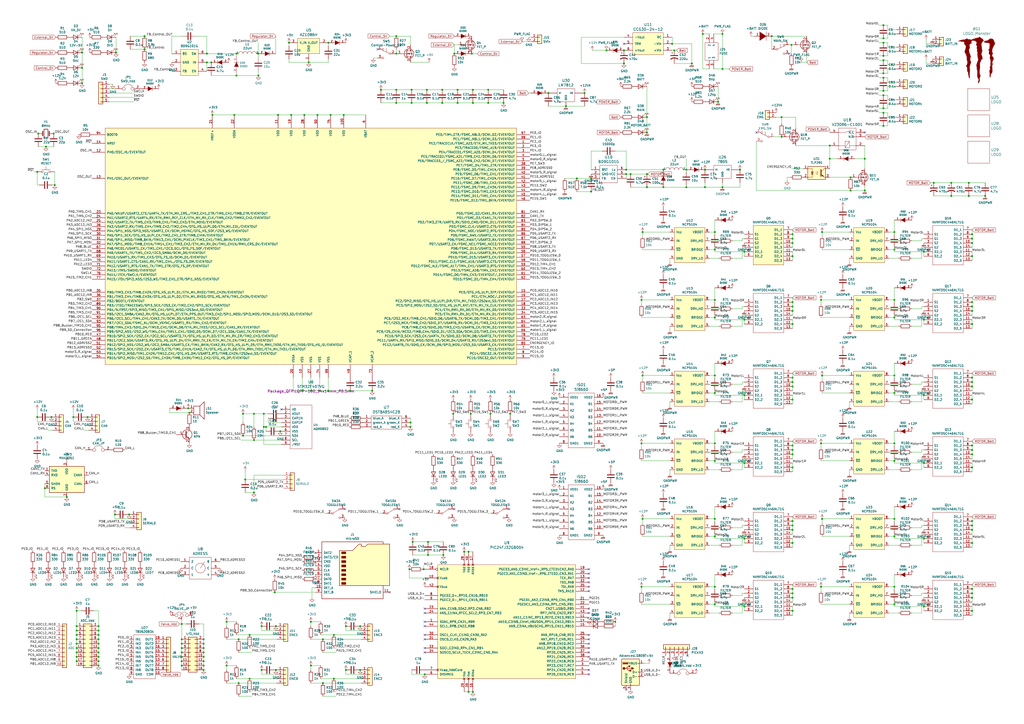
<source format=kicad_sch>
(kicad_sch (version 20211123) (generator eeschema)
  (paper "A2")
  (lib_symbols
    (symbol "Connector:Micro_SD_Card_Det_Hirose_DM3AT" (pin_names (offset 1.016))
      (property "Reference" "J" (at -16.51 17.78 0))
      (property "Value" "Micro_SD_Card_Det_Hirose_DM3AT" (at 16.51 17.78 0))
      (symbol "Micro_SD_Card_Det_Hirose_DM3AT_1_1"
        (pin bidirectional line (at -22.86 10.16 0) (length 3.81) (name "DAT2") (number "1"))
        (pin passive line (at -22.86 -10.16 0) (length 3.81) (name "DET_A") (number "10"))
        (pin passive line (at 20.32 -12.7 180) (length 3.81) (name "SHIELD") (number "11"))
        (pin bidirectional line (at -22.86 7.62 0) (length 3.81) (name "DAT3/CD") (number "2"))
        (pin input line (at -22.86 5.08 0) (length 3.81) (name "CMD") (number "3"))
        (pin power_in line (at -22.86 2.54 0) (length 3.81) (name "VDD") (number "4"))
        (pin input line (at -22.86 0 0) (length 3.81) (name "CLK") (number "5"))
        (pin power_in line (at -22.86 -2.54 0) (length 3.81) (name "VSS") (number "6"))
        (pin bidirectional line (at -22.86 -5.08 0) (length 3.81) (name "DAT0") (number "7"))
        (pin bidirectional line (at -22.86 -7.62 0) (length 3.81) (name "DAT1") (number "8"))
        (pin passive line (at -22.86 -12.7 0) (length 3.81) (name "DET_B") (number "9"))
      )
    )
    (symbol "Connector:USB_A" (pin_names (offset 1.016))
      (property "Reference" "J" (at -5.08 11.43 0))
      (property "Value" "USB_A" (at -5.08 8.89 0))
      (symbol "USB_A_1_1"
        (pin power_in line (at 7.62 5.08 180) (length 2.54) (name "VBUS") (number "1"))
        (pin bidirectional line (at 7.62 -2.54 180) (length 2.54) (name "D-") (number "2"))
        (pin bidirectional line (at 7.62 0 180) (length 2.54) (name "D+") (number "3"))
        (pin power_in line (at 0 -10.16 90) (length 2.54) (name "GND") (number "4"))
        (pin passive line (at -2.54 -10.16 90) (length 2.54) (name "Shield") (number "5"))
      )
    )
    (symbol "Connector_Generic:Conn_01x02" (pin_names (offset 1.016) hide)
      (property "Reference" "J" (at 0 2.54 0))
      (property "Value" "Conn_01x02" (at 0 -5.08 0))
      (symbol "Conn_01x02_1_1"
        (pin passive line (at -5.08 0 0) (length 3.81) (name "Pin_1") (number "1"))
        (pin passive line (at -5.08 -2.54 0) (length 3.81) (name "Pin_2") (number "2"))
      )
    )
    (symbol "Connector_Generic:Conn_01x04" (pin_names (offset 1.016) hide)
      (property "Reference" "J" (at 0 5.08 0))
      (property "Value" "Conn_01x04" (at 0 -7.62 0))
      (symbol "Conn_01x04_1_1"
        (pin passive line (at -5.08 2.54 0) (length 3.81) (name "Pin_1") (number "1"))
        (pin passive line (at -5.08 0 0) (length 3.81) (name "Pin_2") (number "2"))
        (pin passive line (at -5.08 -2.54 0) (length 3.81) (name "Pin_3") (number "3"))
        (pin passive line (at -5.08 -5.08 0) (length 3.81) (name "Pin_4") (number "4"))
      )
    )
    (symbol "Connector_Generic:Conn_01x05" (pin_names (offset 1.016) hide)
      (property "Reference" "J" (at 0 7.62 0))
      (property "Value" "Conn_01x05" (at 0 -7.62 0))
      (symbol "Conn_01x05_1_1"
        (pin passive line (at -5.08 5.08 0) (length 3.81) (name "Pin_1") (number "1"))
        (pin passive line (at -5.08 2.54 0) (length 3.81) (name "Pin_2") (number "2"))
        (pin passive line (at -5.08 0 0) (length 3.81) (name "Pin_3") (number "3"))
        (pin passive line (at -5.08 -2.54 0) (length 3.81) (name "Pin_4") (number "4"))
        (pin passive line (at -5.08 -5.08 0) (length 3.81) (name "Pin_5") (number "5"))
      )
    )
    (symbol "Connector_Generic:Conn_01x06" (pin_names (offset 1.016) hide)
      (property "Reference" "J" (at 0 7.62 0))
      (property "Value" "Conn_01x06" (at 0 -10.16 0))
      (symbol "Conn_01x06_1_1"
        (pin passive line (at -5.08 5.08 0) (length 3.81) (name "Pin_1") (number "1"))
        (pin passive line (at -5.08 2.54 0) (length 3.81) (name "Pin_2") (number "2"))
        (pin passive line (at -5.08 0 0) (length 3.81) (name "Pin_3") (number "3"))
        (pin passive line (at -5.08 -2.54 0) (length 3.81) (name "Pin_4") (number "4"))
        (pin passive line (at -5.08 -5.08 0) (length 3.81) (name "Pin_5") (number "5"))
        (pin passive line (at -5.08 -7.62 0) (length 3.81) (name "Pin_6") (number "6"))
      )
    )
    (symbol "Connector_Generic:Conn_01x08" (pin_names (offset 1.016) hide)
      (property "Reference" "J" (at 0 10.16 0))
      (property "Value" "Conn_01x08" (at 0 -12.7 0))
      (symbol "Conn_01x08_1_1"
        (pin passive line (at -5.08 7.62 0) (length 3.81) (name "Pin_1") (number "1"))
        (pin passive line (at -5.08 5.08 0) (length 3.81) (name "Pin_2") (number "2"))
        (pin passive line (at -5.08 2.54 0) (length 3.81) (name "Pin_3") (number "3"))
        (pin passive line (at -5.08 0 0) (length 3.81) (name "Pin_4") (number "4"))
        (pin passive line (at -5.08 -2.54 0) (length 3.81) (name "Pin_5") (number "5"))
        (pin passive line (at -5.08 -5.08 0) (length 3.81) (name "Pin_6") (number "6"))
        (pin passive line (at -5.08 -7.62 0) (length 3.81) (name "Pin_7") (number "7"))
        (pin passive line (at -5.08 -10.16 0) (length 3.81) (name "Pin_8") (number "8"))
      )
    )
    (symbol "Connector_Generic:Conn_01x10" (pin_names (offset 1.016) hide)
      (property "Reference" "J" (at 0 12.7 0))
      (property "Value" "Conn_01x10" (at 0 -15.24 0))
      (symbol "Conn_01x10_1_1"
        (pin passive line (at -5.08 10.16 0) (length 3.81) (name "Pin_1") (number "1"))
        (pin passive line (at -5.08 -12.7 0) (length 3.81) (name "Pin_10") (number "10"))
        (pin passive line (at -5.08 7.62 0) (length 3.81) (name "Pin_2") (number "2"))
        (pin passive line (at -5.08 5.08 0) (length 3.81) (name "Pin_3") (number "3"))
        (pin passive line (at -5.08 2.54 0) (length 3.81) (name "Pin_4") (number "4"))
        (pin passive line (at -5.08 0 0) (length 3.81) (name "Pin_5") (number "5"))
        (pin passive line (at -5.08 -2.54 0) (length 3.81) (name "Pin_6") (number "6"))
        (pin passive line (at -5.08 -5.08 0) (length 3.81) (name "Pin_7") (number "7"))
        (pin passive line (at -5.08 -7.62 0) (length 3.81) (name "Pin_8") (number "8"))
        (pin passive line (at -5.08 -10.16 0) (length 3.81) (name "Pin_9") (number "9"))
      )
    )
    (symbol "Connector_Generic:Conn_02x08_Odd_Even" (pin_names (offset 1.016) hide)
      (property "Reference" "J" (at 1.27 10.16 0))
      (property "Value" "Conn_02x08_Odd_Even" (at 1.27 -12.7 0))
      (symbol "Conn_02x08_Odd_Even_1_1"
        (pin passive line (at -5.08 7.62 0) (length 3.81) (name "Pin_1") (number "1"))
        (pin passive line (at 7.62 -2.54 180) (length 3.81) (name "Pin_10") (number "10"))
        (pin passive line (at -5.08 -5.08 0) (length 3.81) (name "Pin_11") (number "11"))
        (pin passive line (at 7.62 -5.08 180) (length 3.81) (name "Pin_12") (number "12"))
        (pin passive line (at -5.08 -7.62 0) (length 3.81) (name "Pin_13") (number "13"))
        (pin passive line (at 7.62 -7.62 180) (length 3.81) (name "Pin_14") (number "14"))
        (pin passive line (at -5.08 -10.16 0) (length 3.81) (name "Pin_15") (number "15"))
        (pin passive line (at 7.62 -10.16 180) (length 3.81) (name "Pin_16") (number "16"))
        (pin passive line (at 7.62 7.62 180) (length 3.81) (name "Pin_2") (number "2"))
        (pin passive line (at -5.08 5.08 0) (length 3.81) (name "Pin_3") (number "3"))
        (pin passive line (at 7.62 5.08 180) (length 3.81) (name "Pin_4") (number "4"))
        (pin passive line (at -5.08 2.54 0) (length 3.81) (name "Pin_5") (number "5"))
        (pin passive line (at 7.62 2.54 180) (length 3.81) (name "Pin_6") (number "6"))
        (pin passive line (at -5.08 0 0) (length 3.81) (name "Pin_7") (number "7"))
        (pin passive line (at 7.62 0 180) (length 3.81) (name "Pin_8") (number "8"))
        (pin passive line (at -5.08 -2.54 0) (length 3.81) (name "Pin_9") (number "9"))
      )
    )
    (symbol "Connector_Generic:Conn_02x10_Odd_Even" (pin_names (offset 1.016) hide)
      (property "Reference" "J" (at 1.27 12.7 0))
      (property "Value" "Conn_02x10_Odd_Even" (at 1.27 -15.24 0))
      (symbol "Conn_02x10_Odd_Even_1_1"
        (pin passive line (at -5.08 10.16 0) (length 3.81) (name "Pin_1") (number "1"))
        (pin passive line (at 7.62 0 180) (length 3.81) (name "Pin_10") (number "10"))
        (pin passive line (at -5.08 -2.54 0) (length 3.81) (name "Pin_11") (number "11"))
        (pin passive line (at 7.62 -2.54 180) (length 3.81) (name "Pin_12") (number "12"))
        (pin passive line (at -5.08 -5.08 0) (length 3.81) (name "Pin_13") (number "13"))
        (pin passive line (at 7.62 -5.08 180) (length 3.81) (name "Pin_14") (number "14"))
        (pin passive line (at -5.08 -7.62 0) (length 3.81) (name "Pin_15") (number "15"))
        (pin passive line (at 7.62 -7.62 180) (length 3.81) (name "Pin_16") (number "16"))
        (pin passive line (at -5.08 -10.16 0) (length 3.81) (name "Pin_17") (number "17"))
        (pin passive line (at 7.62 -10.16 180) (length 3.81) (name "Pin_18") (number "18"))
        (pin passive line (at -5.08 -12.7 0) (length 3.81) (name "Pin_19") (number "19"))
        (pin passive line (at 7.62 10.16 180) (length 3.81) (name "Pin_2") (number "2"))
        (pin passive line (at 7.62 -12.7 180) (length 3.81) (name "Pin_20") (number "20"))
        (pin passive line (at -5.08 7.62 0) (length 3.81) (name "Pin_3") (number "3"))
        (pin passive line (at 7.62 7.62 180) (length 3.81) (name "Pin_4") (number "4"))
        (pin passive line (at -5.08 5.08 0) (length 3.81) (name "Pin_5") (number "5"))
        (pin passive line (at 7.62 5.08 180) (length 3.81) (name "Pin_6") (number "6"))
        (pin passive line (at -5.08 2.54 0) (length 3.81) (name "Pin_7") (number "7"))
        (pin passive line (at 7.62 2.54 180) (length 3.81) (name "Pin_8") (number "8"))
        (pin passive line (at -5.08 0 0) (length 3.81) (name "Pin_9") (number "9"))
      )
    )
    (symbol "Device:C" (pin_numbers hide) (pin_names (offset 0.254))
      (property "Reference" "C" (at 0.635 2.54 0))
      (property "Value" "C" (at 0.635 -2.54 0))
      (symbol "C_1_1"
        (pin passive line (at 0 3.81 270) (length 2.794) (name "~") (number "1"))
        (pin passive line (at 0 -3.81 90) (length 2.794) (name "~") (number "2"))
      )
    )
    (symbol "Device:CP1" (pin_numbers hide) (pin_names (offset 0.254) hide)
      (property "Reference" "C" (at 0.635 2.54 0))
      (property "Value" "Device_CP1" (at 0.635 -2.54 0))
      (symbol "CP1_1_1"
        (pin passive line (at 0 3.81 270) (length 2.794) (name "~") (number "1"))
        (pin passive line (at 0 -3.81 90) (length 3.302) (name "~") (number "2"))
      )
    )
    (symbol "Device:Crystal" (pin_numbers hide) (pin_names (offset 1.016) hide)
      (property "Reference" "Y" (at 0 3.81 0))
      (property "Value" "Crystal" (at 0 -3.81 0))
      (symbol "Crystal_1_1"
        (pin passive line (at -3.81 0 0) (length 1.27) (name "1") (number "1"))
        (pin passive line (at 3.81 0 180) (length 1.27) (name "2") (number "2"))
      )
    )
    (symbol "Device:Jumper" (pin_names (offset 0.762) hide)
      (property "Reference" "JP" (at 0 3.81 0))
      (property "Value" "Device_Jumper" (at 0 -2.032 0))
      (symbol "Jumper_0_1"
        (pin passive line (at -7.62 0 0) (length 4.191) (name "1") (number "1"))
        (pin passive line (at 7.62 0 180) (length 4.191) (name "2") (number "2"))
      )
    )
    (symbol "Device:Jumper_NC_Dual" (pin_names (offset 0.762) hide)
      (property "Reference" "JP" (at 1.27 -2.54 0))
      (property "Value" "Device_Jumper_NC_Dual" (at 0 2.54 0))
      (symbol "Jumper_NC_Dual_0_1"
        (pin passive line (at -6.35 0 0) (length 2.413) (name "1") (number "1"))
        (pin passive line (at 0 -2.54 90) (length 1.524) (name "2") (number "2"))
        (pin passive line (at 6.35 0 180) (length 2.413) (name "3") (number "3"))
      )
    )
    (symbol "Device:LED" (pin_numbers hide) (pin_names (offset 1.016) hide)
      (property "Reference" "D" (at 0 2.54 0))
      (property "Value" "LED" (at 0 -2.54 0))
      (symbol "LED_1_1"
        (pin passive line (at -3.81 0 0) (length 2.54) (name "K") (number "1"))
        (pin passive line (at 3.81 0 180) (length 2.54) (name "A") (number "2"))
      )
    )
    (symbol "Device:Q_NMOS_GSD" (pin_names (offset 0) hide)
      (property "Reference" "Q" (at 5.08 1.27 0))
      (property "Value" "Q_NMOS_GSD" (at 5.08 -1.27 0))
      (symbol "Q_NMOS_GSD_1_1"
        (pin input line (at -5.08 0 0) (length 2.54) (name "G") (number "1"))
        (pin passive line (at 2.54 -5.08 90) (length 2.54) (name "S") (number "2"))
        (pin passive line (at 2.54 5.08 270) (length 2.54) (name "D") (number "3"))
      )
    )
    (symbol "Device:Q_NPN_BEC" (pin_names (offset 0) hide)
      (property "Reference" "Q" (at 5.08 1.27 0))
      (property "Value" "Q_NPN_BEC" (at 5.08 -1.27 0))
      (symbol "Q_NPN_BEC_1_1"
        (pin input line (at -5.08 0 0) (length 5.715) (name "B") (number "1"))
        (pin passive line (at 2.54 -5.08 90) (length 2.54) (name "E") (number "2"))
        (pin passive line (at 2.54 5.08 270) (length 2.54) (name "C") (number "3"))
      )
    )
    (symbol "Device:Q_PMOS_GSD" (pin_names (offset 0) hide)
      (property "Reference" "Q" (at 5.08 1.27 0))
      (property "Value" "Q_PMOS_GSD" (at 5.08 -1.27 0))
      (symbol "Q_PMOS_GSD_1_1"
        (pin input line (at -5.08 0 0) (length 2.54) (name "G") (number "1"))
        (pin passive line (at 2.54 -5.08 90) (length 2.54) (name "S") (number "2"))
        (pin passive line (at 2.54 5.08 270) (length 2.54) (name "D") (number "3"))
      )
    )
    (symbol "Device:R" (pin_numbers hide) (pin_names (offset 0))
      (property "Reference" "R" (at 2.032 0 90))
      (property "Value" "R" (at 0 0 90))
      (symbol "R_1_1"
        (pin passive line (at 0 3.81 270) (length 1.27) (name "~") (number "1"))
        (pin passive line (at 0 -3.81 90) (length 1.27) (name "~") (number "2"))
      )
    )
    (symbol "Device:Speaker" (pin_names (offset 0) hide)
      (property "Reference" "LS" (at 1.27 5.715 0))
      (property "Value" "Speaker" (at 1.27 3.81 0))
      (symbol "Speaker_1_1"
        (pin input line (at -5.08 0 0) (length 2.54) (name "1") (number "1"))
        (pin input line (at -5.08 -2.54 0) (length 2.54) (name "2") (number "2"))
      )
    )
    (symbol "Interface_UART:MAX3051" (pin_names (offset 1.016))
      (property "Reference" "U" (at -10.16 8.89 0))
      (property "Value" "MAX3051" (at 2.54 8.89 0))
      (symbol "MAX3051_1_1"
        (pin input line (at -12.7 5.08 0) (length 2.54) (name "TXD") (number "1"))
        (pin power_in line (at 0 -10.16 90) (length 2.54) (name "GND") (number "2"))
        (pin power_in line (at 0 10.16 270) (length 2.54) (name "VDD") (number "3"))
        (pin output line (at -12.7 2.54 0) (length 2.54) (name "RXD") (number "4"))
        (pin input line (at -12.7 -2.54 0) (length 2.54) (name "SHDN") (number "5"))
        (pin bidirectional line (at 12.7 -2.54 180) (length 2.54) (name "CANL") (number "6"))
        (pin bidirectional line (at 12.7 2.54 180) (length 2.54) (name "CANH") (number "7"))
        (pin input line (at -12.7 -5.08 0) (length 2.54) (name "RS") (number "8"))
      )
    )
    (symbol "Isolator:TLP291"
      (property "Reference" "U" (at -5.08 5.08 0))
      (property "Value" "TLP291" (at 0 5.08 0))
      (symbol "TLP291_1_1"
        (pin passive line (at -7.62 2.54 0) (length 2.54) (name "~") (number "1"))
        (pin passive line (at -7.62 -2.54 0) (length 2.54) (name "~") (number "2"))
        (pin passive line (at 7.62 -2.54 180) (length 2.54) (name "~") (number "3"))
        (pin passive line (at 7.62 2.54 180) (length 2.54) (name "~") (number "4"))
      )
    )
    (symbol "Main-rescue:AZ1086H-Miz" (pin_names (offset 1.016))
      (property "Reference" "U" (at 3.81 -3.81 0))
      (property "Value" "AZ1086H-Miz" (at 0 7.62 0))
      (symbol "AZ1086H-Miz_1_1"
        (pin input line (at 0 -7.62 90) (length 5.08) (name "GND") (number "1"))
        (pin input line (at 11.43 3.81 180) (length 5.08) (name "V_OUT") (number "2"))
        (pin input line (at -11.43 3.81 0) (length 5.08) (name "V_IN") (number "3"))
      )
    )
    (symbol "Main-rescue:BD9G101G-Miz" (pin_names (offset 1.016))
      (property "Reference" "U" (at 1.27 -6.35 0))
      (property "Value" "BD9G101G-Miz" (at 1.27 6.35 0))
      (symbol "BD9G101G-Miz_1_1"
        (pin input line (at -10.16 2.54 0) (length 5.08) (name "BST") (number "1"))
        (pin input line (at -10.16 0 0) (length 5.08) (name "GND") (number "2"))
        (pin input line (at -10.16 -2.54 0) (length 5.08) (name "FB") (number "3"))
        (pin input line (at 10.16 -2.54 180) (length 5.08) (name "EN") (number "4"))
        (pin input line (at 10.16 0 180) (length 5.08) (name "VCC") (number "5"))
        (pin input line (at 10.16 2.54 180) (length 5.08) (name "Lx") (number "6"))
      )
    )
    (symbol "Main-rescue:NCP5104-Miz" (pin_names (offset 1.016))
      (property "Reference" "U" (at 0 13.97 0))
      (property "Value" "NCP5104-Miz" (at 0 11.43 0))
      (symbol "NCP5104-Miz_1_1"
        (pin input line (at -11.43 7.62 0) (length 2.54) (name "Vcc") (number "1"))
        (pin input line (at -11.43 2.54 0) (length 2.54) (name "IN") (number "2"))
        (pin input line (at -11.43 -2.54 0) (length 2.54) (name "~{SD}") (number "3"))
        (pin input line (at -11.43 -7.62 0) (length 2.54) (name "GND") (number "4"))
        (pin input line (at 11.43 -7.62 180) (length 2.54) (name "DRV_LO") (number "5"))
        (pin input line (at 11.43 -2.54 180) (length 2.54) (name "BRIDGE") (number "6"))
        (pin input line (at 11.43 2.54 180) (length 2.54) (name "DRV_HO") (number "7"))
        (pin input line (at 11.43 7.62 180) (length 2.54) (name "VBOOT") (number "8"))
      )
    )
    (symbol "Main-rescue:NVMFD5C446NLT1G" (pin_names (offset 0.762))
      (property "Reference" "Q5" (at 0 15.621 0))
      (property "Value" "NVMFD5C446NLT1G" (at 0 13.3096 0))
      (symbol "NVMFD5C446NLT1G_0_0"
        (pin unspecified line (at -13.97 6.35 0) (length 5.08) (name "S1") (number "1"))
        (pin unspecified line (at 13.97 1.27 180) (length 5.08) (name "D1_4") (number "10"))
        (pin unspecified line (at 13.97 -3.81 180) (length 5.08) (name "D2_3") (number "11"))
        (pin unspecified line (at 13.97 -6.35 180) (length 5.08) (name "D2_4") (number "12"))
        (pin unspecified line (at -13.97 3.81 0) (length 5.08) (name "G1") (number "2"))
        (pin unspecified line (at -13.97 1.27 0) (length 5.08) (name "S2") (number "3"))
        (pin unspecified line (at -13.97 -1.27 0) (length 5.08) (name "G2") (number "4"))
        (pin unspecified line (at -13.97 -3.81 0) (length 5.08) (name "D2_1") (number "5"))
        (pin unspecified line (at -13.97 -6.35 0) (length 5.08) (name "D2_2") (number "6"))
        (pin unspecified line (at 13.97 8.89 180) (length 5.08) (name "D1_1") (number "7"))
        (pin unspecified line (at 13.97 6.35 180) (length 5.08) (name "D1_2") (number "8"))
        (pin unspecified line (at 13.97 3.81 180) (length 5.08) (name "D1_3") (number "9"))
      )
      (symbol "NVMFD5C446NLT1G_1_1"
        (pin input line (at 13.97 -8.89 180) (length 5.08) (name "D2_5") (number "13"))
        (pin input line (at 13.97 -1.27 180) (length 5.08) (name "D1_5") (number "14"))
      )
    )
    (symbol "Main-rescue:OSTBABS4C2B-Miz" (pin_names (offset 1.016))
      (property "Reference" "U" (at 0 -5.08 0))
      (property "Value" "OSTBABS4C2B-Miz" (at 0 5.08 0))
      (symbol "OSTBABS4C2B-Miz_1_1"
        (pin input line (at -13.97 2.54 0) (length 5.08) (name "blue_A") (number "1"))
        (pin input line (at -13.97 0 0) (length 5.08) (name "green_A") (number "2"))
        (pin input line (at -13.97 -2.54 0) (length 5.08) (name "red_A") (number "3"))
        (pin input line (at 13.97 -2.54 180) (length 5.08) (name "red_K") (number "4"))
        (pin input line (at 13.97 0 180) (length 5.08) (name "green_K") (number "5"))
        (pin input line (at 13.97 2.54 180) (length 5.08) (name "blue_K") (number "6"))
      )
    )
    (symbol "Main-rescue:PIC24FJ32GB004-pic24fjxxgb-Miz" (pin_names (offset 1.016))
      (property "Reference" "U" (at 2.54 81.28 0))
      (property "Value" "PIC24FJ32GB004-pic24fjxxgb-Miz" (at 68.58 10.16 0))
      (symbol "PIC24FJ32GB004-pic24fjxxgb-Miz_1_1"
        (pin bidirectional line (at -7.62 45.72 0) (length 7.62) (name "SDA1_RP9_CN21_RB9") (number "1"))
        (pin power_in non_logic (at -7.62 71.12 0) (length 7.62) (name "Vusb") (number "10"))
        (pin bidirectional line (at 87.63 48.26 180) (length 7.62) (name "AN11_C1INC_RP13_REFO_CN13_RB13") (number "11"))
        (pin bidirectional line (at 87.63 63.5 180) (length 7.62) (name "TMS_RA10") (number "12"))
        (pin bidirectional line (at 87.63 71.12 180) (length 7.62) (name "TCK_RA7") (number "13"))
        (pin bidirectional line (at 87.63 45.72 180) (length 7.62) (name "AN10_C3INB_CVref_VBUSON_RP14_CN12_RB14") (number "14"))
        (pin bidirectional line (at 87.63 43.18 180) (length 7.62) (name "AN9_C3INA_VBUSCHG_RP15_CN11_RB15") (number "15"))
        (pin power_in non_logic (at 20.32 5.08 90) (length 7.62) (name "AVss") (number "16"))
        (pin power_in non_logic (at 20.32 86.36 270) (length 7.62) (name "AVdd") (number "17"))
        (pin input inverted (at -7.62 76.2 0) (length 7.62) (name "MCLR") (number "18"))
        (pin bidirectional line (at 87.63 76.2 180) (length 7.62) (name "PGED3_AN0_C3INC_Vref+_RP5_CTED1CN2_RA0") (number "19"))
        (pin bidirectional line (at 87.63 22.86 180) (length 7.62) (name "RP22_CN18_RC6") (number "2"))
        (pin bidirectional line (at 87.63 73.66 180) (length 7.62) (name "PGEC3_AN1_C3IND_Vref-_RP6_CTED2_CN3_RA1") (number "20"))
        (pin bidirectional line (at 87.63 58.42 180) (length 7.62) (name "PGED1_AN2_C2INB_RP0_CN4_RB0") (number "21"))
        (pin bidirectional line (at 87.63 55.88 180) (length 7.62) (name "PGEDC1_AN3_C2INA_RP1_CN5_RB1") (number "22"))
        (pin bidirectional line (at -7.62 53.34 0) (length 7.62) (name "AN4_C1NB_SDA2_RP2_CN6_RB2") (number "23"))
        (pin bidirectional line (at -7.62 50.8 0) (length 7.62) (name "AN5_C1INA_RTCC_SCL2_RP3_CN7_RB3") (number "24"))
        (pin bidirectional line (at 87.63 38.1 180) (length 7.62) (name "AN6_RP16_CN8_RC0") (number "25"))
        (pin bidirectional line (at 87.63 35.56 180) (length 7.62) (name "AN7_RP17_CN9_RC1") (number "26"))
        (pin bidirectional line (at 87.63 33.02 180) (length 7.62) (name "AN8_RP18_CN10_RC2") (number "27"))
        (pin power_in non_logic (at 15.24 86.36 270) (length 7.62) (name "Vdd") (number "28"))
        (pin power_in non_logic (at 15.24 5.08 90) (length 7.62) (name "Vss") (number "29"))
        (pin bidirectional line (at 87.63 20.32 180) (length 7.62) (name "RP23_CN17_RC7") (number "3"))
        (pin bidirectional line (at -7.62 38.1 0) (length 7.62) (name "OSC1_CLKI_C1IND_CN30_RA2") (number "30"))
        (pin bidirectional line (at -7.62 35.56 0) (length 7.62) (name "OSC0_CLK0_CN29_RA3") (number "31"))
        (pin bidirectional line (at 87.63 68.58 180) (length 7.62) (name "TDO_RA8") (number "32"))
        (pin bidirectional line (at -7.62 30.48 0) (length 7.62) (name "SOCI_C2IND_RP4_CN1_RB4") (number "33"))
        (pin bidirectional line (at -7.62 27.94 0) (length 7.62) (name "SOSCO_SCLK_T1CK_C2INC_CN0_RA4") (number "34"))
        (pin bidirectional line (at 87.63 66.04 180) (length 7.62) (name "TDI_RA9") (number "35"))
        (pin bidirectional line (at 87.63 30.48 180) (length 7.62) (name "AN12_RP19_CN28_RC3") (number "36"))
        (pin bidirectional line (at 87.63 27.94 180) (length 7.62) (name "RP20_CN25_RC4") (number "37"))
        (pin bidirectional line (at 87.63 25.4 180) (length 7.62) (name "RP21_CN26_RC5") (number "38"))
        (pin power_in non_logic (at 17.78 5.08 90) (length 7.62) (name "Vss") (number "39"))
        (pin bidirectional line (at 87.63 17.78 180) (length 7.62) (name "RP24_CN20_RC8") (number "4"))
        (pin power_in non_logic (at 17.78 86.36 270) (length 7.62) (name "Vdd") (number "40"))
        (pin bidirectional line (at 87.63 53.34 180) (length 7.62) (name "CN27_USBID_RB5") (number "41"))
        (pin unspecified non_logic (at -7.62 66.04 0) (length 7.62) (name "Vbus") (number "42"))
        (pin bidirectional line (at 87.63 50.8 180) (length 7.62) (name "RP7_INT0_CN23_RB7") (number "43"))
        (pin bidirectional line (at -7.62 43.18 0) (length 7.62) (name "SCL1_RP8_CN22_RB8") (number "44"))
        (pin bidirectional line (at 87.63 15.24 180) (length 7.62) (name "RP25_CN19_RC9") (number "5"))
        (pin input line (at -7.62 15.24 0) (length 7.62) (name "DISVREG") (number "6"))
        (pin power_in non_logic (at -7.62 17.78 0) (length 7.62) (name "Vcap_VddCore") (number "7"))
        (pin bidirectional line (at -7.62 60.96 0) (length 7.62) (name "PGED2_D+_RP10_CN16_RB10") (number "8"))
        (pin bidirectional line (at -7.62 58.42 0) (length 7.62) (name "PGEC2_D-_RP11_CN15_RB11") (number "9"))
      )
    )
    (symbol "Main-rescue:STM32F407VG-Miz" (pin_names (offset 1.016))
      (property "Reference" "U" (at 0 0 0))
      (property "Value" "STM32F407VG-Miz" (at 0 2.54 0))
      (property "Footprint" "TQFP100" (at 0 -2.54 0))
      (symbol "STM32F407VG-Miz_1_1"
        (pin input line (at 127 59.69 180) (length 7.62) (name "PE2/TRACECLK/FSMC_A23/ETH_MII_TXD3/EVENTOUT") (number "1"))
        (pin input line (at -5.08 -76.2 90) (length 7.62) (name "VSS") (number "10"))
        (pin input line (at 19.05 76.2 270) (length 7.62) (name "VDD") (number "100"))
        (pin input line (at -19.05 76.2 270) (length 7.62) (name "VDD") (number "11"))
        (pin input line (at -127 54.61 0) (length 7.62) (name "PH0/OSC_IN/EVENTOUT") (number "12"))
        (pin input line (at -127 39.37 0) (length 7.62) (name "PH1/OSC_OUT/EVENTOUT") (number "13"))
        (pin input line (at -127 59.69 0) (length 7.62) (name "NRST") (number "14"))
        (pin input line (at 127 -26.67 180) (length 7.62) (name "PC0/OTG_HS_ULPI_STP/EVENTOUT") (number "15"))
        (pin input line (at 127 -29.21 180) (length 7.62) (name "PC1/ETH_MDC/_EVENTOUT") (number "16"))
        (pin input line (at 127 -31.75 180) (length 7.62) (name "PC2/SPI2_MISO/OTG_HS_ULPI_DIR/ETH_MII_TXD2/I2S2ext_SD/EVENTOUT") (number "17"))
        (pin input line (at 127 -34.29 180) (length 7.62) (name "PC3/SPI2_MOSI/I2S2_SD/OTG_HS_ULPI_NXT/ETH_MII_TX_CLK/EVENTOUT") (number "18"))
        (pin input line (at -11.43 76.2 270) (length 7.62) (name "VDD") (number "19"))
        (pin input line (at 127 57.15 180) (length 7.62) (name "PE3/TRACED0/FSMC_A19/EVENTOUT") (number "2"))
        (pin input line (at -10.16 -76.2 90) (length 7.62) (name "VSSA") (number "20"))
        (pin input line (at -57.15 76.2 270) (length 7.62) (name "VREF+") (number "21"))
        (pin input line (at -44.45 76.2 270) (length 7.62) (name "VDDA") (number "22"))
        (pin input line (at -127 19.05 0) (length 7.62) (name "PA0/WKUP/USART2_CTS/UART4_TX/ETH_MII_CRS_/TIM2_CH1_ETR/TIM5_CH1/TIM8_ETR/EVENTOUT") (number "23"))
        (pin input line (at -127 16.51 0) (length 7.62) (name "PA1/USART2_RTS/UART4_RX/ETH_RMII_REF_CLK/ETH_MII_RX_CLK/TIM5_CH2/TIMM2_CH2/EVENTOUT") (number "24"))
        (pin input line (at -127 13.97 0) (length 7.62) (name "PA2/USART2_TX/TIM5_CH3/TIM9_CH1/TIM2_CH3/ETH_MDIO/EVENTOUT") (number "25"))
        (pin input line (at -127 11.43 0) (length 7.62) (name "PA3/USART2_RX/TIM5_CH4/TIM9_CH2/TIM2_CH4/OTG_HS_ULPI_D0/ETH_MII_COL/EVENTOUT") (number "26"))
        (pin input line (at 0 -76.2 90) (length 7.62) (name "VSS") (number "27"))
        (pin input line (at -3.81 76.2 270) (length 7.62) (name "VDD") (number "28"))
        (pin input line (at -127 8.89 0) (length 7.62) (name "PA4/SPI1_NSS/SPI3_NSS/USART2_CK/DCMI_HSYNC/OTG_HS_SOF/I2S3_WS/EVENTOUT") (number "29"))
        (pin input line (at 127 54.61 180) (length 7.62) (name "PE4/TRACED1/FSMC_A20/DCMI_D4/EVENTOUT") (number "3"))
        (pin input line (at -127 6.35 0) (length 7.62) (name "PA5/SPI1_SCK/OTG_HS_ULPI_CK/TIM2_CH1_ETR/TIM8_CHIN/EVENTOUT") (number "30"))
        (pin input line (at -127 3.81 0) (length 7.62) (name "PA6/SPI1_MISO/TIM8_BKIN/TIM13_CH1/DCMI_PIXCLK/TIM3_CH1/TIM1_BKIN/EVENTOUT") (number "31"))
        (pin input line (at -127 1.27 0) (length 7.62) (name "PA7/SPI1_MOSI/TIM8_CH1N/TIM14_CH1/TIM3_CH2/ETH_MII_RX_DV/TIM1_CH1N/RMII_CRS_DV/EVENTOUT") (number "32"))
        (pin input line (at 127 -36.83 180) (length 7.62) (name "PC4/ETH_RMII_RX_D0/ETH_MII_RX_D0/EVENTOUT") (number "33"))
        (pin input line (at 127 -39.37 180) (length 7.62) (name "PC5/ETH_RMII_RX_D1/ETH_MII_RX_D1/EVENTOUT") (number "34"))
        (pin input line (at -127 -26.67 0) (length 7.62) (name "PB0/TIM3_CH3/TIM8_CH2N/OTG_HS_ULPI_D1/ETH_MII_RXD2/TIM1_CH2N/EVENTOUT") (number "35"))
        (pin input line (at -127 -29.21 0) (length 7.62) (name "PB1/TIM3_CH4/TIM8_CH3N/OTG_HS_ULPI_D2/ETH_MII_RXD3/OTG_HS_INTN/TIM1_CH3N/EVENTOUT") (number "36"))
        (pin input line (at -127 -31.75 0) (length 7.62) (name "PB2/BOOT1/EVENTOUT") (number "37"))
        (pin input line (at 127 46.99 180) (length 7.62) (name "PE7/FSMC_D4/TIM1_ETR/EVENTOUT") (number "38"))
        (pin input line (at 127 44.45 180) (length 7.62) (name "PE8/FSMC_D5/TIM1_CH1N/EVENTOUT") (number "39"))
        (pin input line (at 127 52.07 180) (length 7.62) (name "PE5/TRACED2/FSMC_A21/TIM9_CH1/DCMI_D6/EVENTOUT") (number "4"))
        (pin input line (at 127 41.91 180) (length 7.62) (name "PE9/FSMC_D6/TIM1_CH1/EVENTOUT") (number "40"))
        (pin input line (at 127 39.37 180) (length 7.62) (name "PE10/FSMC_D7/TIM1_CH2N/EVENTOUT") (number "41"))
        (pin input line (at 127 36.83 180) (length 7.62) (name "PE11/FSMC_D8/TIM1_CH2/EVENTOUT") (number "42"))
        (pin input line (at 127 34.29 180) (length 7.62) (name "PE12/FSMC_D9/TIM1_CH3N/EVENTOUT") (number "43"))
        (pin input line (at 127 31.75 180) (length 7.62) (name "PE13/FSMC_D10/TIM1_CH3/EVENTOUT") (number "44"))
        (pin input line (at 127 29.21 180) (length 7.62) (name "PE14/FSMC_D11/TIM1_CH4/EVENTOUT") (number "45"))
        (pin input line (at 127 26.67 180) (length 7.62) (name "PE15/FSMC_D12/TIM1_BKIN/EVENTOUT") (number "46"))
        (pin input line (at -127 -52.07 0) (length 7.62) (name "PB10/SPI2_SCK/I2S2_CK/I2C2_SCL/USART3_TX/OTG_HS_ULPI_D3/ETH_MII_RX_ER/TIM2_CH3/EVENTOUT") (number "47"))
        (pin input line (at -127 -54.61 0) (length 7.62) (name "PB11/I2C2_SDA/USART3_RX/OTG_HS_ULPI_D4/ETH_RMII_TX_EN/ETH_MII_TX_EN/TIM2_CH4/EVENTOUT") (number "48"))
        (pin input line (at 22.86 -76.2 90) (length 7.62) (name "VCAP_1") (number "49"))
        (pin input line (at 127 49.53 180) (length 7.62) (name "PE6/TRACED3_/_FSMC_A22/TIM9_CH2/DCMI_D7/EVENTOUT") (number "5"))
        (pin input line (at 3.81 76.2 270) (length 7.62) (name "VDD") (number "50"))
        (pin input line (at -127 -57.15 0) (length 7.62) (name "PB12/SPI2_NSS/I2S2_WS/I2C2_SMBA/USART3_CK/TIM1_BKIN/CAN2_RX/OTG_HS_ULPI_D5/ETH_RMII_TXD0/ETH_MII_TXD0/OTG_HS_ID/EVENTOUT") (number "51"))
        (pin input line (at -127 -59.69 0) (length 7.62) (name "PB13/SPI2_SCK/I2S2_CK/USART3_CTS/TIM1_CH1N/CAN2_TX/OTG_HS_ULPI_D6/ETH_RMII_TXD1/ETH_MII_TXD1/EVENTOUT") (number "52"))
        (pin input line (at -127 -62.23 0) (length 7.62) (name "PB14/SPI2_MISO/TIM1_CH2N/TIM12_CH1/OTG_HS_DM/USART3_RTS/TIM8_CH2N/I2S2ext_SD/EVENTOUT") (number "53"))
        (pin input line (at -127 -64.77 0) (length 7.62) (name "PB15/SPI2_MOSI/I2S2_SD/TIM1_CH3N/TIM8_CH3N/TIM12_CH2/OTG_HS_DP/EVENTOUT") (number "54"))
        (pin input line (at 127 -1.27 180) (length 7.62) (name "PD8/FSMC_D13/USART3_TX/EVENTOUT") (number "55"))
        (pin input line (at 127 -3.81 180) (length 7.62) (name "PD9/FSMC_D14/USART3_RX/EVENTOUT") (number "56"))
        (pin input line (at 127 -6.35 180) (length 7.62) (name "PD10/FSMC_D15/USART3_CK/EVENTOUT") (number "57"))
        (pin input line (at 127 -8.89 180) (length 7.62) (name "PD11/FSMC_CLE/FSMC_A16/USART3_CTS/EVENTOUT") (number "58"))
        (pin input line (at 127 -11.43 180) (length 7.62) (name "PD12/FSMC_ALE/FSMC_A17/TIM4_CH1/USART3_RTS/EVENTOUT") (number "59"))
        (pin input line (at 31.75 76.2 270) (length 7.62) (name "VBAT") (number "6"))
        (pin input line (at 127 -13.97 180) (length 7.62) (name "PD13/FSMC_A18/TIM4_CH2/EVENTOUT") (number "60"))
        (pin input line (at 127 -16.51 180) (length 7.62) (name "PD14/FSMC_D0/TIM4_CH3/EVENTOUT/_EVENTOUT") (number "61"))
        (pin input line (at 127 -19.05 180) (length 7.62) (name "PD15/FSMC_D1/TIM4_CH4/EVENTOUT") (number "62"))
        (pin input line (at 127 -41.91 180) (length 7.62) (name "PC6/I2S2_MCK/TIM8_CH1/SDIO_D6/USART6_TX/DCMI_D0/TIM3_CH1/EVENTOUT") (number "63"))
        (pin input line (at 127 -44.45 180) (length 7.62) (name "PC7/I2S3_MCK/TIM8_CH2/SDIO_D7/USART6_RX/DCMI_D1/TIM3_CH2/EVENTOUT") (number "64"))
        (pin input line (at 127 -46.99 180) (length 7.62) (name "PC8/TIM8_CH3/SDIO_D0/TIM3_CH3/USART6_CK/DCMI_D2/EVENTOUT") (number "65"))
        (pin input line (at 127 -49.53 180) (length 7.62) (name "PC9/I2S_CKIN/MCO2/TIM8_CH4/SDIO_D1/I2C3_SDA/DCMI_D3/TIM3_CH4/EVENTOUT") (number "66"))
        (pin input line (at -127 -1.27 0) (length 7.62) (name "PA8/MCO1/USART1_CK/TIM1_CH1/I2C3_SCL/OTG_FS_SOF/EVENTOUT") (number "67"))
        (pin input line (at -127 -3.81 0) (length 7.62) (name "PA9/USART1_TX/TIM1_CH2/I2C3_SMBA/DCMI_D0/EVENTOUT") (number "68"))
        (pin input line (at -127 -6.35 0) (length 7.62) (name "PA10/USART1_RX/TIM1_CH3/OTG_FS_ID/DCMI_D1/EVENTOUT") (number "69"))
        (pin input line (at 127 -59.69 180) (length 7.62) (name "PC13/EVENTOUT") (number "7"))
        (pin input line (at -127 -8.89 0) (length 7.62) (name "PA11/USART1_CTS/CAN1_RX/TIM1_CH4_/OTG_FS_DM/EVENTOUT") (number "70"))
        (pin input line (at -127 -11.43 0) (length 7.62) (name "PA12/USART1_RTS/CAN1_TX/TIM1_ETR/OTG_FS_DP/EVENTOUT") (number "71"))
        (pin input line (at -127 -13.97 0) (length 7.62) (name "PA13/JTMS/SWDIO/EVENTOUT") (number "72"))
        (pin input line (at 35.56 -76.2 90) (length 7.62) (name "VCAP_2") (number "73"))
        (pin input line (at 5.08 -76.2 90) (length 7.62) (name "VSS") (number "74"))
        (pin input line (at 11.43 76.2 270) (length 7.62) (name "VDD") (number "75"))
        (pin input line (at -127 -16.51 0) (length 7.62) (name "PA14/JTCK/SWCLK/EVENTOUT") (number "76"))
        (pin input line (at -127 -19.05 0) (length 7.62) (name "PA15/JTDI/SPI3_NSS/I2S3_WS/TIM2_CH1_ETR/SPI1_NSS/EVENTOUT") (number "77"))
        (pin input line (at 127 -52.07 180) (length 7.62) (name "PC10/SPI3_SCK/I2S3_CK/UART4_TX/SDIO_D2/DCMI_D8/USART3_TX/EVENTOUT") (number "78"))
        (pin input line (at 127 -54.61 180) (length 7.62) (name "PC11/UART4_RX/SPI3_MISO/SDIO_D3/DCMI_D4/USART3_RX/I2S3ext_SD/EVENTOUT") (number "79"))
        (pin input line (at 127 -62.23 180) (length 7.62) (name "PC14/OSC32_IN/EVENTOUT") (number "8"))
        (pin input line (at 127 -57.15 180) (length 7.62) (name "PC12/UART5_TX/SDIO_CK/DCMI_D9/SPI3_MOSI/I2S3_SD/USART3_CK/EVENTOUT") (number "80"))
        (pin input line (at 127 19.05 180) (length 7.62) (name "PD0/FSMC_D2/CAN1_RX/EVENTOUT") (number "81"))
        (pin input line (at 127 16.51 180) (length 7.62) (name "PD1/FSMC_D3/CAN1_TX/EVENTOUT") (number "82"))
        (pin input line (at 127 13.97 180) (length 7.62) (name "PD2/TIM3_ETR/UART5_RX/SDIO_CMD/DCMI_D11/EVENTOUT") (number "83"))
        (pin input line (at 127 11.43 180) (length 7.62) (name "PD3/FSMC_CLK/USART2_CTS/EVENTOUT") (number "84"))
        (pin input line (at 127 8.89 180) (length 7.62) (name "PD4/FSMC_NOE/USART2_RTS/EVENTOUT") (number "85"))
        (pin input line (at 127 6.35 180) (length 7.62) (name "PD5/FSMC_NWE/USART2_TX/EVENTOUT") (number "86"))
        (pin input line (at 127 3.81 180) (length 7.62) (name "PD6/FSMC_NWAIT/USART2_RX/EVENTOUT") (number "87"))
        (pin input line (at 127 1.27 180) (length 7.62) (name "PD7/USART2_CK/FSMC_NE1/FSMC_NCE2/EVENTOUT") (number "88"))
        (pin input line (at -127 -34.29 0) (length 7.62) (name "PB3/JTDO/TRACESWO/SPI3_SCK/I2S3_CK/TIM2_CH2/SPI1_SCK/EVENTOUT") (number "89"))
        (pin input line (at 127 -64.77 180) (length 7.62) (name "PC15/OSC32_OUT/EVENTOUT") (number "9"))
        (pin input line (at -127 -36.83 0) (length 7.62) (name "PB4/NJTRST/SPI3_MISO/TIM3_CH1/SPI1_MISO/I2S3ext_SD/EVENTOUT") (number "90"))
        (pin input line (at -127 -39.37 0) (length 7.62) (name "PB5/I2C1_SMBA/CAN2_RX/OTG_HS_ULPI_D7/ETH_PPS_OUT/TIM3_CH2/SPI1_MOSI/SPI3_MOSI/DCMI_D10/I2S3_SD/EVENTOUT") (number "91"))
        (pin input line (at -127 -41.91 0) (length 7.62) (name "PB6/I2C1_SCL/TIM4_CH1/CAN2_TX/DCMI_D5/USART1_TX/EVENTOUT") (number "92"))
        (pin input line (at -127 -44.45 0) (length 7.62) (name "PB7/I2C1_SDA/FSMC_NL/DCMI_VSYNC/USART1_RX/TIM4_CH2/EVENTOUT") (number "93"))
        (pin input line (at -127 64.77 0) (length 7.62) (name "BOOT0") (number "94"))
        (pin input line (at -127 -46.99 0) (length 7.62) (name "PB8/TIM4_CH3/SDIO_D4/TIM10_CH1/DCMI_D6/ETH_MII_TXD3/I2C1_SCL/CAN1_RX/EVENTOUT") (number "95"))
        (pin input line (at -127 -49.53 0) (length 7.62) (name "PB9/SPI2_NSS/I2S2_WS/TIM4_CH4/TIM11_CH1/SDIO_D5/DCMI_D7/I2C1_SDA/CAN1_TX/EVENTOUT") (number "96"))
        (pin input line (at 127 64.77 180) (length 7.62) (name "PE0/TIM4_ETR/FSMC_NBL0/DCMI_D2/EVENTOUT") (number "97"))
        (pin input line (at 127 62.23 180) (length 7.62) (name "PE1/FSMC_NBL1/DCMI_D3/EVENTOUT") (number "98"))
        (pin input line (at 10.16 -76.2 90) (length 7.62) (name "VSS") (number "99"))
      )
    )
    (symbol "Main-rescue:SW_ROTARY_16-Miz-Miz" (pin_names (offset 1.016))
      (property "Reference" "U" (at 0 7.62 0))
      (property "Value" "SW_ROTARY_16-Miz-Miz" (at 0 -7.62 0))
      (symbol "SW_ROTARY_16-Miz-Miz_1_1"
        (pin input line (at -11.43 3.81 0) (length 5.08) (name "2") (number "1"))
        (pin input line (at -11.43 0 0) (length 5.08) (name "C") (number "2"))
        (pin input line (at -11.43 -3.81 0) (length 5.08) (name "1") (number "3"))
        (pin input line (at 11.43 -3.81 180) (length 5.08) (name "4") (number "4"))
        (pin input line (at 11.43 0 180) (length 5.08) (name "C") (number "5"))
        (pin input line (at 11.43 3.81 180) (length 5.08) (name "8") (number "6"))
      )
    )
    (symbol "Main-rescue:Si866x-Miz" (pin_names (offset 1.016))
      (property "Reference" "ISO" (at 0 24.13 0))
      (property "Value" "Si866x-Miz" (at 0 -10.16 0))
      (symbol "Si866x-Miz_1_1"
        (pin input line (at -12.7 20.32 0) (length 5.08) (name "VDD1") (number "1"))
        (pin input line (at 12.7 -2.54 180) (length 5.08) (name "B6") (number "10"))
        (pin input line (at 12.7 1.27 180) (length 5.08) (name "B5") (number "11"))
        (pin input line (at 12.7 5.08 180) (length 5.08) (name "B4") (number "12"))
        (pin input line (at 12.7 8.89 180) (length 5.08) (name "B3") (number "13"))
        (pin input line (at 12.7 12.7 180) (length 5.08) (name "B2") (number "14"))
        (pin input line (at 12.7 16.51 180) (length 5.08) (name "B1") (number "15"))
        (pin input line (at 12.7 20.32 180) (length 5.08) (name "VDD2") (number "16"))
        (pin input line (at -12.7 16.51 0) (length 5.08) (name "A1") (number "2"))
        (pin input line (at -12.7 12.7 0) (length 5.08) (name "A2") (number "3"))
        (pin input line (at -12.7 8.89 0) (length 5.08) (name "A3") (number "4"))
        (pin input line (at -12.7 5.08 0) (length 5.08) (name "A4") (number "5"))
        (pin input line (at -12.7 1.27 0) (length 5.08) (name "A5") (number "6"))
        (pin input line (at -12.7 -2.54 0) (length 5.08) (name "A6") (number "7"))
        (pin input line (at -12.7 -6.35 0) (length 5.08) (name "GND1") (number "8"))
        (pin input line (at 12.7 -6.35 180) (length 5.08) (name "GND2") (number "9"))
      )
    )
    (symbol "Main-rescue:TBD62083A-Miz" (pin_names (offset 1.016))
      (property "Reference" "U" (at 0 13.97 0))
      (property "Value" "TBD62083A-Miz" (at 0 -13.97 0))
      (symbol "TBD62083A-Miz_1_1"
        (pin input line (at -8.89 10.16 0) (length 2.54) (name "IN1") (number "1"))
        (pin input line (at 8.89 -10.16 180) (length 2.54) (name "COM") (number "10"))
        (pin input line (at 8.89 -7.62 180) (length 2.54) (name "OUT8") (number "11"))
        (pin input line (at 8.89 -5.08 180) (length 2.54) (name "OUT7") (number "12"))
        (pin input line (at 8.89 -2.54 180) (length 2.54) (name "OUT6") (number "13"))
        (pin input line (at 8.89 0 180) (length 2.54) (name "OUT5") (number "14"))
        (pin input line (at 8.89 2.54 180) (length 2.54) (name "OUT4") (number "15"))
        (pin input line (at 8.89 5.08 180) (length 2.54) (name "OUT3") (number "16"))
        (pin input line (at 8.89 7.62 180) (length 2.54) (name "OUT2") (number "17"))
        (pin input line (at 8.89 10.16 180) (length 2.54) (name "OUT1") (number "18"))
        (pin input line (at -8.89 7.62 0) (length 2.54) (name "IN2") (number "2"))
        (pin input line (at -8.89 5.08 0) (length 2.54) (name "IN3") (number "3"))
        (pin input line (at -8.89 2.54 0) (length 2.54) (name "IN4") (number "4"))
        (pin input line (at -8.89 0 0) (length 2.54) (name "IN5") (number "5"))
        (pin input line (at -8.89 -2.54 0) (length 2.54) (name "IN6") (number "6"))
        (pin input line (at -8.89 -5.08 0) (length 2.54) (name "IN7") (number "7"))
        (pin input line (at -8.89 -7.62 0) (length 2.54) (name "IN8") (number "8"))
        (pin input line (at -8.89 -10.16 0) (length 2.54) (name "GND") (number "9"))
      )
    )
    (symbol "Main-rescue:V23086-C1001-A403-myDevice-Miz" (pin_names (offset 1.016))
      (property "Reference" "U" (at 0 0 0))
      (property "Value" "V23086-C1001-A403-myDevice-Miz" (at 0 -15.24 0))
      (symbol "V23086-C1001-A403-myDevice-Miz_1_1"
        (pin input line (at 10.16 -11.43 180) (length 5.08) (name "~") (number "1"))
        (pin input line (at -10.16 -11.43 0) (length 5.08) (name "~") (number "2"))
        (pin input line (at -10.16 -3.81 0) (length 5.08) (name "N.C") (number "3"))
        (pin input line (at 10.16 -3.81 180) (length 5.08) (name "~") (number "4"))
        (pin input line (at -10.16 -6.35 0) (length 5.08) (name "N.O") (number "5"))
      )
    )
    (symbol "Miz:3522-2" (pin_names (offset 0.762))
      (property "Reference" "J" (at 16.51 7.62 0))
      (property "Value" "Miz_3522-2" (at 16.51 5.08 0))
      (symbol "3522-2_0_0"
        (pin unspecified line (at 0 0 0) (length 5.08) (name "1") (number "1"))
        (pin unspecified line (at 20.32 0 180) (length 5.08) (name "2") (number "2"))
        (pin unspecified line (at 0 -2.54 0) (length 5.08) (name "3") (number "3"))
        (pin unspecified line (at 20.32 -2.54 180) (length 5.08) (name "4") (number "4"))
      )
    )
    (symbol "Miz:7805" (pin_numbers hide) (pin_names (offset 0.762))
      (property "Reference" "U" (at 3.81 -4.9784 0))
      (property "Value" "Miz_7805" (at 0 5.08 0))
      (symbol "7805_1_1"
        (pin input line (at -10.16 1.27 0) (length 5.08) (name "VI") (number "1"))
        (pin input line (at 0 -6.35 90) (length 2.54) (name "GND") (number "2"))
        (pin power_out line (at 10.16 1.27 180) (length 5.08) (name "VO") (number "3"))
      )
    )
    (symbol "Miz:AP3211" (pin_names (offset 1.016))
      (property "Reference" "U" (at 0 8.89 0))
      (property "Value" "Miz_AP3211" (at 0 -8.89 0))
      (symbol "AP3211_1_1"
        (pin input line (at -10.16 5.08 0) (length 5.08) (name "BS") (number "1"))
        (pin input line (at -10.16 0 0) (length 5.08) (name "GND") (number "2"))
        (pin input line (at -10.16 -5.08 0) (length 5.08) (name "FB") (number "3"))
        (pin input line (at 10.16 -5.08 180) (length 5.08) (name "EN") (number "4"))
        (pin input line (at 10.16 0 180) (length 5.08) (name "IN") (number "5"))
        (pin input line (at 10.16 5.08 180) (length 5.08) (name "SW") (number "6"))
      )
    )
    (symbol "Miz:AQM1602" (pin_names (offset 1.016))
      (property "Reference" "U" (at 8.89 1.27 0))
      (property "Value" "Miz_AQM1602" (at 11.43 -1.27 0))
      (symbol "AQM1602_1_1"
        (pin input line (at -11.43 8.89 0) (length 5.08) (name "V0") (number "1"))
        (pin input line (at -11.43 6.35 0) (length 5.08) (name "VOUT") (number "2"))
        (pin input line (at -11.43 3.81 0) (length 5.08) (name "CAP1N") (number "3"))
        (pin input line (at -11.43 1.27 0) (length 5.08) (name "CAP1P") (number "4"))
        (pin input line (at -11.43 -1.27 0) (length 5.08) (name "VDD") (number "5"))
        (pin input line (at -11.43 -3.81 0) (length 5.08) (name "VSS") (number "6"))
        (pin input line (at -11.43 -6.35 0) (length 5.08) (name "SDA") (number "7"))
        (pin input line (at -11.43 -8.89 0) (length 5.08) (name "SCL") (number "8"))
        (pin input line (at -11.43 -11.43 0) (length 5.08) (name "/RST") (number "9"))
      )
    )
    (symbol "Miz:CCG30-24-xxS" (pin_names (offset 1.016))
      (property "Reference" "U" (at 0 0 0))
      (property "Value" "Miz_CCG30-24-xxS" (at 0 7.62 0))
      (symbol "CCG30-24-xxS_1_1"
        (pin input line (at -13.97 3.81 0) (length 5.08) (name "RC") (number "1"))
        (pin input line (at -13.97 0 0) (length 5.08) (name "-Vin") (number "2"))
        (pin input line (at -13.97 -3.81 0) (length 5.08) (name "+Vin") (number "3"))
        (pin input line (at 13.97 3.81 180) (length 5.08) (name "-Vout") (number "4"))
        (pin input line (at 13.97 0 180) (length 5.08) (name "TRM") (number "5"))
        (pin input line (at 13.97 -3.81 180) (length 5.08) (name "+Vout") (number "6"))
      )
    )
    (symbol "Miz:DIODE_rev" (pin_names (offset 1.016) hide)
      (property "Reference" "D" (at 0 2.54 0))
      (property "Value" "Miz_DIODE_rev" (at 0 -2.54 0))
      (symbol "DIODE_rev_1_1"
        (pin passive line (at 5.08 0 180) (length 3.81) (name "K") (number "1"))
        (pin passive line (at -5.08 0 0) (length 3.81) (name "A") (number "2"))
      )
    )
    (symbol "Miz:LM7812" (pin_numbers hide) (pin_names (offset 0.762))
      (property "Reference" "U" (at 3.81 -4.9784 0))
      (property "Value" "Miz_LM7812" (at 0 5.08 0))
      (symbol "LM7812_1_1"
        (pin input line (at -10.16 1.27 0) (length 5.08) (name "VI") (number "1"))
        (pin input line (at 0 -6.35 90) (length 2.54) (name "GND") (number "2"))
        (pin power_out line (at 10.16 1.27 180) (length 5.08) (name "VO") (number "3"))
      )
    )
    (symbol "Miz:LOGO" (pin_names (offset 1.016))
      (property "Reference" "U" (at 0 -7.62 0))
      (property "Value" "Miz_LOGO" (at 0 7.62 0))
    )
    (symbol "Miz:LOGO_Monster" (pin_names (offset 1.016))
      (property "Reference" "#G" (at 0 -13.0048 0))
      (property "Value" "Miz_LOGO_Monster" (at 0 13.0048 0))
    )
    (symbol "Miz:NVMFD5C446NLT1G" (pin_names (offset 0.762))
      (property "Reference" "Q" (at -1.27 15.24 0))
      (property "Value" "Miz_NVMFD5C446NLT1G" (at -8.89 12.7 0))
      (symbol "NVMFD5C446NLT1G_0_0"
        (pin unspecified line (at -13.97 6.35 0) (length 5.08) (name "S1") (number "1"))
        (pin unspecified line (at 13.97 1.27 180) (length 5.08) (name "D1_4") (number "10"))
        (pin unspecified line (at 13.97 -3.81 180) (length 5.08) (name "D2_3") (number "11"))
        (pin unspecified line (at 13.97 -6.35 180) (length 5.08) (name "D2_4") (number "12"))
        (pin unspecified line (at -13.97 3.81 0) (length 5.08) (name "G1") (number "2"))
        (pin unspecified line (at -13.97 1.27 0) (length 5.08) (name "S2") (number "3"))
        (pin unspecified line (at -13.97 -1.27 0) (length 5.08) (name "G2") (number "4"))
        (pin unspecified line (at -13.97 -3.81 0) (length 5.08) (name "D2_1") (number "5"))
        (pin unspecified line (at -13.97 -6.35 0) (length 5.08) (name "D2_2") (number "6"))
        (pin unspecified line (at 13.97 8.89 180) (length 5.08) (name "D1_1") (number "7"))
        (pin unspecified line (at 13.97 6.35 180) (length 5.08) (name "D1_2") (number "8"))
        (pin unspecified line (at 13.97 3.81 180) (length 5.08) (name "D1_3") (number "9"))
      )
      (symbol "NVMFD5C446NLT1G_1_1"
        (pin input line (at 13.97 -8.89 180) (length 5.08) (name "D2_5") (number "13"))
        (pin input line (at 13.97 -1.27 180) (length 5.08) (name "D1_5") (number "14"))
      )
    )
    (symbol "Switch:SW_DPDT_x2" (pin_names (offset 0) hide)
      (property "Reference" "SW" (at 0 4.318 0))
      (property "Value" "SW_DPDT_x2" (at 0 -5.08 0))
      (symbol "SW_DPDT_x2_1_1"
        (pin passive line (at 5.08 2.54 180) (length 2.54) (name "A") (number "1"))
        (pin passive line (at -5.08 0 0) (length 2.54) (name "B") (number "2"))
        (pin passive line (at 5.08 -2.54 180) (length 2.54) (name "C") (number "3"))
      )
      (symbol "SW_DPDT_x2_2_1"
        (pin passive line (at 5.08 2.54 180) (length 2.54) (name "A") (number "4"))
        (pin passive line (at -5.08 0 0) (length 2.54) (name "B") (number "5"))
        (pin passive line (at 5.08 -2.54 180) (length 2.54) (name "C") (number "6"))
      )
    )
    (symbol "Switch:SW_Push" (pin_numbers hide) (pin_names (offset 1.016) hide)
      (property "Reference" "SW" (at 1.27 2.54 0))
      (property "Value" "SW_Push" (at 0 -1.524 0))
      (symbol "SW_Push_0_1"
        (pin passive line (at -5.08 0 0) (length 2.54) (name "1") (number "1"))
        (pin passive line (at 5.08 0 180) (length 2.54) (name "2") (number "2"))
      )
    )
    (symbol "Switch:SW_Push_SPDT" (pin_names (offset 0) hide)
      (property "Reference" "SW" (at 0 4.318 0))
      (property "Value" "SW_Push_SPDT" (at 0 -5.08 0))
      (symbol "SW_Push_SPDT_1_1"
        (pin passive line (at 5.08 2.54 180) (length 2.54) (name "A") (number "1"))
        (pin passive line (at -5.08 0 0) (length 2.54) (name "B") (number "2"))
        (pin passive line (at 5.08 -2.54 180) (length 2.54) (name "C") (number "3"))
      )
    )
    (symbol "power:+12P" (power) (pin_names (offset 0))
      (property "Value" "+12P" (at 0 3.556 0))
      (symbol "+12P_1_1"
        (pin power_in line (at 0 0 90) (length 0) hide (name "+12P") (number "1"))
      )
    )
    (symbol "power:+12V" (power) (pin_names (offset 0))
      (property "Value" "+12V" (at 0 3.556 0))
      (symbol "+12V_1_1"
        (pin power_in line (at 0 0 90) (length 0) hide (name "+12V") (number "1"))
      )
    )
    (symbol "power:+12VA" (power) (pin_names (offset 0))
      (property "Value" "+12VA" (at 0 3.556 0))
      (symbol "+12VA_1_1"
        (pin power_in line (at 0 0 90) (length 0) hide (name "+12VA") (number "1"))
      )
    )
    (symbol "power:+3.3V" (power) (pin_names (offset 0))
      (property "Value" "+3.3V" (at 0 3.556 0))
      (symbol "+3.3V_1_1"
        (pin power_in line (at 0 0 90) (length 0) hide (name "+3V3") (number "1"))
      )
    )
    (symbol "power:+5P" (power) (pin_names (offset 0))
      (property "Value" "+5P" (at 0 3.556 0))
      (symbol "+5P_1_1"
        (pin power_in line (at 0 0 90) (length 0) hide (name "+5P") (number "1"))
      )
    )
    (symbol "power:+5V" (power) (pin_names (offset 0))
      (property "Value" "+5V" (at 0 3.556 0))
      (symbol "+5V_1_1"
        (pin power_in line (at 0 0 90) (length 0) hide (name "+5V") (number "1"))
      )
    )
    (symbol "power:+BATT" (power) (pin_names (offset 0))
      (property "Value" "+BATT" (at 0 3.556 0))
      (symbol "+BATT_1_1"
        (pin power_in line (at 0 0 90) (length 0) hide (name "+BATT") (number "1"))
      )
    )
    (symbol "power:GND" (power) (pin_names (offset 0))
      (property "Value" "GND" (at 0 -3.81 0))
      (symbol "GND_1_1"
        (pin power_in line (at 0 0 270) (length 0) hide (name "GND") (number "1"))
      )
    )
    (symbol "power:GNDPWR" (power) (pin_names (offset 0))
      (property "Value" "GNDPWR" (at 0 -3.302 0))
      (symbol "GNDPWR_1_1"
        (pin power_in line (at 0 0 270) (length 0) hide (name "GNDPWR") (number "1"))
      )
    )
    (symbol "power:PWR_FLAG" (power) (pin_numbers hide) (pin_names (offset 0) hide)
      (property "Value" "PWR_FLAG" (at 0 3.81 0))
      (symbol "PWR_FLAG_0_0"
        (pin power_out line (at 0 0 90) (length 0) (name "pwr") (number "1"))
      )
    )
    (symbol "pspice:DIODE" (pin_names (offset 1.016) hide)
      (property "Reference" "D" (at 0 3.81 0))
      (property "Value" "DIODE" (at 0 -4.445 0))
      (symbol "DIODE_1_1"
        (pin input line (at -5.08 0 0) (length 3.81) (name "K") (number "1"))
        (pin input line (at 5.08 0 180) (length 3.81) (name "A") (number "2"))
      )
    )
    (symbol "pspice:INDUCTOR" (pin_numbers hide) (pin_names (offset 0))
      (property "Reference" "L" (at 0 2.54 0))
      (property "Value" "INDUCTOR" (at 0 -1.27 0))
      (symbol "INDUCTOR_1_1"
        (pin input line (at -6.35 0 0) (length 1.27) (name "1") (number "1"))
        (pin input line (at 6.35 0 180) (length 1.27) (name "2") (number "2"))
      )
    )
  )
  (junction (at 239.395 314.325))
  (junction (at 429.26 98.425))
  (junction (at 256.54 52.07))
  (junction (at 187.325 396.24))
  (junction (at 414.655 217.805))
  (junction (at 199.39 66.675))
  (junction (at 162.56 250.19))
  (junction (at 238.125 245.11))
  (junction (at 459.74 175.26))
  (junction (at 274.32 59.69))
  (junction (at 363.22 98.425))
  (junction (at 535.94 146.05))
  (junction (at 459.74 344.17))
  (junction (at 187.325 370.84))
  (junction (at 401.32 36.83))
  (junction (at 208.915 363.22))
  (junction (at 44.45 363.22))
  (junction (at 167.64 24.765))
  (junction (at 375.285 67.945))
  (junction (at 256.54 59.69))
  (junction (at 105.41 361.95))
  (junction (at 408.94 108.585))
  (junction (at 274.32 401.32))
  (junction (at 414.655 144.78))
  (junction (at 459.74 187.96))
  (junction (at 283.21 52.07))
  (junction (at 229.87 31.115))
  (junction (at 518.795 227.965))
  (junction (at 220.98 52.07))
  (junction (at 375.285 100.965))
  (junction (at 512.445 62.865))
  (junction (at 384.81 98.425))
  (junction (at 563.88 314.96))
  (junction (at 518.795 134.62))
  (junction (at 118.11 386.08))
  (junction (at 237.49 330.2))
  (junction (at 476.25 257.175))
  (junction (at 414.655 184.15))
  (junction (at 459.105 26.035))
  (junction (at 137.16 43.815))
  (junction (at 120.015 31.115))
  (junction (at 229.87 52.07))
  (junction (at 105.41 370.84))
  (junction (at 518.795 340.36))
  (junction (at 563.88 344.17))
  (junction (at 414.655 227.965))
  (junction (at 138.43 396.24))
  (junction (at 168.91 66.675))
  (junction (at 131.445 386.08))
  (junction (at 535.94 351.79))
  (junction (at 459.74 221.615))
  (junction (at 190.5 226.695))
  (junction (at 153.035 240.03))
  (junction (at 118.11 378.46))
  (junction (at 476.885 134.62))
  (junction (at 414.655 311.15))
  (junction (at 138.43 370.84))
  (junction (at 229.87 59.69))
  (junction (at 563.88 260.985))
  (junction (at 535.94 312.42))
  (junction (at 57.15 383.54))
  (junction (at 512.445 34.925))
  (junction (at 271.78 401.32))
  (junction (at 351.79 29.21))
  (junction (at 512.445 55.245))
  (junction (at 563.88 307.34))
  (junction (at 501.65 92.075))
  (junction (at 292.1 59.69))
  (junction (at 44.45 381))
  (junction (at 200.66 388.62))
  (junction (at 561.975 106.045))
  (junction (at 372.11 257.175))
  (junction (at 518.795 144.78))
  (junction (at 518.795 184.15))
  (junction (at 563.88 138.43))
  (junction (at 431.8 268.605))
  (junction (at 342.9 103.505))
  (junction (at 120.015 36.195))
  (junction (at 459.74 231.775))
  (junction (at 476.885 217.805))
  (junction (at 563.88 180.34))
  (junction (at 551.815 106.045))
  (junction (at 31.115 77.47))
  (junction (at 459.74 135.89))
  (junction (at 512.445 14.605))
  (junction (at 363.22 100.965))
  (junction (at 57.15 365.76))
  (junction (at 512.445 45.085))
  (junction (at 142.24 278.13))
  (junction (at 459.74 346.71))
  (junction (at 180.34 226.695))
  (junction (at 414.655 267.335))
  (junction (at 191.77 66.675))
  (junction (at 563.88 175.26))
  (junction (at 481.33 92.075))
  (junction (at 447.675 20.955))
  (junction (at 512.445 52.705))
  (junction (at 153.035 247.65))
  (junction (at 29.845 241.935))
  (junction (at 563.88 140.97))
  (junction (at 453.39 79.375))
  (junction (at 154.305 247.65))
  (junction (at 563.88 346.71))
  (junction (at 42.545 241.935))
  (junction (at 459.74 138.43))
  (junction (at 147.32 255.27))
  (junction (at 459.74 140.97))
  (junction (at 541.655 106.045))
  (junction (at 493.395 102.87))
  (junction (at 50.8 241.935))
  (junction (at 419.1 108.585))
  (junction (at 257.175 321.945))
  (junction (at 137.16 31.115))
  (junction (at 518.795 267.335))
  (junction (at 57.15 363.22))
  (junction (at 459.74 354.33))
  (junction (at 563.88 231.775))
  (junction (at 57.15 378.46))
  (junction (at 372.11 173.99))
  (junction (at 389.89 25.4))
  (junction (at 246.38 391.16))
  (junction (at 151.765 363.22))
  (junction (at 180.34 360.68))
  (junction (at 190.5 24.765))
  (junction (at 563.88 187.96))
  (junction (at 44.45 365.76))
  (junction (at 247.65 52.07))
  (junction (at 44.45 354.33))
  (junction (at 151.765 388.62))
  (junction (at 476.25 173.99))
  (junction (at 273.05 240.03))
  (junction (at 109.22 236.855))
  (junction (at 512.445 73.025))
  (junction (at 328.295 61.595))
  (junction (at 274.32 52.07))
  (junction (at 144.78 368.3))
  (junction (at 431.8 229.235))
  (junction (at 459.74 258.445))
  (junction (at 44.45 378.46))
  (junction (at 476.885 300.99))
  (junction (at 571.5 113.665))
  (junction (at 245.745 330.2))
  (junction (at 284.48 240.03))
  (junction (at 123.19 66.675))
  (junction (at 238.76 59.69))
  (junction (at 334.645 103.505))
  (junction (at 180.34 386.08))
  (junction (at 57.15 386.08))
  (junction (at 372.745 134.62))
  (junction (at 67.31 30.48))
  (junction (at 563.88 221.615))
  (junction (at 47.625 39.37))
  (junction (at 408.94 98.425))
  (junction (at 247.65 59.69))
  (junction (at 215.9 226.695))
  (junction (at 512.445 65.405))
  (junction (at 105.41 386.08))
  (junction (at 229.87 20.955))
  (junction (at 31.75 107.315))
  (junction (at 459.74 304.8))
  (junction (at 342.9 111.125))
  (junction (at 563.88 258.445))
  (junction (at 339.09 53.975))
  (junction (at 122.555 36.195))
  (junction (at 193.675 393.7))
  (junction (at 140.97 252.73))
  (junction (at 476.25 340.36))
  (junction (at 414.655 300.99))
  (junction (at 269.24 320.04))
  (junction (at 535.94 229.235))
  (junction (at 161.29 66.675))
  (junction (at 563.88 354.33))
  (junction (at 459.74 219.075))
  (junction (at 149.86 43.815))
  (junction (at 283.21 59.69))
  (junction (at 21.59 241.935))
  (junction (at 535.94 268.605))
  (junction (at 501.65 110.49))
  (junction (at 398.145 108.585))
  (junction (at 391.16 29.21))
  (junction (at 265.43 59.69))
  (junction (at 518.795 300.99))
  (junction (at 512.445 42.545))
  (junction (at 512.445 24.765))
  (junction (at 563.88 271.145))
  (junction (at 26.035 283.21))
  (junction (at 160.02 388.62))
  (junction (at 318.135 53.975))
  (junction (at 74.93 298.45))
  (junction (at 109.855 239.395))
  (junction (at 185.42 226.695))
  (junction (at 262.89 240.03))
  (junction (at 265.43 52.07))
  (junction (at 561.975 113.665))
  (junction (at 118.11 370.84))
  (junction (at 563.88 263.525))
  (junction (at 518.795 350.52))
  (junction (at 44.45 370.84))
  (junction (at 118.11 373.38))
  (junction (at 66.675 298.45))
  (junction (at 44.45 373.38))
  (junction (at 459.74 302.26))
  (junction (at 414.655 173.99))
  (junction (at 118.11 381))
  (junction (at 44.45 368.3))
  (junction (at 361.95 29.21))
  (junction (at 83.82 20.955))
  (junction (at 563.88 224.155))
  (junction (at 44.45 375.92))
  (junction (at 518.795 173.99))
  (junction (at 535.94 185.42))
  (junction (at 419.1 40.005))
  (junction (at 105.41 378.46))
  (junction (at 459.74 307.34))
  (junction (at 144.78 393.7))
  (junction (at 47.625 48.26))
  (junction (at 273.685 31.115))
  (junction (at 384.81 108.585))
  (junction (at 431.8 146.05))
  (junction (at 563.88 302.26))
  (junction (at 147.32 240.03))
  (junction (at 176.53 66.675))
  (junction (at 453.39 67.945))
  (junction (at 481.33 84.455))
  (junction (at 375.285 108.585))
  (junction (at 131.445 360.68))
  (junction (at 105.41 375.92))
  (junction (at 459.74 224.155))
  (junction (at 459.74 180.34))
  (junction (at 47.625 30.48))
  (junction (at 407.67 19.685))
  (junction (at 414.655 134.62))
  (junction (at 416.56 59.055))
  (junction (at 563.88 148.59))
  (junction (at 512.445 22.225))
  (junction (at 414.655 257.175))
  (junction (at 57.15 368.3))
  (junction (at 459.74 263.525))
  (junction (at 175.26 226.695))
  (junction (at 372.745 217.805))
  (junction (at 372.11 340.36))
  (junction (at 105.41 383.54))
  (junction (at 26.67 85.09))
  (junction (at 431.8 351.79))
  (junction (at 21.59 99.695))
  (junction (at 38.735 288.29))
  (junction (at 22.225 77.47))
  (junction (at 248.285 321.945))
  (junction (at 459.74 260.985))
  (junction (at 248.285 314.325))
  (junction (at 459.74 271.145))
  (junction (at 105.41 373.38))
  (junction (at 563.88 177.8))
  (junction (at 135.89 66.675))
  (junction (at 208.915 388.62))
  (junction (at 493.395 110.49))
  (junction (at 203.2 226.695))
  (junction (at 147.32 285.75))
  (junction (at 563.88 304.8))
  (junction (at 459.74 314.96))
  (junction (at 372.745 300.99))
  (junction (at 238.125 247.65))
  (junction (at 118.11 388.62))
  (junction (at 57.15 370.84))
  (junction (at 57.15 375.92))
  (junction (at 140.97 240.03))
  (junction (at 263.525 31.115))
  (junction (at 563.88 135.89))
  (junction (at 57.15 381))
  (junction (at 149.86 31.115))
  (junction (at 414.655 350.52))
  (junction (at 200.66 363.22))
  (junction (at 563.88 341.63))
  (junction (at 431.8 312.42))
  (junction (at 193.675 368.3))
  (junction (at 459.74 177.8))
  (junction (at 414.655 340.36))
  (junction (at 459.74 341.63))
  (junction (at 57.15 373.38))
  (junction (at 179.07 36.195))
  (junction (at 419.1 19.685))
  (junction (at 271.78 320.04))
  (junction (at 295.91 240.03))
  (junction (at 551.815 113.665))
  (junction (at 459.74 148.59))
  (junction (at 356.87 360.68))
  (junction (at 83.82 28.575))
  (junction (at 518.795 257.175))
  (junction (at 398.145 98.425))
  (junction (at 375.285 76.835))
  (junction (at 118.11 383.54))
  (junction (at 431.8 185.42))
  (junction (at 184.15 66.675))
  (junction (at 118.11 375.92))
  (junction (at 160.02 363.22))
  (junction (at 105.41 381))
  (junction (at 238.76 52.07))
  (junction (at 518.795 311.15))
  (junction (at 563.88 219.075))
  (junction (at 365.76 100.965))
  (junction (at 44.45 383.54))
  (junction (at 159.385 343.535))
  (junction (at 361.95 36.83))
  (junction (at 512.445 32.385))
  (junction (at 518.795 217.805))
  (no_connect (at 226.06 343.535))
  (no_connect (at 246.38 353.06))
  (no_connect (at 341.63 335.28))
  (no_connect (at 246.38 368.3))
  (no_connect (at 163.195 237.49))
  (no_connect (at 295.275 295.275))
  (no_connect (at 341.63 340.36))
  (no_connect (at 200.025 295.275))
  (no_connect (at 246.38 360.68))
  (no_connect (at 341.63 391.16))
  (no_connect (at 341.63 370.84))
  (no_connect (at 182.88 338.455))
  (no_connect (at 246.38 375.92))
  (no_connect (at 263.525 295.275))
  (no_connect (at 341.63 355.6))
  (no_connect (at 246.38 363.22))
  (no_connect (at 398.78 380.365))
  (no_connect (at 341.63 332.74))
  (no_connect (at 341.63 353.06))
  (no_connect (at 246.38 370.84))
  (no_connect (at 246.38 378.46))
  (no_connect (at 182.88 320.675))
  (no_connect (at 341.63 342.9))
  (no_connect (at 363.22 400.05))
  (no_connect (at 438.785 76.835))
  (no_connect (at 341.63 330.2))
  (no_connect (at 341.63 337.82))
  (no_connect (at 341.63 378.46))
  (no_connect (at 219.075 28.575))
  (no_connect (at 361.95 25.4))
  (no_connect (at 231.775 295.275))
  (no_connect (at 341.63 375.92))
  (no_connect (at 341.63 381))
  (no_connect (at 341.63 373.38))
  (no_connect (at 341.63 368.3))
  (no_connect (at 246.38 355.6))
  (no_connect (at 457.835 31.115))
  (no_connect (at 501.65 76.835))
  (no_connect (at 341.63 388.62))
  (wire (pts (xy 146.05 401.32) (xy 144.78 401.32)))
  (wire (pts (xy 120.015 20.955) (xy 120.015 31.115)))
  (wire (pts (xy 419.1 106.045) (xy 419.1 108.585)))
  (wire (pts (xy 563.88 172.72) (xy 563.88 175.26)))
  (wire (pts (xy 122.555 36.195) (xy 120.015 36.195)))
  (wire (pts (xy 149.86 43.815) (xy 149.86 41.275)))
  (wire (pts (xy 229.87 31.115) (xy 230.505 31.115)))
  (wire (pts (xy 51.435 241.935) (xy 50.8 241.935)))
  (wire (pts (xy 284.48 240.03) (xy 284.48 240.665)))
  (wire (pts (xy 414.02 19.685) (xy 419.1 19.685)))
  (wire (pts (xy 153.035 247.65) (xy 153.035 240.03)))
  (wire (pts (xy 512.445 45.085) (xy 514.985 45.085)))
  (wire (pts (xy 515.62 350.52) (xy 518.795 350.52)))
  (wire (pts (xy 520.065 70.485) (xy 514.985 70.485)))
  (wire (pts (xy 476.25 173.99) (xy 492.76 173.99)))
  (wire (pts (xy 184.15 66.675) (xy 191.77 66.675)))
  (wire (pts (xy 528.955 272.415) (xy 534.67 272.415)))
  (wire (pts (xy 459.74 151.13) (xy 459.74 148.59)))
  (wire (pts (xy 518.795 217.805) (xy 518.795 219.075)))
  (wire (pts (xy 185.42 219.075) (xy 185.42 226.695)))
  (wire (pts (xy 563.88 216.535) (xy 563.88 219.075)))
  (wire (pts (xy 408.94 108.585) (xy 419.1 108.585)))
  (wire (pts (xy 514.985 60.325) (xy 520.065 60.325)))
  (wire (pts (xy 430.53 177.8) (xy 430.53 179.07)))
  (wire (pts (xy 57.15 386.08) (xy 57.15 383.54)))
  (wire (pts (xy 459.74 190.5) (xy 459.74 187.96)))
  (wire (pts (xy 459.74 231.775) (xy 459.74 234.315)))
  (wire (pts (xy 492.76 191.77) (xy 492.76 189.23)))
  (wire (pts (xy 50.8 241.935) (xy 50.165 241.935)))
  (wire (pts (xy 414.655 217.805) (xy 411.48 217.805)))
  (wire (pts (xy 105.41 359.41) (xy 105.41 361.95)))
  (wire (pts (xy 57.15 368.3) (xy 57.15 365.76)))
  (wire (pts (xy 509.905 42.545) (xy 512.445 42.545)))
  (wire (pts (xy 138.43 370.84) (xy 160.655 370.84)))
  (wire (pts (xy 431.8 266.065) (xy 430.53 266.065)))
  (wire (pts (xy 199.39 66.675) (xy 212.09 66.675)))
  (wire (pts (xy 75.565 306.07) (xy 72.39 306.07)))
  (wire (pts (xy 376.555 384.81) (xy 373.38 384.81)))
  (wire (pts (xy 388.62 358.14) (xy 388.62 355.6)))
  (wire (pts (xy 514.985 17.145) (xy 514.985 14.605)))
  (wire (pts (xy 430.53 226.695) (xy 430.53 233.045)))
  (wire (pts (xy 518.795 340.36) (xy 515.62 340.36)))
  (wire (pts (xy 194.945 401.32) (xy 193.675 401.32)))
  (wire (pts (xy 514.985 47.625) (xy 520.065 47.625)))
  (wire (pts (xy 431.8 148.59) (xy 431.8 146.05)))
  (wire (pts (xy 430.53 143.51) (xy 430.53 149.86)))
  (wire (pts (xy 459.74 346.71) (xy 459.74 344.17)))
  (wire (pts (xy 342.9 87.63) (xy 342.9 98.425)))
  (wire (pts (xy 334.645 103.505) (xy 327.66 103.505)))
  (wire (pts (xy 251.46 297.815) (xy 253.365 297.815)))
  (wire (pts (xy 147.32 285.75) (xy 147.32 275.59)))
  (wire (pts (xy 372.11 257.175) (xy 372.11 259.715)))
  (wire (pts (xy 461.645 67.945) (xy 461.645 74.295)))
  (wire (pts (xy 263.525 26.035) (xy 266.065 26.035)))
  (wire (pts (xy 476.25 173.99) (xy 476.25 176.53)))
  (wire (pts (xy 47.625 30.48) (xy 47.625 21.59)))
  (wire (pts (xy 372.745 311.15) (xy 388.62 311.15)))
  (wire (pts (xy 269.24 320.04) (xy 271.78 320.04)))
  (wire (pts (xy 563.88 219.075) (xy 563.88 221.615)))
  (wire (pts (xy 21.59 237.49) (xy 21.59 241.935)))
  (wire (pts (xy 512.445 65.405) (xy 514.985 65.405)))
  (wire (pts (xy 416.56 59.055) (xy 416.56 50.165)))
  (wire (pts (xy 57.15 383.54) (xy 57.15 381)))
  (wire (pts (xy 29.845 241.935) (xy 29.21 241.935)))
  (wire (pts (xy 459.74 341.63) (xy 459.74 344.17)))
  (wire (pts (xy 512.445 24.765) (xy 514.985 24.765)))
  (wire (pts (xy 518.795 312.42) (xy 518.795 311.15)))
  (wire (pts (xy 512.445 14.605) (xy 509.905 14.605)))
  (wire (pts (xy 375.285 50.165) (xy 375.285 67.945)))
  (wire (pts (xy 534.67 262.255) (xy 528.955 262.255)))
  (wire (pts (xy 411.48 311.15) (xy 414.655 311.15)))
  (wire (pts (xy 21.59 241.935) (xy 21.59 244.475)))
  (wire (pts (xy 208.915 363.22) (xy 208.28 363.22)))
  (wire (pts (xy 283.21 52.07) (xy 292.1 52.07)))
  (wire (pts (xy 535.94 187.96) (xy 535.94 185.42)))
  (wire (pts (xy 372.745 300.99) (xy 372.745 303.53)))
  (wire (pts (xy 407.67 40.005) (xy 411.48 40.005)))
  (wire (pts (xy 514.985 27.305) (xy 520.065 27.305)))
  (wire (pts (xy 388.62 350.52) (xy 372.11 350.52)))
  (wire (pts (xy 77.47 59.055) (xy 63.5 59.055)))
  (wire (pts (xy 563.88 148.59) (xy 563.88 151.13)))
  (wire (pts (xy 104.14 361.95) (xy 105.41 361.95)))
  (wire (pts (xy 459.74 268.605) (xy 459.74 271.145)))
  (wire (pts (xy 238.125 20.955) (xy 229.87 20.955)))
  (wire (pts (xy 63.5 48.895) (xy 65.405 48.895)))
  (wire (pts (xy 476.885 227.965) (xy 492.76 227.965)))
  (wire (pts (xy 159.385 343.535) (xy 182.88 343.535)))
  (wire (pts (xy 57.15 373.38) (xy 57.15 370.84)))
  (wire (pts (xy 563.88 180.34) (xy 563.88 182.88)))
  (wire (pts (xy 151.765 363.22) (xy 151.765 365.76)))
  (wire (pts (xy 239.395 314.325) (xy 248.285 314.325)))
  (wire (pts (xy 431.8 177.8) (xy 430.53 177.8)))
  (wire (pts (xy 414.655 257.175) (xy 414.655 258.445)))
  (wire (pts (xy 419.1 108.585) (xy 429.26 108.585)))
  (wire (pts (xy 459.74 140.97) (xy 459.74 138.43)))
  (wire (pts (xy 176.53 66.675) (xy 184.15 66.675)))
  (wire (pts (xy 219.71 297.815) (xy 221.615 297.815)))
  (wire (pts (xy 459.74 216.535) (xy 459.74 219.075)))
  (wire (pts (xy 431.8 182.88) (xy 430.53 182.88)))
  (wire (pts (xy 528.955 316.23) (xy 534.67 316.23)))
  (wire (pts (xy 521.335 262.255) (xy 515.62 262.255)))
  (wire (pts (xy 492.76 267.335) (xy 476.25 267.335)))
  (wire (pts (xy 521.335 306.07) (xy 515.62 306.07)))
  (wire (pts (xy 459.74 299.72) (xy 459.74 302.26)))
  (wire (pts (xy 520.065 37.465) (xy 514.985 37.465)))
  (wire (pts (xy 149.86 24.765) (xy 149.86 31.115)))
  (wire (pts (xy 521.335 345.44) (xy 515.62 345.44)))
  (wire (pts (xy 514.985 29.845) (xy 520.065 29.845)))
  (wire (pts (xy 563.88 317.5) (xy 563.88 314.96)))
  (wire (pts (xy 238.125 20.955) (xy 238.125 26.035)))
  (wire (pts (xy 448.945 79.375) (xy 453.39 79.375)))
  (wire (pts (xy 459.74 177.8) (xy 459.74 180.34)))
  (wire (pts (xy 459.74 307.34) (xy 459.74 309.88)))
  (wire (pts (xy 514.985 34.925) (xy 512.445 34.925)))
  (wire (pts (xy 518.795 167.005) (xy 518.795 173.99)))
  (wire (pts (xy 105.41 386.08) (xy 105.41 388.62)))
  (wire (pts (xy 431.8 344.17) (xy 430.53 344.17)))
  (wire (pts (xy 431.8 351.79) (xy 414.655 351.79)))
  (wire (pts (xy 339.09 53.975) (xy 338.455 53.975)))
  (wire (pts (xy 481.33 92.075) (xy 485.775 92.075)))
  (wire (pts (xy 459.74 271.145) (xy 459.74 273.685)))
  (wire (pts (xy 247.65 59.69) (xy 238.76 59.69)))
  (wire (pts (xy 514.985 19.685) (xy 520.065 19.685)))
  (wire (pts (xy 456.565 102.87) (xy 456.565 104.775)))
  (wire (pts (xy 514.985 45.085) (xy 514.985 47.625)))
  (wire (pts (xy 160.655 393.7) (xy 144.78 393.7)))
  (wire (pts (xy 430.53 260.985) (xy 430.53 262.255)))
  (wire (pts (xy 535.94 177.8) (xy 534.67 177.8)))
  (wire (pts (xy 431.8 312.42) (xy 414.655 312.42)))
  (wire (pts (xy 534.67 344.17) (xy 534.67 345.44)))
  (wire (pts (xy 563.88 177.8) (xy 563.88 180.34)))
  (wire (pts (xy 248.285 314.325) (xy 257.175 314.325)))
  (wire (pts (xy 518.795 300.99) (xy 518.795 302.26)))
  (wire (pts (xy 535.94 138.43) (xy 534.67 138.43)))
  (wire (pts (xy 534.67 222.885) (xy 528.955 222.885)))
  (wire (pts (xy 146.05 375.92) (xy 144.78 375.92)))
  (wire (pts (xy 414.655 300.99) (xy 414.655 302.26)))
  (wire (pts (xy 476.885 217.805) (xy 476.885 220.345)))
  (wire (pts (xy 414.655 312.42) (xy 414.655 311.15)))
  (wire (pts (xy 66.675 298.45) (xy 66.675 300.99)))
  (wire (pts (xy 44.45 354.33) (xy 44.45 363.22)))
  (wire (pts (xy 563.88 140.97) (xy 563.88 143.51)))
  (wire (pts (xy 414.655 333.375) (xy 414.655 340.36)))
  (wire (pts (xy 372.11 257.175) (xy 388.62 257.175)))
  (wire (pts (xy 271.78 320.04) (xy 274.32 320.04)))
  (wire (pts (xy 140.97 240.03) (xy 140.97 245.11)))
  (wire (pts (xy 520.065 17.145) (xy 514.985 17.145)))
  (wire (pts (xy 375.285 108.585) (xy 384.81 108.585)))
  (wire (pts (xy 476.885 134.62) (xy 492.76 134.62)))
  (wire (pts (xy 431.8 260.985) (xy 430.53 260.985)))
  (wire (pts (xy 431.8 304.8) (xy 430.53 304.8)))
  (wire (pts (xy 537.21 34.29) (xy 537.21 36.83)))
  (wire (pts (xy 391.16 36.83) (xy 401.32 36.83)))
  (wire (pts (xy 461.645 84.455) (xy 481.33 84.455)))
  (wire (pts (xy 518.795 173.99) (xy 518.795 175.26)))
  (wire (pts (xy 47.625 39.37) (xy 47.625 30.48)))
  (wire (pts (xy 109.22 236.855) (xy 108.585 236.855)))
  (wire (pts (xy 571.5 113.665) (xy 561.975 113.665)))
  (wire (pts (xy 118.11 375.92) (xy 118.11 373.38)))
  (wire (pts (xy 535.94 354.33) (xy 535.94 351.79)))
  (wire (pts (xy 430.53 182.88) (xy 430.53 189.23)))
  (wire (pts (xy 147.32 255.27) (xy 163.195 255.27)))
  (wire (pts (xy 459.74 185.42) (xy 459.74 187.96)))
  (wire (pts (xy 411.48 316.23) (xy 417.195 316.23)))
  (wire (pts (xy 170.18 226.695) (xy 170.18 219.075)))
  (wire (pts (xy 414.655 250.19) (xy 414.655 257.175)))
  (wire (pts (xy 429.26 108.585) (xy 429.26 106.045)))
  (wire (pts (xy 414.655 294.005) (xy 414.655 300.99)))
  (wire (pts (xy 521.335 139.7) (xy 515.62 139.7)))
  (wire (pts (xy 398.145 108.585) (xy 398.145 107.315)))
  (wire (pts (xy 318.135 61.595) (xy 328.295 61.595)))
  (wire (pts (xy 283.21 297.815) (xy 285.115 297.815)))
  (wire (pts (xy 459.74 258.445) (xy 459.74 260.985)))
  (wire (pts (xy 105.41 378.46) (xy 105.41 381)))
  (wire (pts (xy 194.945 403.86) (xy 187.325 403.86)))
  (wire (pts (xy 514.985 67.945) (xy 520.065 67.945)))
  (wire (pts (xy 447.675 28.575) (xy 447.675 20.955)))
  (wire (pts (xy 459.74 255.905) (xy 459.74 258.445)))
  (wire (pts (xy 518.795 351.79) (xy 518.795 350.52)))
  (wire (pts (xy 534.67 143.51) (xy 534.67 149.86)))
  (wire (pts (xy 44.45 354.33) (xy 46.99 354.33)))
  (wire (pts (xy 430.53 345.44) (xy 424.815 345.44)))
  (wire (pts (xy 180.975 340.995) (xy 180.975 346.71)))
  (wire (pts (xy 417.195 262.255) (xy 411.48 262.255)))
  (wire (pts (xy 180.34 370.84) (xy 187.325 370.84)))
  (wire (pts (xy 160.655 388.62) (xy 160.02 388.62)))
  (wire (pts (xy 137.16 43.815) (xy 149.86 43.815)))
  (wire (pts (xy 518.795 144.78) (xy 518.795 143.51)))
  (wire (pts (xy 541.655 106.045) (xy 551.815 106.045)))
  (wire (pts (xy 26.035 288.29) (xy 38.735 288.29)))
  (wire (pts (xy 431.8 314.96) (xy 431.8 312.42)))
  (wire (pts (xy 414.655 300.99) (xy 411.48 300.99)))
  (wire (pts (xy 229.235 31.115) (xy 229.87 31.115)))
  (wire (pts (xy 98.425 236.855) (xy 98.425 239.395)))
  (wire (pts (xy 180.34 396.24) (xy 187.325 396.24)))
  (wire (pts (xy 535.94 351.79) (xy 518.795 351.79)))
  (wire (pts (xy 481.33 74.93) (xy 481.33 76.835)))
  (wire (pts (xy 422.91 40.005) (xy 419.1 40.005)))
  (wire (pts (xy 459.74 312.42) (xy 459.74 314.96)))
  (wire (pts (xy 147.32 275.59) (xy 164.465 275.59)))
  (wire (pts (xy 481.33 92.075) (xy 481.33 97.79)))
  (wire (pts (xy 77.47 53.975) (xy 63.5 53.975)))
  (wire (pts (xy 514.985 73.025) (xy 512.445 73.025)))
  (wire (pts (xy 209.55 388.62) (xy 208.915 388.62)))
  (wire (pts (xy 534.67 179.07) (xy 528.955 179.07)))
  (wire (pts (xy 514.985 40.005) (xy 520.065 40.005)))
  (wire (pts (xy 417.195 179.07) (xy 411.48 179.07)))
  (wire (pts (xy 118.11 361.95) (xy 118.11 370.84)))
  (wire (pts (xy 459.74 351.79) (xy 459.74 354.33)))
  (wire (pts (xy 273.685 240.03) (xy 273.05 240.03)))
  (wire (pts (xy 113.665 20.955) (xy 120.015 20.955)))
  (wire (pts (xy 534.67 306.07) (xy 528.955 306.07)))
  (wire (pts (xy 535.94 271.145) (xy 535.94 268.605)))
  (wire (pts (xy 22.225 85.09) (xy 26.67 85.09)))
  (wire (pts (xy 414.655 217.805) (xy 414.655 219.075)))
  (wire (pts (xy 75.565 20.955) (xy 83.82 20.955)))
  (wire (pts (xy 372.745 227.965) (xy 388.62 227.965)))
  (wire (pts (xy 160.02 20.955) (xy 160.02 31.115)))
  (wire (pts (xy 424.815 189.23) (xy 430.53 189.23)))
  (wire (pts (xy 518.795 134.62) (xy 515.62 134.62)))
  (wire (pts (xy 514.985 52.705) (xy 512.445 52.705)))
  (wire (pts (xy 284.48 240.03) (xy 285.115 240.03)))
  (wire (pts (xy 424.815 316.23) (xy 430.53 316.23)))
  (wire (pts (xy 180.34 360.68) (xy 180.34 363.22)))
  (wire (pts (xy 414.655 173.99) (xy 411.48 173.99)))
  (wire (pts (xy 453.39 67.945) (xy 453.39 71.755)))
  (wire (pts (xy 292.1 59.69) (xy 283.21 59.69)))
  (wire (pts (xy 509.905 22.225) (xy 512.445 22.225)))
  (wire (pts (xy 563.88 304.8) (xy 563.88 307.34)))
  (wire (pts (xy 283.21 59.69) (xy 274.32 59.69)))
  (wire (pts (xy 414.655 340.36) (xy 411.48 340.36)))
  (wire (pts (xy 155.575 245.11) (xy 163.195 245.11)))
  (wire (pts (xy 534.67 304.8) (xy 534.67 306.07)))
  (wire (pts (xy 361.95 21.59) (xy 337.185 21.59)))
  (wire (pts (xy 363.22 100.965) (xy 365.76 100.965)))
  (wire (pts (xy 435.61 20.955) (xy 437.515 20.955)))
  (wire (pts (xy 467.995 31.115) (xy 467.995 36.195)))
  (wire (pts (xy 417.195 139.7) (xy 411.48 139.7)))
  (wire (pts (xy 476.25 340.36) (xy 492.76 340.36)))
  (wire (pts (xy 229.87 59.69) (xy 220.98 59.69)))
  (wire (pts (xy 520.065 57.785) (xy 514.985 57.785)))
  (wire (pts (xy 514.985 57.785) (xy 514.985 55.245)))
  (wire (pts (xy 411.48 189.23) (xy 417.195 189.23)))
  (wire (pts (xy 180.34 360.68) (xy 186.055 360.68)))
  (wire (pts (xy 414.655 351.79) (xy 414.655 350.52)))
  (wire (pts (xy 509.905 73.025) (xy 512.445 73.025)))
  (wire (pts (xy 535.94 185.42) (xy 518.795 185.42)))
  (wire (pts (xy 430.53 306.07) (xy 424.815 306.07)))
  (wire (pts (xy 337.185 36.83) (xy 361.95 36.83)))
  (wire (pts (xy 247.65 52.07) (xy 256.54 52.07)))
  (wire (pts (xy 48.895 249.555) (xy 51.435 249.555)))
  (wire (pts (xy 216.535 33.655) (xy 219.075 33.655)))
  (wire (pts (xy 72.39 303.53) (xy 75.565 303.53)))
  (wire (pts (xy 151.765 365.76) (xy 160.655 365.76)))
  (wire (pts (xy 424.815 233.045) (xy 430.53 233.045)))
  (wire (pts (xy 123.19 66.675) (xy 135.89 66.675)))
  (wire (pts (xy 407.67 19.685) (xy 411.48 19.685)))
  (wire (pts (xy 414.655 146.05) (xy 414.655 144.78)))
  (wire (pts (xy 122.555 43.815) (xy 137.16 43.815)))
  (wire (pts (xy 534.67 182.88) (xy 534.67 189.23)))
  (wire (pts (xy 187.325 396.24) (xy 209.55 396.24)))
  (wire (pts (xy 535.94 314.96) (xy 535.94 312.42)))
  (wire (pts (xy 515.62 233.045) (xy 521.335 233.045)))
  (wire (pts (xy 262.89 240.03) (xy 262.89 239.395)))
  (wire (pts (xy 147.32 247.65) (xy 147.32 240.03)))
  (wire (pts (xy 534.67 345.44) (xy 528.955 345.44)))
  (wire (pts (xy 563.88 175.26) (xy 563.88 177.8)))
  (wire (pts (xy 245.745 330.2) (xy 245.11 330.2)))
  (wire (pts (xy 349.25 87.63) (xy 342.9 87.63)))
  (wire (pts (xy 414.655 134.62) (xy 414.655 135.89)))
  (wire (pts (xy 414.655 311.15) (xy 414.655 309.88)))
  (wire (pts (xy 248.285 321.945) (xy 239.395 321.945)))
  (wire (pts (xy 438.785 81.915) (xy 438.785 110.49)))
  (wire (pts (xy 411.48 149.86) (xy 417.195 149.86)))
  (wire (pts (xy 561.975 113.665) (xy 551.815 113.665)))
  (wire (pts (xy 160.655 368.3) (xy 144.78 368.3)))
  (wire (pts (xy 151.765 391.16) (xy 160.655 391.16)))
  (wire (pts (xy 512.445 62.865) (xy 514.985 62.865)))
  (wire (pts (xy 521.335 179.07) (xy 515.62 179.07)))
  (wire (pts (xy 131.445 370.84) (xy 138.43 370.84)))
  (wire (pts (xy 105.41 381) (xy 105.41 383.54)))
  (wire (pts (xy 238.76 391.16) (xy 238.76 388.62)))
  (wire (pts (xy 142.24 285.75) (xy 147.32 285.75)))
  (wire (pts (xy 57.15 378.46) (xy 57.15 375.92)))
  (wire (pts (xy 257.175 321.945) (xy 248.285 321.945)))
  (wire (pts (xy 146.05 378.46) (xy 138.43 378.46)))
  (wire (pts (xy 372.11 340.36) (xy 372.11 342.9)))
  (wire (pts (xy 514.985 37.465) (xy 514.985 34.925)))
  (wire (pts (xy 501.65 110.49) (xy 501.65 107.95)))
  (wire (pts (xy 535.94 231.775) (xy 535.94 229.235)))
  (wire (pts (xy 459.74 180.34) (xy 459.74 182.88)))
  (wire (pts (xy 476.25 257.175) (xy 476.25 259.715)))
  (wire (pts (xy 518.795 340.36) (xy 518.795 341.63)))
  (wire (pts (xy 501.65 92.075) (xy 501.65 97.79)))
  (wire (pts (xy 66.675 51.435) (xy 63.5 51.435)))
  (wire (pts (xy 563.88 135.89) (xy 563.88 138.43)))
  (wire (pts (xy 492.76 152.4) (xy 492.76 149.86)))
  (wire (pts (xy 256.54 52.07) (xy 265.43 52.07)))
  (wire (pts (xy 372.745 144.78) (xy 388.62 144.78)))
  (wire (pts (xy 431.8 309.88) (xy 430.53 309.88)))
  (wire (pts (xy 137.16 31.115) (xy 120.015 31.115)))
  (wire (pts (xy 276.86 31.115) (xy 273.685 31.115)))
  (wire (pts (xy 492.76 318.77) (xy 492.76 316.23)))
  (wire (pts (xy 389.89 29.21) (xy 391.16 29.21)))
  (wire (pts (xy 411.48 350.52) (xy 414.655 350.52)))
  (wire (pts (xy 563.88 255.905) (xy 563.88 258.445)))
  (wire (pts (xy 372.11 340.36) (xy 388.62 340.36)))
  (wire (pts (xy 518.795 268.605) (xy 518.795 267.335)))
  (wire (pts (xy 75.565 298.45) (xy 74.93 298.45)))
  (wire (pts (xy 245.745 328.295) (xy 245.745 330.2)))
  (wire (pts (xy 140.97 252.73) (xy 139.7 252.73)))
  (wire (pts (xy 190.5 36.195) (xy 190.5 34.29)))
  (wire (pts (xy 159.385 343.535) (xy 158.115 343.535)))
  (wire (pts (xy 430.53 179.07) (xy 424.815 179.07)))
  (wire (pts (xy 194.945 378.46) (xy 187.325 378.46)))
  (wire (pts (xy 509.905 24.765) (xy 512.445 24.765)))
  (wire (pts (xy 167.64 36.195) (xy 167.64 34.29)))
  (wire (pts (xy 208.915 388.62) (xy 208.28 388.62)))
  (wire (pts (xy 131.445 386.08) (xy 131.445 388.62)))
  (wire (pts (xy 306.705 21.59) (xy 307.975 21.59)))
  (wire (pts (xy 514.985 22.225) (xy 514.985 19.685)))
  (wire (pts (xy 180.34 386.08) (xy 180.34 388.62)))
  (wire (pts (xy 515.62 144.78) (xy 518.795 144.78)))
  (wire (pts (xy 57.15 375.92) (xy 57.15 373.38)))
  (wire (pts (xy 414.655 257.175) (xy 411.48 257.175)))
  (wire (pts (xy 411.48 272.415) (xy 417.195 272.415)))
  (wire (pts (xy 118.11 388.62) (xy 118.11 386.08)))
  (wire (pts (xy 200.66 388.62) (xy 200.66 391.16)))
  (wire (pts (xy 518.795 127.635) (xy 518.795 134.62)))
  (wire (pts (xy 245.745 330.2) (xy 246.38 330.2)))
  (wire (pts (xy 67.31 30.48) (xy 67.31 21.59)))
  (wire (pts (xy 168.91 66.675) (xy 176.53 66.675)))
  (wire (pts (xy 414.655 134.62) (xy 411.48 134.62)))
  (wire (pts (xy 105.41 370.84) (xy 105.41 373.38)))
  (wire (pts (xy 515.62 272.415) (xy 521.335 272.415)))
  (wire (pts (xy 535.94 349.25) (xy 534.67 349.25)))
  (wire (pts (xy 476.885 311.15) (xy 492.76 311.15)))
  (wire (pts (xy 535.94 143.51) (xy 534.67 143.51)))
  (wire (pts (xy 342.9 103.505) (xy 334.645 103.505)))
  (wire (pts (xy 26.035 280.67) (xy 26.035 283.21)))
  (wire (pts (xy 476.885 300.99) (xy 476.885 303.53)))
  (wire (pts (xy 431.8 226.695) (xy 430.53 226.695)))
  (wire (pts (xy 389.89 25.4) (xy 401.32 25.4)))
  (wire (pts (xy 302.895 24.13) (xy 307.975 24.13)))
  (wire (pts (xy 459.105 97.79) (xy 466.09 97.79)))
  (wire (pts (xy 343.535 29.21) (xy 351.79 29.21)))
  (wire (pts (xy 509.905 62.865) (xy 512.445 62.865)))
  (wire (pts (xy 459.74 229.235) (xy 459.74 231.775)))
  (wire (pts (xy 518.795 257.175) (xy 515.62 257.175)))
  (wire (pts (xy 534.67 266.065) (xy 534.67 272.415)))
  (wire (pts (xy 414.655 350.52) (xy 414.655 349.25)))
  (wire (pts (xy 85.09 28.575) (xy 83.82 28.575)))
  (wire (pts (xy 118.11 378.46) (xy 118.11 375.92)))
  (wire (pts (xy 563.88 146.05) (xy 563.88 148.59)))
  (wire (pts (xy 515.62 189.23) (xy 521.335 189.23)))
  (wire (pts (xy 193.675 368.3) (xy 186.055 368.3)))
  (wire (pts (xy 175.26 226.695) (xy 170.18 226.695)))
  (wire (pts (xy 476.25 340.36) (xy 476.25 342.9)))
  (wire (pts (xy 515.62 316.23) (xy 521.335 316.23)))
  (wire (pts (xy 118.11 361.95) (xy 115.57 361.95)))
  (wire (pts (xy 388.62 184.15) (xy 372.11 184.15)))
  (wire (pts (xy 563.88 299.72) (xy 563.88 302.26)))
  (wire (pts (xy 180.34 226.695) (xy 175.26 226.695)))
  (wire (pts (xy 518.795 229.235) (xy 518.795 227.965)))
  (wire (pts (xy 22.86 77.47) (xy 22.225 77.47)))
  (wire (pts (xy 514.985 14.605) (xy 512.445 14.605)))
  (wire (pts (xy 459.74 219.075) (xy 459.74 221.615)))
  (wire (pts (xy 414.655 227.965) (xy 414.655 226.695)))
  (wire (pts (xy 118.11 381) (xy 118.11 378.46)))
  (wire (pts (xy 563.88 258.445) (xy 563.88 260.985)))
  (wire (pts (xy 431.8 231.775) (xy 431.8 229.235)))
  (wire (pts (xy 535.94 312.42) (xy 518.795 312.42)))
  (wire (pts (xy 534.67 226.695) (xy 534.67 233.045)))
  (wire (pts (xy 21.59 244.475) (xy 30.48 244.475)))
  (wire (pts (xy 238.125 247.65) (xy 238.125 245.11)))
  (wire (pts (xy 209.55 368.3) (xy 193.675 368.3)))
  (wire (pts (xy 384.81 108.585) (xy 398.145 108.585)))
  (wire (pts (xy 459.74 349.25) (xy 459.74 346.71)))
  (wire (pts (xy 137.16 42.545) (xy 137.16 43.815)))
  (wire (pts (xy 515.62 311.15) (xy 518.795 311.15)))
  (wire (pts (xy 372.11 173.99) (xy 388.62 173.99)))
  (wire (pts (xy 414.655 167.005) (xy 414.655 173.99)))
  (wire (pts (xy 459.74 314.96) (xy 459.74 317.5)))
  (wire (pts (xy 384.81 98.425) (xy 363.22 98.425)))
  (wire (pts (xy 481.33 102.87) (xy 493.395 102.87)))
  (wire (pts (xy 153.035 247.65) (xy 153.035 257.81)))
  (wire (pts (xy 31.115 77.47) (xy 30.48 77.47)))
  (wire (pts (xy 514.985 32.385) (xy 514.985 29.845)))
  (wire (pts (xy 551.815 106.045) (xy 561.975 106.045)))
  (wire (pts (xy 509.905 34.925) (xy 512.445 34.925)))
  (wire (pts (xy 512.445 42.545) (xy 514.985 42.545)))
  (wire (pts (xy 509.905 45.085) (xy 512.445 45.085)))
  (wire (pts (xy 193.675 393.7) (xy 186.055 393.7)))
  (wire (pts (xy 514.985 50.165) (xy 514.985 52.705)))
  (wire (pts (xy 26.67 85.09) (xy 31.115 85.09)))
  (wire (pts (xy 518.795 311.15) (xy 518.795 309.88)))
  (wire (pts (xy 229.87 20.955) (xy 226.06 20.955)))
  (wire (pts (xy 561.975 106.045) (xy 571.5 106.045)))
  (wire (pts (xy 459.74 304.8) (xy 459.74 307.34)))
  (wire (pts (xy 328.295 61.595) (xy 339.09 61.595)))
  (wire (pts (xy 521.335 222.885) (xy 515.62 222.885)))
  (wire (pts (xy 229.87 52.07) (xy 238.76 52.07)))
  (wire (pts (xy 372.745 217.805) (xy 388.62 217.805)))
  (wire (pts (xy 146.05 403.86) (xy 138.43 403.86)))
  (wire (pts (xy 419.1 19.685) (xy 419.1 40.005)))
  (wire (pts (xy 518.795 185.42) (xy 518.795 184.15)))
  (wire (pts (xy 534.67 260.985) (xy 534.67 262.255)))
  (wire (pts (xy 453.39 67.945) (xy 450.215 67.945)))
  (wire (pts (xy 31.75 107.315) (xy 31.75 99.695)))
  (wire (pts (xy 238.125 245.11) (xy 238.125 242.57)))
  (wire (pts (xy 563.88 351.79) (xy 563.88 354.33)))
  (wire (pts (xy 42.545 241.935) (xy 42.545 244.475)))
  (wire (pts (xy 388.62 274.955) (xy 388.62 272.415)))
  (wire (pts (xy 528.955 189.23) (xy 534.67 189.23)))
  (wire (pts (xy 459.105 26.035) (xy 460.375 26.035)))
  (wire (pts (xy 200.66 363.22) (xy 200.66 365.76)))
  (wire (pts (xy 476.885 300.99) (xy 492.76 300.99)))
  (wire (pts (xy 515.62 184.15) (xy 518.795 184.15)))
  (wire (pts (xy 163.195 252.73) (xy 140.97 252.73)))
  (wire (pts (xy 424.815 355.6) (xy 430.53 355.6)))
  (wire (pts (xy 537.21 36.83) (xy 541.02 36.83)))
  (wire (pts (xy 401.32 25.4) (xy 401.32 36.83)))
  (wire (pts (xy 417.195 222.885) (xy 411.48 222.885)))
  (wire (pts (xy 509.905 65.405) (xy 512.445 65.405)))
  (wire (pts (xy 389.89 21.59) (xy 389.89 25.4)))
  (wire (pts (xy 372.745 217.805) (xy 372.745 220.345)))
  (wire (pts (xy 263.525 26.035) (xy 263.525 31.115)))
  (wire (pts (xy 431.8 349.25) (xy 430.53 349.25)))
  (wire (pts (xy 411.48 227.965) (xy 414.655 227.965)))
  (wire (pts (xy 539.75 106.045) (xy 541.655 106.045)))
  (wire (pts (xy 459.74 302.26) (xy 459.74 304.8)))
  (wire (pts (xy 44.45 381) (xy 44.45 383.54)))
  (wire (pts (xy 190.5 219.075) (xy 190.5 226.695)))
  (wire (pts (xy 30.48 107.315) (xy 31.75 107.315)))
  (wire (pts (xy 147.32 240.03) (xy 140.97 240.03)))
  (wire (pts (xy 51.435 247.015) (xy 48.895 247.015)))
  (wire (pts (xy 365.76 108.585) (xy 375.285 108.585)))
  (wire (pts (xy 109.855 236.855) (xy 109.22 236.855)))
  (wire (pts (xy 476.885 144.78) (xy 492.76 144.78)))
  (wire (pts (xy 372.745 134.62) (xy 372.745 137.16)))
  (wire (pts (xy 144.78 393.7) (xy 137.16 393.7)))
  (wire (pts (xy 191.77 66.675) (xy 199.39 66.675)))
  (wire (pts (xy 492.76 184.15) (xy 476.25 184.15)))
  (wire (pts (xy 535.94 268.605) (xy 518.795 268.605)))
  (wire (pts (xy 363.22 103.505) (xy 363.22 100.965)))
  (wire (pts (xy 135.89 66.675) (xy 161.29 66.675)))
  (wire (pts (xy 263.525 240.03) (xy 262.89 240.03)))
  (wire (pts (xy 459.74 221.615) (xy 459.74 224.155)))
  (wire (pts (xy 535.94 304.8) (xy 534.67 304.8)))
  (wire (pts (xy 180.34 219.075) (xy 180.34 226.695)))
  (wire (pts (xy 44.45 365.76) (xy 44.45 368.3)))
  (wire (pts (xy 54.61 354.33) (xy 57.15 354.33)))
  (wire (pts (xy 430.53 138.43) (xy 430.53 139.7)))
  (wire (pts (xy 563.88 263.525) (xy 563.88 266.065)))
  (wire (pts (xy 209.55 363.22) (xy 208.915 363.22)))
  (wire (pts (xy 411.48 233.045) (xy 417.195 233.045)))
  (wire (pts (xy 512.445 55.245) (xy 509.905 55.245)))
  (wire (pts (xy 458.47 102.87) (xy 456.565 102.87)))
  (wire (pts (xy 431.8 221.615) (xy 430.53 221.615)))
  (wire (pts (xy 356.87 360.68) (xy 356.87 363.22)))
  (wire (pts (xy 398.145 92.075) (xy 398.145 98.425)))
  (wire (pts (xy 153.035 257.81) (xy 163.195 257.81)))
  (wire (pts (xy 509.905 32.385) (xy 512.445 32.385)))
  (wire (pts (xy 563.88 354.33) (xy 563.88 356.87)))
  (wire (pts (xy 431.8 138.43) (xy 430.53 138.43)))
  (wire (pts (xy 372.745 300.99) (xy 388.62 300.99)))
  (wire (pts (xy 83.82 20.955) (xy 85.09 20.955)))
  (wire (pts (xy 209.55 393.7) (xy 193.675 393.7)))
  (wire (pts (xy 138.43 396.24) (xy 160.655 396.24)))
  (wire (pts (xy 563.88 307.34) (xy 563.88 309.88)))
  (wire (pts (xy 514.985 65.405) (xy 514.985 67.945)))
  (wire (pts (xy 74.93 298.45) (xy 74.295 298.45)))
  (wire (pts (xy 388.62 267.335) (xy 372.11 267.335)))
  (wire (pts (xy 535.94 260.985) (xy 534.67 260.985)))
  (wire (pts (xy 563.88 344.17) (xy 563.88 346.71)))
  (wire (pts (xy 563.88 185.42) (xy 563.88 187.96)))
  (wire (pts (xy 534.67 309.88) (xy 534.67 316.23)))
  (wire (pts (xy 476.885 217.805) (xy 492.76 217.805)))
  (wire (pts (xy 512.445 22.225) (xy 514.985 22.225)))
  (wire (pts (xy 31.75 77.47) (xy 31.115 77.47)))
  (wire (pts (xy 459.74 224.155) (xy 459.74 226.695)))
  (wire (pts (xy 492.76 274.955) (xy 492.76 272.415)))
  (wire (pts (xy 411.48 355.6) (xy 417.195 355.6)))
  (wire (pts (xy 57.15 370.84) (xy 57.15 368.3)))
  (wire (pts (xy 563.88 231.775) (xy 563.88 234.315)))
  (wire (pts (xy 185.42 226.695) (xy 180.34 226.695)))
  (wire (pts (xy 131.445 396.24) (xy 138.43 396.24)))
  (wire (pts (xy 407.67 19.685) (xy 407.67 40.005)))
  (wire (pts (xy 430.53 304.8) (xy 430.53 306.07)))
  (wire (pts (xy 105.41 373.38) (xy 105.41 375.92)))
  (wire (pts (xy 57.15 365.76) (xy 57.15 363.22)))
  (wire (pts (xy 295.91 240.03) (xy 295.91 239.395)))
  (wire (pts (xy 447.675 20.955) (xy 467.995 20.955)))
  (wire (pts (xy 563.88 346.71) (xy 563.88 349.25)))
  (wire (pts (xy 514.985 70.485) (xy 514.985 73.025)))
  (wire (pts (xy 493.395 110.49) (xy 501.65 110.49)))
  (wire (pts (xy 182.88 340.995) (xy 180.975 340.995)))
  (wire (pts (xy 274.32 59.69) (xy 265.43 59.69)))
  (wire (pts (xy 273.05 240.03) (xy 273.05 240.665)))
  (wire (pts (xy 44.45 363.22) (xy 44.45 365.76)))
  (wire (pts (xy 187.325 370.84) (xy 209.55 370.84)))
  (wire (pts (xy 265.43 59.69) (xy 256.54 59.69)))
  (wire (pts (xy 459.74 339.09) (xy 459.74 341.63)))
  (wire (pts (xy 563.88 138.43) (xy 563.88 140.97)))
  (wire (pts (xy 105.41 375.92) (xy 105.41 378.46)))
  (wire (pts (xy 162.56 250.19) (xy 161.925 250.19)))
  (wire (pts (xy 430.53 221.615) (xy 430.53 222.885)))
  (wire (pts (xy 528.955 149.86) (xy 534.67 149.86)))
  (wire (pts (xy 431.8 271.145) (xy 431.8 268.605)))
  (wire (pts (xy 83.82 28.575) (xy 75.565 28.575)))
  (wire (pts (xy 430.53 262.255) (xy 424.815 262.255)))
  (wire (pts (xy 180.34 386.08) (xy 186.055 386.08)))
  (wire (pts (xy 273.05 240.03) (xy 273.05 239.395)))
  (wire (pts (xy 518.795 134.62) (xy 518.795 135.89)))
  (wire (pts (xy 154.305 247.65) (xy 154.305 250.19)))
  (wire (pts (xy 431.8 185.42) (xy 414.655 185.42)))
  (wire (pts (xy 457.835 26.035) (xy 459.105 26.035)))
  (wire (pts (xy 118.11 383.54) (xy 118.11 381)))
  (wire (pts (xy 203.2 226.695) (xy 190.5 226.695)))
  (wire (pts (xy 44.45 375.92) (xy 44.45 378.46)))
  (wire (pts (xy 265.43 52.07) (xy 274.32 52.07)))
  (wire (pts (xy 535.94 344.17) (xy 534.67 344.17)))
  (wire (pts (xy 431.8 229.235) (xy 414.655 229.235)))
  (wire (pts (xy 42.545 244.475) (xy 51.435 244.475)))
  (wire (pts (xy 430.53 222.885) (xy 424.815 222.885)))
  (wire (pts (xy 179.07 36.195) (xy 167.64 36.195)))
  (wire (pts (xy 430.53 266.065) (xy 430.53 272.415)))
  (wire (pts (xy 430.53 309.88) (xy 430.53 316.23)))
  (wire (pts (xy 107.95 361.95) (xy 105.41 361.95)))
  (wire (pts (xy 262.89 240.03) (xy 262.89 240.665)))
  (wire (pts (xy 518.795 210.82) (xy 518.795 217.805)))
  (wire (pts (xy 63.5 56.515) (xy 77.47 56.515)))
  (wire (pts (xy 534.67 139.7) (xy 528.955 139.7)))
  (wire (pts (xy 430.53 349.25) (xy 430.53 355.6)))
  (wire (pts (xy 44.45 378.46) (xy 44.45 381)))
  (wire (pts (xy 492.76 350.52) (xy 476.25 350.52)))
  (wire (pts (xy 398.145 98.425) (xy 398.145 99.695)))
  (wire (pts (xy 98.425 239.395) (xy 109.855 239.395)))
  (wire (pts (xy 365.76 100.965) (xy 375.285 100.965)))
  (wire (pts (xy 215.9 226.695) (xy 203.2 226.695)))
  (wire (pts (xy 518.795 294.005) (xy 518.795 300.99)))
  (wire (pts (xy 99.695 20.955) (xy 99.695 31.115)))
  (wire (pts (xy 459.74 172.72) (xy 459.74 175.26)))
  (wire (pts (xy 518.795 227.965) (xy 518.795 226.695)))
  (wire (pts (xy 459.74 175.26) (xy 459.74 177.8)))
  (wire (pts (xy 431.8 143.51) (xy 430.53 143.51)))
  (wire (pts (xy 142.24 273.05) (xy 142.24 278.13)))
  (wire (pts (xy 153.035 240.03) (xy 147.32 240.03)))
  (wire (pts (xy 535.94 309.88) (xy 534.67 309.88)))
  (wire (pts (xy 388.62 318.77) (xy 388.62 316.23)))
  (wire (pts (xy 534.67 349.25) (xy 534.67 355.6)))
  (wire (pts (xy 388.62 191.77) (xy 388.62 189.23)))
  (wire (pts (xy 256.54 59.69) (xy 247.65 59.69)))
  (wire (pts (xy 528.955 355.6) (xy 534.67 355.6)))
  (wire (pts (xy 118.11 386.08) (xy 118.11 383.54)))
  (wire (pts (xy 535.94 266.065) (xy 534.67 266.065)))
  (wire (pts (xy 492.76 358.14) (xy 492.76 355.6)))
  (wire (pts (xy 535.94 182.88) (xy 534.67 182.88)))
  (wire (pts (xy 492.76 235.585) (xy 492.76 233.045)))
  (wire (pts (xy 563.88 271.145) (xy 563.88 273.685)))
  (wire (pts (xy 514.985 24.765) (xy 514.985 27.305)))
  (wire (pts (xy 106.045 20.955) (xy 99.695 20.955)))
  (wire (pts (xy 528.955 233.045) (xy 534.67 233.045)))
  (wire (pts (xy 537.21 25.4) (xy 541.02 25.4)))
  (wire (pts (xy 459.74 133.35) (xy 459.74 135.89)))
  (wire (pts (xy 534.67 177.8) (xy 534.67 179.07)))
  (wire (pts (xy 153.035 240.03) (xy 155.575 240.03)))
  (wire (pts (xy 21.59 99.695) (xy 21.59 107.315)))
  (wire (pts (xy 337.185 21.59) (xy 337.185 36.83)))
  (wire (pts (xy 459.74 143.51) (xy 459.74 140.97)))
  (wire (pts (xy 343.535 111.125) (xy 342.9 111.125)))
  (wire (pts (xy 459.105 31.115) (xy 459.105 26.035)))
  (wire (pts (xy 144.78 368.3) (xy 137.16 368.3)))
  (wire (pts (xy 27.94 249.555) (xy 30.48 249.555)))
  (wire (pts (xy 342.9 111.125) (xy 334.645 111.125)))
  (wire (pts (xy 388.62 235.585) (xy 388.62 233.045)))
  (wire (pts (xy 163.195 247.65) (xy 154.305 247.65)))
  (wire (pts (xy 518.795 146.05) (xy 518.795 144.78)))
  (wire (pts (xy 514.985 62.865) (xy 514.985 60.325)))
  (wire (pts (xy 161.29 66.675) (xy 168.91 66.675)))
  (wire (pts (xy 414.655 144.78) (xy 414.655 143.51)))
  (wire (pts (xy 459.74 146.05) (xy 459.74 148.59)))
  (wire (pts (xy 518.795 333.375) (xy 518.795 340.36)))
  (wire (pts (xy 57.15 354.33) (xy 57.15 363.22)))
  (wire (pts (xy 515.62 227.965) (xy 518.795 227.965)))
  (wire (pts (xy 238.76 52.07) (xy 247.65 52.07)))
  (wire (pts (xy 356.87 87.63) (xy 363.22 87.63)))
  (wire (pts (xy 515.62 355.6) (xy 521.335 355.6)))
  (wire (pts (xy 47.625 48.26) (xy 47.625 39.37)))
  (wire (pts (xy 467.995 36.195) (xy 464.82 36.195)))
  (wire (pts (xy 160.02 363.22) (xy 159.385 363.22)))
  (wire (pts (xy 131.445 360.68) (xy 137.16 360.68)))
  (wire (pts (xy 363.22 87.63) (xy 363.22 98.425)))
  (wire (pts (xy 563.88 224.155) (xy 563.88 226.695)))
  (wire (pts (xy 493.395 110.49) (xy 438.785 110.49)))
  (wire (pts (xy 179.07 36.195) (xy 190.5 36.195)))
  (wire (pts (xy 518.795 350.52) (xy 518.795 349.25)))
  (wire (pts (xy 534.67 221.615) (xy 534.67 222.885)))
  (wire (pts (xy 518.795 257.175) (xy 518.795 258.445)))
  (wire (pts (xy 22.225 77.47) (xy 21.59 77.47)))
  (wire (pts (xy 398.78 98.425) (xy 398.145 98.425)))
  (wire (pts (xy 414.655 184.15) (xy 414.655 182.88)))
  (wire (pts (xy 518.795 173.99) (xy 515.62 173.99)))
  (wire (pts (xy 431.8 354.33) (xy 431.8 351.79)))
  (wire (pts (xy 200.66 365.76) (xy 209.55 365.76)))
  (wire (pts (xy 414.655 173.99) (xy 414.655 175.26)))
  (wire (pts (xy 105.41 383.54) (xy 105.41 386.08)))
  (wire (pts (xy 19.685 99.695) (xy 21.59 99.695)))
  (wire (pts (xy 57.15 381) (xy 57.15 378.46)))
  (wire (pts (xy 30.48 241.935) (xy 29.845 241.935)))
  (wire (pts (xy 131.445 386.08) (xy 137.16 386.08)))
  (wire (pts (xy 476.885 134.62) (xy 476.885 137.16)))
  (wire (pts (xy 453.39 67.945) (xy 461.645 67.945)))
  (wire (pts (xy 431.8 146.05) (xy 414.655 146.05)))
  (wire (pts (xy 105.41 361.95) (xy 105.41 370.84)))
  (wire (pts (xy 411.48 267.335) (xy 414.655 267.335)))
  (wire (pts (xy 563.88 339.09) (xy 563.88 341.63)))
  (wire (pts (xy 459.74 354.33) (xy 459.74 356.87)))
  (wire (pts (xy 563.88 260.985) (xy 563.88 263.525)))
  (wire (pts (xy 518.795 300.99) (xy 515.62 300.99)))
  (wire (pts (xy 563.88 268.605) (xy 563.88 271.145)))
  (wire (pts (xy 563.88 312.42) (xy 563.88 314.96)))
  (wire (pts (xy 142.24 278.13) (xy 164.465 278.13)))
  (wire (pts (xy 414.655 210.82) (xy 414.655 217.805)))
  (wire (pts (xy 248.92 36.195) (xy 238.125 36.195)))
  (wire (pts (xy 430.53 139.7) (xy 424.815 139.7)))
  (wire (pts (xy 414.655 127.635) (xy 414.655 134.62)))
  (wire (pts (xy 514.985 55.245) (xy 512.445 55.245)))
  (wire (pts (xy 271.78 401.32) (xy 269.24 401.32)))
  (wire (pts (xy 537.21 22.86) (xy 537.21 25.4)))
  (wire (pts (xy 414.655 268.605) (xy 414.655 267.335)))
  (wire (pts (xy 190.5 24.765) (xy 190.5 26.67)))
  (wire (pts (xy 459.74 260.985) (xy 459.74 263.525)))
  (wire (pts (xy 194.945 375.92) (xy 193.675 375.92)))
  (wire (pts (xy 137.16 32.385) (xy 137.16 31.115)))
  (wire (pts (xy 160.655 363.22) (xy 160.02 363.22)))
  (wire (pts (xy 274.32 52.07) (xy 283.21 52.07)))
  (wire (pts (xy 459.74 138.43) (xy 459.74 135.89)))
  (wire (pts (xy 535.94 226.695) (xy 534.67 226.695)))
  (wire (pts (xy 167.64 24.765) (xy 167.64 26.67)))
  (wire (pts (xy 431.8 187.96) (xy 431.8 185.42)))
  (wire (pts (xy 476.25 257.175) (xy 492.76 257.175)))
  (wire (pts (xy 515.62 267.335) (xy 518.795 267.335)))
  (wire (pts (xy 411.48 144.78) (xy 414.655 144.78)))
  (wire (pts (xy 424.815 149.86) (xy 430.53 149.86)))
  (wire (pts (xy 417.195 306.07) (xy 411.48 306.07)))
  (wire (pts (xy 372.745 134.62) (xy 388.62 134.62)))
  (wire (pts (xy 42.545 237.49) (xy 42.545 241.935)))
  (wire (pts (xy 139.7 255.27) (xy 147.32 255.27)))
  (wire (pts (xy 518.795 217.805) (xy 515.62 217.805)))
  (wire (pts (xy 563.88 302.26) (xy 563.88 304.8)))
  (wire (pts (xy 175.26 219.075) (xy 175.26 226.695)))
  (wire (pts (xy 509.905 52.705) (xy 512.445 52.705)))
  (wire (pts (xy 284.48 239.395) (xy 284.48 240.03)))
  (wire (pts (xy 131.445 360.68) (xy 131.445 363.22)))
  (wire (pts (xy 118.11 373.38) (xy 118.11 370.84)))
  (wire (pts (xy 495.935 92.075) (xy 501.65 92.075)))
  (wire (pts (xy 419.1 40.005) (xy 414.02 40.005)))
  (wire (pts (xy 155.575 242.57) (xy 155.575 245.11)))
  (wire (pts (xy 392.43 29.21) (xy 391.16 29.21)))
  (wire (pts (xy 563.88 229.235) (xy 563.88 231.775)))
  (wire (pts (xy 160.02 388.62) (xy 159.385 388.62)))
  (wire (pts (xy 153.035 247.65) (xy 154.305 247.65)))
  (wire (pts (xy 515.62 149.86) (xy 521.335 149.86)))
  (wire (pts (xy 163.195 250.19) (xy 162.56 250.19)))
  (wire (pts (xy 518.795 267.335) (xy 518.795 266.065)))
  (wire (pts (xy 501.65 92.075) (xy 501.65 84.455)))
  (wire (pts (xy 424.815 272.415) (xy 430.53 272.415)))
  (wire (pts (xy 21.59 107.315) (xy 22.86 107.315)))
  (wire (pts (xy 535.94 221.615) (xy 534.67 221.615)))
  (wire (pts (xy 512.445 32.385) (xy 514.985 32.385)))
  (wire (pts (xy 26.035 283.21) (xy 26.035 288.29)))
  (wire (pts (xy 296.545 240.03) (xy 295.91 240.03)))
  (wire (pts (xy 453.39 79.375) (xy 454.025 79.375)))
  (wire (pts (xy 518.795 184.15) (xy 518.795 182.88)))
  (wire (pts (xy 417.195 345.44) (xy 411.48 345.44)))
  (wire (pts (xy 151.765 388.62) (xy 151.765 391.16)))
  (wire (pts (xy 274.32 401.32) (xy 271.78 401.32)))
  (wire (pts (xy 535.94 229.235) (xy 518.795 229.235)))
  (wire (pts (xy 66.675 300.99) (xy 75.565 300.99)))
  (wire (pts (xy 414.655 267.335) (xy 414.655 266.065)))
  (wire (pts (xy 563.88 221.615) (xy 563.88 224.155)))
  (wire (pts (xy 44.45 373.38) (xy 44.45 375.92)))
  (wire (pts (xy 30.48 247.015) (xy 27.94 247.015)))
  (wire (pts (xy 44.45 383.54) (xy 44.45 386.08)))
  (wire (pts (xy 520.065 50.165) (xy 514.985 50.165)))
  (wire (pts (xy 535.94 146.05) (xy 518.795 146.05)))
  (wire (pts (xy 187.96 297.815) (xy 189.865 297.815)))
  (wire (pts (xy 534.67 138.43) (xy 534.67 139.7)))
  (wire (pts (xy 306.705 53.975) (xy 307.975 53.975)))
  (wire (pts (xy 295.91 240.03) (xy 295.91 240.665)))
  (wire (pts (xy 398.145 98.425) (xy 397.51 98.425)))
  (wire (pts (xy 481.33 84.455) (xy 481.33 92.075)))
  (wire (pts (xy 44.45 368.3) (xy 44.45 370.84)))
  (wire (pts (xy 430.53 344.17) (xy 430.53 345.44)))
  (wire (pts (xy 414.655 185.42) (xy 414.655 184.15)))
  (wire (pts (xy 563.88 341.63) (xy 563.88 344.17)))
  (wire (pts (xy 408.94 106.045) (xy 408.94 108.585)))
  (wire (pts (xy 200.66 391.16) (xy 209.55 391.16)))
  (wire (pts (xy 190.5 226.695) (xy 185.42 226.695)))
  (wire (pts (xy 120.015 36.195) (xy 120.015 41.275)))
  (wire (pts (xy 563.88 187.96) (xy 563.88 190.5)))
  (wire (pts (xy 414.655 340.36) (xy 414.655 341.63)))
  (wire (pts (xy 229.87 28.575) (xy 229.87 31.115)))
  (wire (pts (xy 237.49 330.2) (xy 237.49 335.28)))
  (wire (pts (xy 414.655 229.235) (xy 414.655 227.965)))
  (wire (pts (xy 494.03 102.87) (xy 493.395 102.87)))
  (wire (pts (xy 44.45 370.84) (xy 44.45 373.38)))
  (wire (pts (xy 375.285 67.945) (xy 375.285 76.835)))
  (wire (pts (xy 237.49 335.28) (xy 246.38 335.28)))
  (wire (pts (xy 246.38 391.16) (xy 238.76 391.16)))
  (wire (pts (xy 518.795 250.19) (xy 518.795 257.175)))
  (wire (pts (xy 220.98 52.07) (xy 229.87 52.07)))
  (wire (pts (xy 459.74 263.525) (xy 459.74 266.065)))
  (wire (pts (xy 514.985 42.545) (xy 514.985 40.005)))
  (wire (pts (xy 431.8 268.605) (xy 414.655 268.605)))
  (wire (pts (xy 411.48 184.15) (xy 414.655 184.15)))
  (wire (pts (xy 535.94 148.59) (xy 535.94 146.05)))
  (wire (pts (xy 238.76 59.69) (xy 229.87 59.69)))
  (wire (pts (xy 398.145 108.585) (xy 408.94 108.585)))
  (wire (pts (xy 551.815 113.665) (xy 541.655 113.665)))
  (wire (pts (xy 563.88 133.35) (xy 563.88 135.89)))
  (wire (pts (xy 388.62 152.4) (xy 388.62 149.86)))
  (wire (pts (xy 149.86 31.115) (xy 149.86 33.655)))
  (wire (pts (xy 375.285 100.965) (xy 375.92 100.965)))
  (wire (pts (xy 372.11 173.99) (xy 372.11 176.53)))
  (label "motor5_L_signal" (at 324.485 302.895 180))
  (label "Motor1L" (at 459.74 229.235 0))
  (label "PA6_SPI1_MISO" (at 53.34 139.065 180))
  (label "PC2_ADC12_IN12" (at 307.34 174.625 0))
  (label "PD14_TOGGLESW_2" (at 251.46 297.815 180))
  (label "Motor3R" (at 518.795 184.15 0))
  (label "Motor1R" (at 509.905 32.385 180))
  (label "CAN_L" (at 27.94 249.555 180))
  (label "PB12_ADRESS2" (at 127.635 333.375 0))
  (label "PC14_IO" (at 72.39 319.405 180))
  (label "PE7_SW3" (at 307.34 95.885 0))
  (label "PE2_IO" (at 36.83 319.405 180))
  (label "CAN1_RX" (at 26.035 275.59 180))
  (label "Motor3L" (at 518.795 144.78 0))
  (label "Motor1R" (at 459.74 268.605 0))
  (label "PC1_ADC12_IN11" (at 307.34 172.085 0))
  (label "PA3_ADC12_IN3" (at 32.385 375.92 180))
  (label "PB9_SD_Connection" (at 158.115 343.535 180))
  (label "Motor2R" (at 459.74 351.79 0))
  (label "MOTOR2L_PWM" (at 349.885 249.555 0))
  (label "PA9_USART1_TX" (at 341.63 386.08 0))
  (label "PA0_TIM5_CH1" (at 146.05 378.46 0))
  (label "PD2_DIPSW_0" (at 307.34 128.905 0))
  (label "Motor5R" (at 535.94 341.63 180))
  (label "PA11_LED4" (at 53.34 151.765 180))
  (label "Motor4R" (at 509.905 62.865 180))
  (label "motor2_L_signal" (at 307.34 187.325 0))
  (label "Motor5R" (at 518.795 350.52 0))
  (label "Motor2R" (at 509.905 42.545 180))
  (label "PD10_TOGGLESW_0" (at 307.34 149.225 0))
  (label "OSC_IN" (at 53.34 88.265 180))
  (label "Motor1L" (at 509.905 24.765 180))
  (label "PA6_SPI1_MISO" (at 175.26 335.915 180))
  (label "PD12_TIM4_CH1" (at 307.34 154.305 0))
  (label "PGED1" (at 341.63 347.98 0))
  (label "MOTOR4R_PWM" (at 492.76 262.255 180))
  (label "PE10_ADRESS1" (at 104.775 325.755 180))
  (label "PA15_TIM2_CH1" (at 194.945 378.46 0))
  (label "CAN_H" (at 48.895 247.015 180))
  (label "motor1_R_signal" (at 324.485 245.745 180))
  (label "MOTOR0L_PWM" (at 349.885 234.315 0))
  (label "~{RST}" (at 53.34 83.185 180))
  (label "PB2_SW0" (at 53.34 174.625 180))
  (label "PC15_IO" (at 63.5 319.405 180))
  (label "PGEC1" (at 341.63 350.52 0))
  (label "Motor0L" (at 509.905 14.605 180))
  (label "MOTOR4R_PWM" (at 349.885 299.085 0))
  (label "PD15_TOGGLESW_3" (at 283.21 297.815 180))
  (label "Motor5R" (at 509.905 73.025 180))
  (label "PE8_ADRESS0" (at 104.775 333.375 180))
  (label "MOTOR0R_PWM" (at 388.62 179.07 180))
  (label "Motor3L" (at 535.94 135.89 180))
  (label "motor4_L_signal" (at 307.34 113.665 0))
  (label "FB_Control" (at 85.09 28.575 0))
  (label "Motor3R" (at 509.905 52.705 180))
  (label "MOTOR1R_PWM" (at 388.62 262.255 180))
  (label "PC1_ADC12_IN11" (at 32.385 365.76 180))
  (label "PA7_SPI1_MOSI" (at 175.26 325.755 180))
  (label "PE8_ADRESS0" (at 307.34 98.425 0))
  (label "Motor2R" (at 431.8 341.63 180))
  (label "PE1_IO" (at 307.34 80.645 0))
  (label "PE4_IO" (at 307.34 88.265 0))
  (label "PC11_LED1" (at 251.46 263.525 180))
  (label "Motor2L" (at 414.655 311.15 0))
  (label "Motor2R" (at 414.655 350.52 0))
  (label "PC10_LED2" (at 307.34 194.945 0))
  (label "CAN_L" (at 48.895 249.555 180))
  (label "PA8_BLUE" (at 202.565 242.57 180))
  (label "FB_OUT" (at 398.145 92.075 180))
  (label "MOTOR5R_PWM" (at 349.885 306.705 0))
  (label "Motor0L" (at 414.655 144.78 0))
  (label "OSC_IN" (at 21.59 77.47 180))
  (label "PE0_IO" (at 19.05 319.405 180))
  (label "PB6_I2C1_SCL" (at 139.7 255.27 180))
  (label "MOTOR1R_PWM" (at 349.885 245.745 0))
  (label "PD15_TOGGLESW_3" (at 307.34 161.925 0))
  (label "USB_A_D+" (at 373.38 389.89 0))
  (label "PD5_USART2_TX" (at 164.465 280.67 180))
  (label "PC15_IO" (at 74.93 383.54 180))
  (label "PA8_BLUE" (at 53.34 144.145 180))
  (label "MOTOR3R_PWM" (at 349.885 291.465 0))
  (label "OSC_OUT" (at 53.34 103.505 180))
  (label "Motor5R" (at 563.88 351.79 0))
  (label "Motor1L" (at 414.655 227.965 0))
  (label "motor3_R_signal" (at 53.34 205.105 180))
  (label "motor0_R_signal" (at 324.485 238.125 180))
  (label "FB_Control_OUT" (at 149.86 24.765 180))
  (label "Motor5L" (at 563.88 312.42 0))
  (label "PE1_IO" (at 27.94 319.405 180))
  (label "Motor2L" (at 459.74 312.42 0))
  (label "PB7_I2C1_SDA" (at 53.34 187.325 180))
  (label "motor3_R_signal" (at 324.485 291.465 180))
  (label "PC13_IO" (at 81.28 319.405 180))
  (label "MOTOR4L_PWM" (at 492.76 222.885 180))
  (label "PD4_DIPSW_2" (at 307.34 133.985 0))
  (label "PB5_TIM3_CH2" (at 146.05 401.32 0))
  (label "FB_Control_OUT" (at 85.09 20.955 0))
  (label "PB7_I2C1_SDA" (at 139.7 252.73 180))
  (label "PB10_RED" (at 202.565 247.65 180))
  (label "PA1_TIM5_CH2" (at 53.34 126.365 180))
  (label "PE3_IO" (at 74.93 378.46 180))
  (label "PC0_ADC12_IN10" (at 307.34 169.545 0))
  (label "PA7_SPI1_MOSI" (at 53.34 141.605 180))
  (label "PGEC1" (at 396.24 380.365 270))
  (label "CAN_H" (at 27.94 247.015 180))
  (label "PB11_GREEN" (at 53.34 197.485 180))
  (label "PB2_SW0" (at 263.525 240.03 0))
  (label "Motor3R" (at 563.88 185.42 0))
  (label "Motor0R" (at 459.74 185.42 0))
  (label "CAN_H" (at 51.435 275.59 0))
  (label "PE0_IO" (at 307.34 78.105 0))
  (label "PE4_IO" (at 74.93 381 180))
  (label "CAN1_TX" (at 26.035 273.05 180))
  (label "PE3_IO" (at 45.72 319.405 180))
  (label "CAN_H" (at 49.53 260.985 180))
  (label "CAN1_TX" (at 307.34 126.365 0))
  (label "PA4_SPI1_NSS" (at 175.26 323.215 180))
  (label "PA12_LED3" (at 274.32 263.525 180))
  (label "PB11_GREEN" (at 202.565 245.11 180))
  (label "CAN_L" (at 51.435 280.67 0))
  (label "PA3_ADC12_IN3" (at 53.34 131.445 180))
  (label "PB6_I2C1_SCL" (at 53.34 184.785 180))
  (label "Motor4L" (at 535.94 219.075 180))
  (label "MOTOR5R_PWM" (at 492.76 345.44 180))
  (label "PA10_USART1_RX" (at 53.34 149.225 180))
  (label "PC3_ADC12_IN13" (at 32.385 370.84 180))
  (label "FB_OUT" (at 343.535 111.125 0))
  (label "motor3_L_signal" (at 53.34 207.645 180))
  (label "OSC_OUT" (at 31.75 77.47 0))
  (label "PB3_TIM2_CH2" (at 53.34 177.165 180))
  (label "EMERGENCY_IO" (at 459.105 97.79 180))
  (label "Motor4L" (at 509.905 55.245 180))
  (label "PB12_ADRESS2" (at 53.34 200.025 180))
  (label "Motor0R" (at 431.8 175.26 180))
  (label "PD3_DIPSW_1" (at 307.34 131.445 0))
  (label "Motor3L" (at 509.905 45.085 180))
  (label "PA0_TIM5_CH1" (at 53.34 123.825 180))
  (label "PA5_SPI1_SCK" (at 53.34 136.525 180))
  (label "PC14_IO" (at 307.34 205.105 0))
  (label "MOTOR1L_PWM" (at 388.62 222.885 180))
  (label "MOTOR3R_PWM" (at 492.76 179.07 180))
  (label "PA15_TIM2_CH1" (at 53.34 161.925 180))
  (label "MOTOR5L_PWM" (at 492.76 306.07 180))
  (label "PD11_TOGGLESW_1" (at 307.34 151.765 0))
  (label "motor4_L_signal" (at 324.485 295.275 180))
  (label "PA10_USART1_RX" (at 341.63 383.54 0))
  (label "PC13_IO" (at 307.34 202.565 0))
  (label "PB4_TIM3_CH1" (at 146.05 403.86 0))
  (label "MOTOR1L_PWM" (at 349.885 241.935 0))
  (label "PB5_TIM3_CH2" (at 53.34 182.245 180))
  (label "Motor1L" (at 431.8 219.075 180))
  (label "Motor4R" (at 563.88 268.605 0))
  (label "PC13_IO" (at 74.93 388.62 180))
  (label "PD9_USART3_RX" (at 72.39 306.07 180))
  (label "PB10_RED" (at 53.34 194.945 180))
  (label "PE2_IO" (at 74.93 375.92 180))
  (label "motor0_L_signal" (at 324.485 234.315 180))
  (label "PD10_TOGGLESW_0" (at 187.96 297.815 180))
  (label "CAN_L" (at 72.39 260.985 0))
  (label "Motor5L" (at 509.905 65.405 180))
  (label "Motor3L" (at 563.88 146.05 0))
  (label "PB8_Buzzer_TIM10_CH1" (at 53.34 189.865 180))
  (label "Motor4L" (at 518.795 227.965 0))
  (label "PC5_ADC12_IN15" (at 32.385 381 180))
  (label "motor0_R_signal" (at 307.34 93.345 0))
  (label "MOTOR4L_PWM" (at 349.885 295.275 0))
  (label "motor0_L_signal" (at 307.34 90.805 0))
  (label "PC5_ADC12_IN15" (at 307.34 182.245 0))
  (label "Motor2L" (at 431.8 302.26 180))
  (label "PD11_TOGGLESW_1" (at 219.71 297.815 180))
  (label "MOTOR2L_PWM" (at 388.62 306.07 180))
  (label "PC11_LED1" (at 307.34 197.485 0))
  (label "motor3_L_signal" (at 324.485 287.655 180))
  (label "SWCLK" (at 53.34 159.385 180))
  (label "PD8_USART3_TX" (at 72.39 303.53 180))
  (label "Motor0R" (at 509.905 22.225 180))
  (label "PE2_IO" (at 307.34 83.185 0))
  (label "PB0_ADC12_IN8" (at 53.34 169.545 180))
  (label "PE7_SW3" (at 296.545 240.03 0))
  (label "PC3_ADC12_IN13" (at 307.34 177.165 0))
  (label "PE15_SW1" (at 273.685 240.03 0))
  (label "motor2_R_signal" (at 307.34 184.785 0))
  (label "PC4_ADC12_IN14" (at 32.385 378.46 180))
  (label "MOTOR2R_PWM" (at 349.885 253.365 0))
  (label "PB1_ADC12_IN9" (at 53.34 172.085 180))
  (label "MOTOR2R_PWM" (at 388.62 345.44 180))
  (label "motor5_L_signal" (at 307.34 106.045 0))
  (label "PC14_IO" (at 74.93 386.08 180))
  (label "FB_Control" (at 99.695 41.275 180))
  (label "PA4_SPI1_NSS" (at 53.34 133.985 180))
  (label "PD9_USART3_RX" (at 307.34 146.685 0))
  (label "Motor5L" (at 535.94 302.26 180))
  (label "motor4_R_signal" (at 324.485 299.085 180))
  (label "PGED1" (at 393.7 380.365 270))
  (label "PD13_TIM4_CH2" (at 307.34 156.845 0))
  (label "PA12_LED3" (at 53.34 154.305 180))
  (label "motor2_R_signal" (at 324.485 253.365 180))
  (label "USB_A_D-" (at 373.38 392.43 0))
  (label "MCLR" (at 245.745 328.295 0))
  (label "PE15_SW1" (at 307.34 116.205 0))
  (label "Motor5L" (at 518.795 311.15 0))
  (label "Motor0R" (at 414.655 184.15 0))
  (label "PA2_ADC12_IN2" (at 53.34 128.905 180))
  (label "MOTOR0L_PWM" (at 388.62 139.7 180))
  (label "motor5_R_signal" (at 307.34 100.965 0))
  (label "PE3_IO" (at 307.34 85.725 0))
  (label "PC4_ADC12_IN14" (at 307.34 179.705 0))
  (label "~{RST}" (at 77.47 59.055 0))
  (label "SWDIO" (at 77.47 56.515 0))
  (label "MOTOR3L_PWM" (at 349.885 287.655 0))
  (label "motor2_L_signal" (at 324.485 249.555 180))
  (label "PA2_ADC12_IN2" (at 32.385 373.38 180))
  (label "Motor1R" (at 431.8 258.445 180))
  (label "PC10_LED2" (at 262.89 263.525 180))
  (label "MOTOR0R_PWM" (at 349.885 238.125 0))
  (label "PB8_Buzzer_TIM10_CH1" (at 102.235 252.095 180))
  (label "~{RST}" (at 19.685 99.695 180))
  (label "Motor3R" (at 535.94 175.26 180))
  (label "PA11_LED4" (at 285.75 263.525 180))
  (label "Motor2L" (at 509.905 34.925 180))
  (label "motor1_L_signal" (at 307.34 192.405 0))
  (label "PA5_SPI1_SCK" (at 175.26 330.835 180))
  (label "PA1_TIM5_CH2" (at 146.05 375.92 0))
  (label "PB3_TIM2_CH2" (at 194.945 375.92 0))
  (label "Motor0L" (at 431.8 135.89 180))
  (label "PE12_SW2" (at 285.115 240.03 0))
  (label "PA9_USART1_TX" (at 53.34 146.685 180))
  (label "Motor0L" (at 459.74 146.05 0))
  (label "PE1_IO" (at 74.93 373.38 180))
  (label "PC0_ADC12_IN10" (at 32.385 363.22 180))
  (label "motor4_R_signal" (at 307.34 111.125 0))
  (label "PB0_ADC12_IN8" (at 32.385 383.54 180))
  (label "PD5_USART2_TX" (at 307.34 136.525 0))
  (label "motor1_R_signal" (at 307.34 189.865 0))
  (label "PB13_ADRESS3" (at 53.34 202.565 180))
  (label "Motor4R" (at 535.94 258.445 180))
  (label "CAN1_RX" (at 307.34 123.825 0))
  (label "Motor4R" (at 518.795 267.335 0))
  (label "PB1_ADC12_IN9" (at 32.385 386.08 180))
  (label "USB_A_D+" (at 246.38 345.44 180))
  (label "PD8_USART3_TX" (at 307.34 144.145 0))
  (label "PE4_IO" (at 54.61 319.405 180))
  (label "PD14_TOGGLESW_2" (at 307.34 159.385 0))
  (label "PC2_ADC12_IN12" (at 32.385 368.3 180))
  (label "PB4_TIM3_CH1" (at 53.34 179.705 180))
  (label "Motor1R" (at 414.655 267.335 0))
  (label "PE0_IO" (at 74.93 370.84 180))
  (label "EMERGENCY_IO" (at 307.34 200.025 0))
  (label "MOTOR5L_PWM" (at 349.885 302.895 0))
  (label "MCLR" (at 386.08 380.365 270))
  (label "PC15_IO" (at 307.34 207.645 0))
  (label "motor1_L_signal" (at 324.485 241.935 180))
  (label "Motor4L" (at 563.88 229.235 0))
  (label "SWCLK" (at 77.47 53.975 0))
  (label "PE10_ADRESS1" (at 307.34 103.505 0))
  (label "SWDIO" (at 53.34 156.845 180))
  (label "PD7_DIPSW_3" (at 307.34 141.605 0))
  (label "PB9_SD_Connection" (at 53.34 192.405 180))
  (label "PD12_TIM4_CH1" (at 194.945 403.86 0))
  (label "PD13_TIM4_CH2" (at 194.945 401.32 0))
  (label "PD6_USART2_RX" (at 307.34 139.065 0))
  (label "PD6_USART2_RX" (at 164.465 283.21 180))
  (label "PB13_ADRESS3" (at 127.635 325.755 0))
  (label "motor5_R_signal" (at 324.485 306.705 180))
  (label "USB_A_D-" (at 246.38 347.98 180))
  (label "PE12_SW2" (at 307.34 108.585 0))
  (label "MOTOR3L_PWM" (at 492.76 139.7 180))
  (global_label "MOTOR_Batt" (shape input) (at 360.045 76.835 180) (property "Intersheet References" "${INTERSHEET_REFS}" (effects hide)))
  (global_label "Batt" (shape input) (at 392.43 29.21 0) (property "Intersheet References" "${INTERSHEET_REFS}" (effects hide)))
  (global_label "MOTOR_Batt" (shape input) (at 459.74 172.72 0) (property "Intersheet References" "${INTERSHEET_REFS}" (effects hide)))
  (global_label "MOTOR_Batt" (shape input) (at 539.75 106.045 180) (property "Intersheet References" "${INTERSHEET_REFS}" (effects hide)))
  (global_label "MOTOR_Batt" (shape input) (at 563.88 255.905 0) (property "Intersheet References" "${INTERSHEET_REFS}" (effects hide)))
  (global_label "Batt" (shape input) (at 360.045 67.945 180) (property "Intersheet References" "${INTERSHEET_REFS}" (effects hide)))
  (global_label "Valve_Vdd" (shape input) (at 92.71 391.16 0) (property "Intersheet References" "${INTERSHEET_REFS}" (effects hide)))
  (global_label "MOTOR_Batt" (shape input) (at 563.88 339.09 0) (property "Intersheet References" "${INTERSHEET_REFS}" (effects hide)))
  (global_label "Valve_Vdd" (shape input) (at 104.14 361.95 180) (property "Intersheet References" "${INTERSHEET_REFS}" (effects hide)))
  (global_label "External_5V" (shape input) (at 263.525 26.035 180) (property "Intersheet References" "${INTERSHEET_REFS}" (effects hide)))
  (global_label "Batt" (shape input) (at 306.705 53.975 180) (property "Intersheet References" "${INTERSHEET_REFS}" (effects hide)))
  (global_label "POWER_Batt" (shape input) (at 360.045 59.055 180) (property "Intersheet References" "${INTERSHEET_REFS}" (effects hide)))
  (global_label "POWER_Batt" (shape input) (at 481.33 74.93 180) (property "Intersheet References" "${INTERSHEET_REFS}" (effects hide)))
  (global_label "Control_5V" (shape input) (at 32.385 39.37 180) (property "Intersheet References" "${INTERSHEET_REFS}" (effects hide)))
  (global_label "Regulator_5V" (shape input) (at 263.525 20.955 180) (property "Intersheet References" "${INTERSHEET_REFS}" (effects hide)))
  (global_label "External_5V" (shape input) (at 32.385 21.59 180) (property "Intersheet References" "${INTERSHEET_REFS}" (effects hide)))
  (global_label "Control_5V" (shape input) (at 276.86 31.115 0) (property "Intersheet References" "${INTERSHEET_REFS}" (effects hide)))
  (global_label "External_5V" (shape input) (at 302.895 24.13 180) (property "Intersheet References" "${INTERSHEET_REFS}" (effects hide)))
  (global_label "Regulator_5V" (shape input) (at 160.02 20.955 180) (property "Intersheet References" "${INTERSHEET_REFS}" (effects hide)))
  (global_label "Batt" (shape input) (at 467.995 36.195 0) (property "Intersheet References" "${INTERSHEET_REFS}" (effects hide)))
  (global_label "MOTOR_Batt" (shape input) (at 459.74 255.905 0) (property "Intersheet References" "${INTERSHEET_REFS}" (effects hide)))
  (global_label "Regulator_5V" (shape input) (at 32.385 30.48 180) (property "Intersheet References" "${INTERSHEET_REFS}" (effects hide)))
  (global_label "MOTOR_Batt" (shape input) (at 459.74 299.72 0) (property "Intersheet References" "${INTERSHEET_REFS}" (effects hide)))
  (global_label "MOTOR_Batt" (shape input) (at 563.88 172.72 0) (property "Intersheet References" "${INTERSHEET_REFS}" (effects hide)))
  (global_label "MOTOR_Batt" (shape input) (at 459.74 339.09 0) (property "Intersheet References" "${INTERSHEET_REFS}" (effects hide)))
  (global_label "POWER_Batt" (shape input) (at 422.91 40.005 0) (property "Intersheet References" "${INTERSHEET_REFS}" (effects hide)))
  (global_label "MOTOR_Batt" (shape input) (at 563.88 299.72 0) (property "Intersheet References" "${INTERSHEET_REFS}" (effects hide)))
  (global_label "MOTOR_Batt" (shape input) (at 459.74 216.535 0) (property "Intersheet References" "${INTERSHEET_REFS}" (effects hide)))
  (global_label "MOTOR_Batt" (shape input) (at 501.65 79.375 0) (property "Intersheet References" "${INTERSHEET_REFS}" (effects hide)))
  (global_label "MOTOR_Batt" (shape input) (at 459.74 133.35 0) (property "Intersheet References" "${INTERSHEET_REFS}" (effects hide)))
  (global_label "Control_5V" (shape input) (at 226.06 20.955 180) (property "Intersheet References" "${INTERSHEET_REFS}" (effects hide)))
  (global_label "MOTOR_Batt" (shape input) (at 563.88 133.35 0) (property "Intersheet References" "${INTERSHEET_REFS}" (effects hide)))
  (global_label "MOTOR_Batt" (shape input) (at 563.88 216.535 0) (property "Intersheet References" "${INTERSHEET_REFS}" (effects hide)))
  (global_label "MOTOR_Batt" (shape input) (at 375.92 100.965 0) (property "Intersheet References" "${INTERSHEET_REFS}" (effects hide)))
  (symbol (lib_id "Main-rescue:STM32F407VG-Miz") (at 180.34 142.875 0) (unit 1)
    (property "Reference" "U6" (at 180.34 221.5388 0) (effects (font (size 1.524 1.524))))
    (property "Value" "STM32F407VG" (at 180.34 224.2312 0) (effects (font (size 1.524 1.524))))
    (property "Footprint" "Package_QFP:LQFP-100_14x14mm_P0.5mm" (at 180.34 226.9236 0) (effects (font (size 1.524 1.524))))
  )
  (symbol (lib_id "power:+3.3V") (at 123.19 66.675 0) (unit 1)
    (property "Reference" "#PWR0101" (effects hide))
    (property "Value" "+3.3V" (at 123.571 62.2808 0))
  )
  (symbol (lib_id "Device:C") (at 220.98 55.88 0) (unit 1)
    (property "Reference" "C11" (at 223.901 54.7116 0) (effects (justify left)))
    (property "Value" "0.1u" (at 223.901 57.023 0) (effects (justify left)))
    (property "Footprint" "Capacitor_SMD:C_0603_1608Metric" (effects hide))
  )
  (symbol (lib_id "Device:C") (at 229.87 55.88 0) (unit 1)
    (property "Reference" "C14" (at 232.791 54.7116 0) (effects (justify left)))
    (property "Value" "1u" (at 232.791 57.023 0) (effects (justify left)))
    (property "Footprint" "Capacitor_SMD:C_0603_1608Metric" (effects hide))
  )
  (symbol (lib_id "Device:C") (at 238.76 55.88 0) (unit 1)
    (property "Reference" "C16" (at 241.681 54.7116 0) (effects (justify left)))
    (property "Value" "0.1u" (at 241.681 57.023 0) (effects (justify left)))
    (property "Footprint" "Capacitor_SMD:C_0603_1608Metric" (effects hide))
  )
  (symbol (lib_id "Device:C") (at 247.65 55.88 0) (unit 1)
    (property "Reference" "C17" (at 250.571 54.7116 0) (effects (justify left)))
    (property "Value" "0.1u" (at 250.571 57.023 0) (effects (justify left)))
    (property "Footprint" "Capacitor_SMD:C_0603_1608Metric" (effects hide))
  )
  (symbol (lib_id "Device:C") (at 256.54 55.88 0) (unit 1)
    (property "Reference" "C18" (at 259.461 54.7116 0) (effects (justify left)))
    (property "Value" "0.1u" (at 259.461 57.023 0) (effects (justify left)))
    (property "Footprint" "Capacitor_SMD:C_0603_1608Metric" (effects hide))
  )
  (symbol (lib_id "Device:C") (at 265.43 55.88 0) (unit 1)
    (property "Reference" "C21" (at 268.351 54.7116 0) (effects (justify left)))
    (property "Value" "0.1u" (at 268.351 57.023 0) (effects (justify left)))
    (property "Footprint" "Capacitor_SMD:C_0603_1608Metric" (effects hide))
  )
  (symbol (lib_id "Device:C") (at 274.32 55.88 0) (unit 1)
    (property "Reference" "C24" (at 277.241 54.7116 0) (effects (justify left)))
    (property "Value" "0.1u" (at 277.241 57.023 0) (effects (justify left)))
    (property "Footprint" "Capacitor_SMD:C_0603_1608Metric" (effects hide))
  )
  (symbol (lib_id "Device:C") (at 283.21 55.88 0) (unit 1)
    (property "Reference" "C29" (at 286.131 54.7116 0) (effects (justify left)))
    (property "Value" "0.1u" (at 286.131 57.023 0) (effects (justify left)))
    (property "Footprint" "Capacitor_SMD:C_0603_1608Metric" (effects hide))
  )
  (symbol (lib_id "Device:C") (at 292.1 55.88 0) (unit 1)
    (property "Reference" "C30" (at 295.021 54.7116 0) (effects (justify left)))
    (property "Value" "4.7u" (at 295.021 57.023 0) (effects (justify left)))
    (property "Footprint" "Capacitor_SMD:C_0603_1608Metric" (effects hide))
  )
  (symbol (lib_id "power:GND") (at 292.1 59.69 0) (unit 1)
    (property "Reference" "#PWR0102" (effects hide))
    (property "Value" "GND" (at 292.227 64.0842 0))
  )
  (symbol (lib_id "power:+3.3V") (at 220.98 52.07 0) (unit 1)
    (property "Reference" "#PWR0103" (effects hide))
    (property "Value" "+3.3V" (at 221.361 47.6758 0))
  )
  (symbol (lib_id "Device:R") (at 49.53 78.105 270) (unit 1)
    (property "Reference" "R5" (at 49.53 72.8472 90))
    (property "Value" "10k" (at 49.53 75.1586 90))
    (property "Footprint" "Resistor_SMD:R_0603_1608Metric" (effects hide))
  )
  (symbol (lib_id "power:GND") (at 45.72 78.105 0) (unit 1)
    (property "Reference" "#PWR0104" (effects hide))
    (property "Value" "GND" (at 45.847 82.4992 0))
  )
  (symbol (lib_id "Main-rescue:AZ1086H-Miz") (at 179.07 28.575 0) (unit 1)
    (property "Reference" "U5" (at 179.07 17.4752 0) (effects (font (size 1.524 1.524))))
    (property "Value" "AZ1086H" (at 179.07 20.1676 0) (effects (font (size 1.524 1.524))))
    (property "Footprint" "Package_TO_SOT_SMD:SOT-223-3_TabPin2" (effects hide))
  )
  (symbol (lib_id "power:+5V") (at 167.64 24.765 0) (unit 1)
    (property "Reference" "#PWR0105" (effects hide))
    (property "Value" "+5V" (at 168.021 20.3708 0))
  )
  (symbol (lib_id "Device:C") (at 167.64 30.48 0) (unit 1)
    (property "Reference" "C28" (at 170.561 29.3116 0) (effects (justify left)))
    (property "Value" "10u" (at 170.561 31.623 0) (effects (justify left)))
    (property "Footprint" "Capacitor_SMD:C_0603_1608Metric" (effects hide))
  )
  (symbol (lib_id "Device:C") (at 190.5 30.48 0) (unit 1)
    (property "Reference" "C31" (at 193.421 29.3116 0) (effects (justify left)))
    (property "Value" "22u" (at 193.421 31.623 0) (effects (justify left)))
    (property "Footprint" "Capacitor_SMD:C_0603_1608Metric" (effects hide))
  )
  (symbol (lib_id "Miz:DIODE_rev") (at 195.58 24.765 0) (unit 1)
    (property "Reference" "D24" (at 195.58 19.8882 0) (effects (font (size 1.016 1.016))))
    (property "Value" "DIODE" (at 195.58 21.8186 0) (effects (font (size 1.016 1.016))))
    (property "Footprint" "Diode_SMD:D_SOD-123" (effects hide))
  )
  (symbol (lib_id "power:GND") (at 179.07 36.195 0) (unit 1)
    (property "Reference" "#PWR0106" (effects hide))
    (property "Value" "GND" (at 179.197 40.5892 0))
  )
  (symbol (lib_id "power:+3.3V") (at 200.66 24.765 0) (unit 1)
    (property "Reference" "#PWR0107" (effects hide))
    (property "Value" "+3.3V" (at 201.041 20.3708 0))
  )
  (symbol (lib_id "Main-rescue:NCP5104-Miz") (at 400.05 142.24 0) (unit 1)
    (property "Reference" "U12" (at 400.05 127.889 0))
    (property "Value" "NCP5104" (at 400.05 130.2004 0))
    (property "Footprint" "Package_SO:SOIC-8_3.9x4.9mm_P1.27mm" (effects hide))
  )
  (symbol (lib_id "Connector_Generic:Conn_01x02") (at 546.1 22.86 0) (unit 1)
    (property "Reference" "J23" (at 548.132 23.0632 0) (effects (justify left)))
    (property "Value" "BATT_IN" (at 548.132 25.3746 0) (effects (justify left)))
    (property "Footprint" "Mizz_lib:XT60_F" (effects hide))
  )
  (symbol (lib_id "power:GNDPWR") (at 541.02 22.86 0) (unit 1)
    (property "Reference" "#PWR0108" (effects hide))
    (property "Value" "GNDPWR" (at 541.1216 26.7716 0))
  )
  (symbol (lib_id "power:+BATT") (at 537.21 22.86 0) (unit 1)
    (property "Reference" "#PWR0109" (effects hide))
    (property "Value" "+BATT" (at 537.591 18.4658 0))
  )
  (symbol (lib_id "Connector_Generic:Conn_01x02") (at 546.1 34.29 0) (unit 1)
    (property "Reference" "J24" (at 548.132 34.4932 0) (effects (justify left)))
    (property "Value" "BATT_IN" (at 548.132 36.8046 0) (effects (justify left)))
    (property "Footprint" "Mizz_lib:XT60_M" (effects hide))
  )
  (symbol (lib_id "power:GNDPWR") (at 541.02 34.29 0) (unit 1)
    (property "Reference" "#PWR0110" (effects hide))
    (property "Value" "GNDPWR" (at 541.1216 38.2016 0))
  )
  (symbol (lib_id "power:+BATT") (at 537.21 34.29 0) (unit 1)
    (property "Reference" "#PWR0111" (effects hide))
    (property "Value" "+BATT" (at 537.591 29.8958 0))
  )
  (symbol (lib_id "Miz:DIODE_rev") (at 419.735 127.635 180) (unit 1)
    (property "Reference" "D40" (at 419.735 122.7582 0) (effects (font (size 1.016 1.016))))
    (property "Value" "DIODE" (at 419.735 124.6886 0) (effects (font (size 1.016 1.016))))
    (property "Footprint" "Diode_SMD:D_0603_1608Metric" (effects hide))
  )
  (symbol (lib_id "Device:C") (at 414.655 139.7 0) (unit 1)
    (property "Reference" "C53" (at 417.576 138.5316 0) (effects (justify left)))
    (property "Value" "4.7u" (at 417.576 140.843 0) (effects (justify left)))
    (property "Footprint" "Capacitor_SMD:C_0805_2012Metric" (effects hide))
  )
  (symbol (lib_id "Device:R") (at 421.005 139.7 270) (unit 1)
    (property "Reference" "R69" (at 421.005 134.4422 90))
    (property "Value" "FILTER" (at 421.005 136.7536 90))
    (property "Footprint" "Resistor_SMD:R_0603_1608Metric" (effects hide))
  )
  (symbol (lib_id "power:GNDPWR") (at 431.8 140.97 0) (unit 1)
    (property "Reference" "#PWR0113" (effects hide))
    (property "Value" "GNDPWR" (at 431.9016 144.8816 0))
  )
  (symbol (lib_id "Device:R") (at 421.005 149.86 270) (unit 1)
    (property "Reference" "R70" (at 421.005 144.6022 90))
    (property "Value" "FILTER" (at 421.005 146.9136 90))
    (property "Footprint" "Resistor_SMD:R_0603_1608Metric" (effects hide))
  )
  (symbol (lib_id "Main-rescue:NCP5104-Miz") (at 400.05 181.61 0) (unit 1)
    (property "Reference" "U13" (at 400.05 167.259 0))
    (property "Value" "NCP5104" (at 400.05 169.5704 0))
    (property "Footprint" "Package_SO:SOIC-8_3.9x4.9mm_P1.27mm" (effects hide))
  )
  (symbol (lib_id "Miz:DIODE_rev") (at 419.735 167.005 180) (unit 1)
    (property "Reference" "D41" (at 419.735 162.1282 0) (effects (font (size 1.016 1.016))))
    (property "Value" "DIODE" (at 419.735 164.0586 0) (effects (font (size 1.016 1.016))))
    (property "Footprint" "Diode_SMD:D_0603_1608Metric" (effects hide))
  )
  (symbol (lib_id "Device:C") (at 414.655 179.07 0) (unit 1)
    (property "Reference" "C54" (at 417.576 177.9016 0) (effects (justify left)))
    (property "Value" "4.7u" (at 417.576 180.213 0) (effects (justify left)))
    (property "Footprint" "Capacitor_SMD:C_0805_2012Metric" (effects hide))
  )
  (symbol (lib_id "Device:R") (at 421.005 179.07 270) (unit 1)
    (property "Reference" "R71" (at 421.005 173.8122 90))
    (property "Value" "FILTER" (at 421.005 176.1236 90))
    (property "Footprint" "Resistor_SMD:R_0603_1608Metric" (effects hide))
  )
  (symbol (lib_id "power:GNDPWR") (at 431.8 180.34 0) (unit 1)
    (property "Reference" "#PWR0114" (effects hide))
    (property "Value" "GNDPWR" (at 431.9016 184.2516 0))
  )
  (symbol (lib_id "Device:R") (at 421.005 189.23 270) (unit 1)
    (property "Reference" "R72" (at 421.005 183.9722 90))
    (property "Value" "FILTER" (at 421.005 186.2836 90))
    (property "Footprint" "Resistor_SMD:R_0603_1608Metric" (effects hide))
  )
  (symbol (lib_id "Connector_Generic:Conn_01x02") (at 525.145 17.145 0) (unit 1)
    (property "Reference" "J17" (at 527.177 17.3482 0) (effects (justify left)))
    (property "Value" "MOTOR0" (at 527.177 19.6596 0) (effects (justify left)))
    (property "Footprint" "Mizz_lib:XT30_F" (effects hide))
  )
  (symbol (lib_id "power:GNDPWR") (at 388.62 152.4 0) (unit 1)
    (property "Reference" "#PWR0116" (effects hide))
    (property "Value" "GNDPWR" (at 388.7216 156.3116 0))
  )
  (symbol (lib_id "power:GNDPWR") (at 388.62 191.77 0) (unit 1)
    (property "Reference" "#PWR0117" (effects hide))
    (property "Value" "GNDPWR" (at 388.7216 195.6816 0))
  )
  (symbol (lib_id "Device:C") (at 384.81 123.825 0) (unit 1)
    (property "Reference" "C44" (at 387.731 122.6566 0) (effects (justify left)))
    (property "Value" "0.1u" (at 387.731 124.968 0) (effects (justify left)))
    (property "Footprint" "Capacitor_SMD:C_0603_1608Metric" (effects hide))
  )
  (symbol (lib_id "power:GNDPWR") (at 384.81 127.635 0) (unit 1)
    (property "Reference" "#PWR0118" (effects hide))
    (property "Value" "GNDPWR" (at 384.9116 131.5466 0))
  )
  (symbol (lib_id "Device:C") (at 384.81 163.195 0) (unit 1)
    (property "Reference" "C45" (at 387.731 162.0266 0) (effects (justify left)))
    (property "Value" "0.1u" (at 387.731 164.338 0) (effects (justify left)))
    (property "Footprint" "Capacitor_SMD:C_0603_1608Metric" (effects hide))
  )
  (symbol (lib_id "power:GNDPWR") (at 384.81 167.005 0) (unit 1)
    (property "Reference" "#PWR0119" (effects hide))
    (property "Value" "GNDPWR" (at 384.9116 170.9166 0))
  )
  (symbol (lib_id "Device:R") (at 372.11 180.34 0) (unit 1)
    (property "Reference" "R59" (at 373.888 179.1716 0) (effects (justify left)))
    (property "Value" "10k" (at 373.888 181.483 0) (effects (justify left)))
    (property "Footprint" "Resistor_SMD:R_0603_1608Metric" (effects hide))
  )
  (symbol (lib_id "Device:R") (at 372.745 140.97 0) (unit 1)
    (property "Reference" "R62" (at 374.523 139.8016 0) (effects (justify left)))
    (property "Value" "10k" (at 374.523 142.113 0) (effects (justify left)))
    (property "Footprint" "Resistor_SMD:R_0603_1608Metric" (effects hide))
  )
  (symbol (lib_id "Device:Q_NPN_BEC") (at 107.315 252.095 0) (unit 1)
    (property "Reference" "Q1" (at 112.1664 250.9266 0) (effects (justify left)))
    (property "Value" "NPN" (at 112.1664 253.238 0) (effects (justify left)))
    (property "Footprint" "Package_TO_SOT_SMD:SOT-23W" (effects hide))
  )
  (symbol (lib_id "power:GND") (at 109.855 257.175 0) (unit 1)
    (property "Reference" "#PWR0238" (effects hide))
    (property "Value" "GND" (at 109.982 261.5692 0))
  )
  (symbol (lib_id "Main-rescue:SW_ROTARY_16-Miz-Miz") (at 116.205 329.565 0) (unit 1)
    (property "Reference" "U8" (at 116.205 318.4652 0) (effects (font (size 1.524 1.524))))
    (property "Value" "ADRESS" (at 116.205 321.1576 0) (effects (font (size 1.524 1.524))))
    (property "Footprint" "Mizz_lib:rotary_0F" (effects hide))
  )
  (symbol (lib_id "power:GND") (at 104.775 329.565 0) (unit 1)
    (property "Reference" "#PWR0247" (effects hide))
    (property "Value" "GND" (at 104.902 333.9592 0))
  )
  (symbol (lib_id "power:GND") (at 127.635 329.565 0) (unit 1)
    (property "Reference" "#PWR0248" (effects hide))
    (property "Value" "GND" (at 127.762 333.9592 0))
  )
  (symbol (lib_id "Connector_Generic:Conn_01x04") (at 165.735 365.76 0) (unit 1)
    (property "Reference" "J11" (at 167.767 365.9632 0) (effects (justify left)))
    (property "Value" "ENC1" (at 167.767 368.2746 0) (effects (justify left)))
    (property "Footprint" "Mizz_lib:XA_4P" (effects hide))
  )
  (symbol (lib_id "Device:C") (at 155.575 363.22 270) (unit 1)
    (property "Reference" "C22" (at 155.575 356.8192 90))
    (property "Value" "0.1u" (at 155.575 359.1306 90))
    (property "Footprint" "Capacitor_SMD:C_0603_1608Metric" (effects hide))
  )
  (symbol (lib_id "power:GND") (at 160.02 363.22 0) (unit 1)
    (property "Reference" "#PWR0249" (effects hide))
    (property "Value" "GND" (at 160.147 367.6142 0))
  )
  (symbol (lib_id "power:+12V") (at 42.545 237.49 0) (unit 1)
    (property "Reference" "#PWR0240" (effects hide))
    (property "Value" "+12V" (at 42.926 233.0958 0))
  )
  (symbol (lib_id "power:+12V") (at 21.59 237.49 0) (unit 1)
    (property "Reference" "#PWR0241" (effects hide))
    (property "Value" "+12V" (at 21.971 233.0958 0))
  )
  (symbol (lib_id "Switch:SW_DPDT_x2") (at 194.945 297.815 0) (unit 1)
    (property "Reference" "SW2" (at 194.945 290.576 0))
    (property "Value" "TOGGLESW0" (at 194.945 292.8874 0))
    (property "Footprint" "Mizz_lib:2MS1-T1-B4-VS2-Q-E" (effects hide))
  )
  (symbol (lib_id "power:+5V") (at 151.765 363.22 0) (unit 1)
    (property "Reference" "#PWR0250" (effects hide))
    (property "Value" "+5V" (at 152.146 358.8258 0))
  )
  (symbol (lib_id "Device:R") (at 144.78 372.11 180) (unit 1)
    (property "Reference" "R22" (at 146.558 370.9416 0) (effects (justify right)))
    (property "Value" "100" (at 146.558 373.253 0) (effects (justify right)))
    (property "Footprint" "Resistor_SMD:R_0603_1608Metric" (effects hide))
  )
  (symbol (lib_id "Device:R") (at 138.43 374.65 180) (unit 1)
    (property "Reference" "R20" (at 140.208 373.4816 0) (effects (justify right)))
    (property "Value" "100" (at 140.208 375.793 0) (effects (justify right)))
    (property "Footprint" "Resistor_SMD:R_0603_1608Metric" (effects hide))
  )
  (symbol (lib_id "Main-rescue:TBD62083A-Miz") (at 83.82 381 0) (unit 1)
    (property "Reference" "U27" (at 83.82 364.109 0))
    (property "Value" "TBD62083A" (at 83.82 366.4204 0))
    (property "Footprint" "Package_SO:SSOP-18_4.4x6.5mm_P0.65mm" (effects hide))
  )
  (symbol (lib_id "Device:R") (at 137.16 364.49 0) (unit 1)
    (property "Reference" "R18" (at 138.938 363.3216 0) (effects (justify left)))
    (property "Value" "1k" (at 138.938 365.633 0) (effects (justify left)))
    (property "Footprint" "Resistor_SMD:R_0603_1608Metric" (effects hide))
  )
  (symbol (lib_id "Device:R") (at 131.445 367.03 0) (unit 1)
    (property "Reference" "R12" (at 133.223 365.8616 0) (effects (justify left)))
    (property "Value" "1k" (at 133.223 368.173 0) (effects (justify left)))
    (property "Footprint" "Resistor_SMD:R_0603_1608Metric" (effects hide))
  )
  (symbol (lib_id "Connector_Generic:Conn_01x04") (at 56.515 244.475 0) (unit 1)
    (property "Reference" "J7" (at 58.547 244.6782 0) (effects (justify left)))
    (property "Value" "CAN" (at 58.547 246.9896 0) (effects (justify left)))
    (property "Footprint" "Mizz_lib:XA_4P" (effects hide))
  )
  (symbol (lib_id "power:+BATT") (at 435.61 20.955 0) (unit 1)
    (property "Reference" "#PWR0223" (effects hide))
    (property "Value" "+BATT" (at 435.991 16.5608 0))
  )
  (symbol (lib_id "Device:C") (at 561.975 109.855 0) (unit 1)
    (property "Reference" "C76" (at 564.896 108.6866 0) (effects (justify left)))
    (property "Value" "4.7u" (at 564.896 110.998 0) (effects (justify left)))
    (property "Footprint" "Capacitor_SMD:C_0805_2012Metric" (effects hide))
  )
  (symbol (lib_id "Device:C") (at 571.5 109.855 0) (unit 1)
    (property "Reference" "C77" (at 574.421 108.6866 0) (effects (justify left)))
    (property "Value" "4.7u" (at 574.421 110.998 0) (effects (justify left)))
    (property "Footprint" "Capacitor_SMD:C_0805_2012Metric" (effects hide))
  )
  (symbol (lib_id "power:+12P") (at 476.885 134.62 0) (unit 1)
    (property "Reference" "#PWR0287" (effects hide))
    (property "Value" "+12P" (at 477.266 130.2258 0))
  )
  (symbol (lib_id "power:+12P") (at 488.95 120.015 0) (unit 1)
    (property "Reference" "#PWR0288" (effects hide))
    (property "Value" "+12P" (at 489.331 115.6208 0))
  )
  (symbol (lib_id "power:+12P") (at 528.955 127.635 0) (unit 1)
    (property "Reference" "#PWR0289" (effects hide))
    (property "Value" "+12P" (at 529.336 123.2408 0))
  )
  (symbol (lib_id "power:+12P") (at 528.955 167.005 0) (unit 1)
    (property "Reference" "#PWR0290" (effects hide))
    (property "Value" "+12P" (at 529.336 162.6108 0))
  )
  (symbol (lib_id "power:+12P") (at 488.95 159.385 0) (unit 1)
    (property "Reference" "#PWR0291" (effects hide))
    (property "Value" "+12P" (at 489.331 154.9908 0))
  )
  (symbol (lib_id "power:+12P") (at 476.25 173.99 0) (unit 1)
    (property "Reference" "#PWR0292" (effects hide))
    (property "Value" "+12P" (at 476.631 169.5958 0))
  )
  (symbol (lib_id "power:+12P") (at 488.95 203.2 0) (unit 1)
    (property "Reference" "#PWR0293" (effects hide))
    (property "Value" "+12P" (at 489.331 198.8058 0))
  )
  (symbol (lib_id "power:+12P") (at 476.885 217.805 0) (unit 1)
    (property "Reference" "#PWR0294" (effects hide))
    (property "Value" "+12P" (at 477.266 213.4108 0))
  )
  (symbol (lib_id "power:+12P") (at 528.955 210.82 0) (unit 1)
    (property "Reference" "#PWR0295" (effects hide))
    (property "Value" "+12P" (at 529.336 206.4258 0))
  )
  (symbol (lib_id "power:+12P") (at 488.95 242.57 0) (unit 1)
    (property "Reference" "#PWR0296" (effects hide))
    (property "Value" "+12P" (at 489.331 238.1758 0))
  )
  (symbol (lib_id "power:+12P") (at 476.25 257.175 0) (unit 1)
    (property "Reference" "#PWR0297" (effects hide))
    (property "Value" "+12P" (at 476.631 252.7808 0))
  )
  (symbol (lib_id "power:+12P") (at 528.955 250.19 0) (unit 1)
    (property "Reference" "#PWR0298" (effects hide))
    (property "Value" "+12P" (at 529.336 245.7958 0))
  )
  (symbol (lib_id "power:+12P") (at 528.955 294.005 0) (unit 1)
    (property "Reference" "#PWR0299" (effects hide))
    (property "Value" "+12P" (at 529.336 289.6108 0))
  )
  (symbol (lib_id "power:+12P") (at 488.95 286.385 0) (unit 1)
    (property "Reference" "#PWR0300" (effects hide))
    (property "Value" "+12P" (at 489.331 281.9908 0))
  )
  (symbol (lib_id "power:+12P") (at 476.885 300.99 0) (unit 1)
    (property "Reference" "#PWR0301" (effects hide))
    (property "Value" "+12P" (at 477.266 296.5958 0))
  )
  (symbol (lib_id "power:+12P") (at 488.95 325.755 0) (unit 1)
    (property "Reference" "#PWR0302" (effects hide))
    (property "Value" "+12P" (at 489.331 321.3608 0))
  )
  (symbol (lib_id "power:+12P") (at 476.25 340.36 0) (unit 1)
    (property "Reference" "#PWR0303" (effects hide))
    (property "Value" "+12P" (at 476.631 335.9658 0))
  )
  (symbol (lib_id "power:+12P") (at 528.955 333.375 0) (unit 1)
    (property "Reference" "#PWR0304" (effects hide))
    (property "Value" "+12P" (at 529.336 328.9808 0))
  )
  (symbol (lib_id "Main-rescue:NVMFD5C446NLT1G") (at 445.77 142.24 0) (unit 1)
    (property "Reference" "Q5" (at 445.77 126.619 0))
    (property "Value" "NVMFD5C446NLT1G" (at 445.77 128.9304 0))
    (property "Footprint" "Mizz_lib:NVMFD5C446NLWFT1G" (effects hide))
    (property "Datasheet" "https://componentsearchengine.com/Datasheets/1/NVMFD5C446NLT1G.pdf" (effects hide))
    (property "Description" "Power MOSFET 40V, 145A, 2.65 mOhm, Dual N-Channel, SO8-FL, Logic Level." (effects hide))
    (property "Mouser Part Number" "863-NVMFD5C446NLT1G" (effects hide))
    (property "Mouser Price/Stock" "https://www.mouser.com/Search/Refine.aspx?Keyword=863-NVMFD5C446NLT1G" (effects hide))
    (property "Manufacturer_Name" "ON Semiconductor" (effects hide))
    (property "Manufacturer_Part_Number" "NVMFD5C446NLT1G" (effects hide))
  )
  (symbol (lib_id "pspice:DIODE") (at 442.595 20.955 0) (unit 1)
    (property "Reference" "D26" (at 442.595 14.224 0))
    (property "Value" "DIODE" (at 442.595 16.5354 0))
    (property "Footprint" "Diode_SMD:D_SMA" (effects hide))
  )
  (symbol (lib_id "Miz:AP3211") (at 109.855 36.195 0) (unit 1)
    (property "Reference" "U2" (at 109.855 24.384 0))
    (property "Value" "BD9G101G" (at 109.855 26.6954 0))
    (property "Footprint" "Package_SO:TSOP-6_1.65x3.05mm_P0.95mm" (effects hide))
  )
  (symbol (lib_id "Device:C") (at 122.555 40.005 0) (unit 1)
    (property "Reference" "C15" (at 125.476 38.8366 0) (effects (justify left)))
    (property "Value" "4.7u" (at 125.476 41.148 0) (effects (justify left)))
    (property "Footprint" "Capacitor_SMD:C_0805_2012Metric_Pad1.15x1.40mm_HandSolder" (effects hide))
  )
  (symbol (lib_id "Miz:DIODE_rev") (at 127.635 36.195 180) (unit 1)
    (property "Reference" "D16" (at 127.635 31.3182 0) (effects (font (size 1.016 1.016))))
    (property "Value" "DIODE" (at 127.635 33.2486 0) (effects (font (size 1.016 1.016))))
    (property "Footprint" "Diode_SMD:D_SOD-123" (effects hide))
  )
  (symbol (lib_id "power:+12V") (at 132.715 36.195 0) (unit 1)
    (property "Reference" "#PWR0242" (effects hide))
    (property "Value" "+12V" (at 133.096 31.8008 0))
  )
  (symbol (lib_id "Connector:Micro_SD_Card_Det_Hirose_DM3AT") (at 205.74 330.835 0) (unit 1)
    (property "Reference" "J1" (at 204.47 310.0832 0))
    (property "Value" "microSD" (at 204.47 312.3946 0))
    (property "Footprint" "Connector_Card:microSD_HC_Hirose_DM3AT-SF-PEJM5" (effects hide))
    (property "Datasheet" "https://www.hirose.com/product/en/download_file/key_name/DM3/category/Catalog/doc_file_id/49662/?file_category_id=4&item_id=195&is_series=1" (effects hide))
  )
  (symbol (lib_id "power:+3.3V") (at 131.445 360.68 0) (unit 1)
    (property "Reference" "#PWR0251" (effects hide))
    (property "Value" "+3.3V" (at 131.826 356.2858 0))
  )
  (symbol (lib_id "Miz:NVMFD5C446NLT1G") (at 445.77 181.61 0) (unit 1)
    (property "Reference" "Q6" (at 445.77 165.989 0))
    (property "Value" "NVMFD5C446NLT1G" (at 445.77 168.3004 0))
    (property "Footprint" "Mizz_lib:NVMFD5C446NLWFT1G" (effects hide))
    (property "Datasheet" "https://componentsearchengine.com/Datasheets/1/NVMFD5C446NLT1G.pdf" (effects hide))
    (property "Description" "Power MOSFET 40V, 145A, 2.65 mOhm, Dual N-Channel, SO8-FL, Logic Level." (effects hide))
    (property "Mouser Part Number" "863-NVMFD5C446NLT1G" (effects hide))
    (property "Mouser Price/Stock" "https://www.mouser.com/Search/Refine.aspx?Keyword=863-NVMFD5C446NLT1G" (effects hide))
    (property "Manufacturer_Name" "ON Semiconductor" (effects hide))
    (property "Manufacturer_Part_Number" "NVMFD5C446NLT1G" (effects hide))
  )
  (symbol (lib_id "Device:Jumper") (at 57.15 260.985 0) (unit 1)
    (property "Reference" "JP3" (at 57.15 255.27 0))
    (property "Value" "CAN_JP" (at 57.15 257.175 0))
    (property "Footprint" "Connector_PinHeader_2.54mm:PinHeader_1x02_P2.54mm_Vertical" (effects hide))
  )
  (symbol (lib_id "Device:C") (at 512.445 18.415 0) (unit 1)
    (property "Reference" "C5" (at 515.366 17.2466 0) (effects (justify left)))
    (property "Value" "0.1u" (at 515.366 19.558 0) (effects (justify left)))
    (property "Footprint" "Capacitor_SMD:C_0603_1608Metric" (effects hide))
  )
  (symbol (lib_id "Miz:3522-2") (at 411.48 40.005 90) (unit 1)
    (property "Reference" "J25" (at 417.2712 28.6766 90) (effects (justify right)))
    (property "Value" "FUSE" (at 417.2712 30.988 90) (effects (justify right)))
    (property "Footprint" "SamacSys_Parts:3522-2" (effects hide))
    (property "Datasheet" "http://uk.rs-online.com/web/p/products/1676068" (effects hide))
    (property "Description" "Double ATO 257 fuseholder,15A 500Vac Keystone 15A PCB Mount Fuse Holder for 5.2 x 0.64mm Automotive Fuse, 500 V ac" (effects hide))
    (property "RS Part Number" "1676068" (effects hide))
    (property "RS Price/Stock" "http://uk.rs-online.com/web/p/products/1676068" (effects hide))
    (property "Manufacturer_Name" "Keystone Electronics" (effects hide))
    (property "Manufacturer_Part_Number" "3522-2" (effects hide))
    (property "Allied_Number" "70181615" (effects hide))
  )
  (symbol (lib_id "Device:Q_NMOS_GSD") (at 465.455 26.035 0) (mirror x) (unit 1)
    (property "Reference" "Q2" (at 470.6874 24.8666 0) (effects (justify left)))
    (property "Value" "FET_P" (at 470.6874 27.178 0) (effects (justify left)))
    (property "Footprint" "Package_TO_SOT_SMD:SOT-23W" (effects hide))
  )
  (symbol (lib_id "Device:R") (at 68.58 260.985 90) (unit 1)
    (property "Reference" "R10" (at 68.58 255.7272 90))
    (property "Value" "120" (at 68.58 258.0386 90))
    (property "Footprint" "Resistor_SMD:R_0603_1608Metric" (effects hide))
  )
  (symbol (lib_id "Device:Q_NMOS_GSD") (at 271.145 26.035 0) (mirror x) (unit 1)
    (property "Reference" "Q4" (at 276.3774 24.8666 0) (effects (justify left)))
    (property "Value" "FET_P" (at 276.3774 27.178 0) (effects (justify left)))
    (property "Footprint" "Package_TO_SOT_SMD:SOT-23W" (effects hide))
  )
  (symbol (lib_id "Device:Q_NMOS_GSD") (at 235.585 31.115 0) (mirror x) (unit 1)
    (property "Reference" "Q3" (at 240.8174 29.9466 0) (effects (justify left)))
    (property "Value" "FET_P" (at 240.8174 32.258 0) (effects (justify left)))
    (property "Footprint" "Package_TO_SOT_SMD:SOT-23W" (effects hide))
  )
  (symbol (lib_id "Main-rescue:V23086-C1001-A403-myDevice-Miz") (at 491.49 73.025 0) (mirror y) (unit 1)
    (property "Reference" "U18" (at 491.49 69.5452 0) (effects (font (size 1.524 1.524))))
    (property "Value" "V23086-C1001" (at 491.49 72.2376 0) (effects (font (size 1.524 1.524))))
    (property "Footprint" "Mizz_lib:V23086-C1001-A403" (effects hide))
  )
  (symbol (lib_id "Device:Jumper_NC_Dual") (at 105.41 356.87 0) (unit 1)
    (property "Reference" "JP4" (at 105.41 350.7994 0))
    (property "Value" "VALVE_JP" (at 105.41 353.1108 0))
    (property "Footprint" "Jumper:SolderJumper-3_P1.3mm_Open_RoundedPad1.0x1.5mm" (effects hide))
  )
  (symbol (lib_id "Device:C") (at 109.855 20.955 270) (unit 1)
    (property "Reference" "C13" (at 109.855 14.5542 90))
    (property "Value" "0.1u" (at 109.855 16.8656 90))
    (property "Footprint" "Capacitor_SMD:C_0603_1608Metric" (effects hide))
  )
  (symbol (lib_id "Device:R") (at 262.89 235.585 180) (unit 1)
    (property "Reference" "R54" (at 264.668 234.4166 0) (effects (justify right)))
    (property "Value" "10k" (at 264.668 236.728 0) (effects (justify right)))
    (property "Footprint" "Resistor_SMD:R_0603_1608Metric" (effects hide))
  )
  (symbol (lib_id "power:+3.3V") (at 262.89 231.775 0) (unit 1)
    (property "Reference" "#PWR0144" (effects hide))
    (property "Value" "+3.3V" (at 263.271 227.3808 0))
  )
  (symbol (lib_id "Device:R") (at 273.05 235.585 180) (unit 1)
    (property "Reference" "R55" (at 274.828 234.4166 0) (effects (justify right)))
    (property "Value" "10k" (at 274.828 236.728 0) (effects (justify right)))
    (property "Footprint" "Resistor_SMD:R_0603_1608Metric" (effects hide))
  )
  (symbol (lib_id "power:+3.3V") (at 273.05 231.775 0) (unit 1)
    (property "Reference" "#PWR0145" (effects hide))
    (property "Value" "+3.3V" (at 273.431 227.3808 0))
  )
  (symbol (lib_id "Miz:LOGO") (at 567.69 88.265 0) (unit 1)
    (property "Reference" "U29" (at 574.7512 86.9188 0) (effects (font (size 1.524 1.524)) (justify left)))
    (property "Value" "LOGO" (at 574.7512 89.6112 0) (effects (font (size 1.524 1.524)) (justify left)))
    (property "Footprint" "Mizz_lib:Aqualius_silk_20.3x15.2_onlyStar" (effects hide))
  )
  (symbol (lib_id "Device:Q_NMOS_GSD") (at 499.11 102.87 0) (unit 1)
    (property "Reference" "Q11" (at 504.3424 101.7016 0) (effects (justify left)))
    (property "Value" "FET_N" (at 504.3424 104.013 0) (effects (justify left)))
    (property "Footprint" "Package_TO_SOT_SMD:SOT-23W" (effects hide))
  )
  (symbol (lib_id "Miz:AQM1602") (at 174.625 246.38 0) (unit 1)
    (property "Reference" "U4" (at 181.6862 246.4816 0) (effects (justify left)))
    (property "Value" "AQM0802" (at 181.6862 248.793 0) (effects (justify left)))
    (property "Footprint" "Mizz_lib:AQM0802" (effects hide))
  )
  (symbol (lib_id "power:+12V") (at 99.06 356.87 0) (unit 1)
    (property "Reference" "#PWR0305" (effects hide))
    (property "Value" "+12V" (at 99.441 352.4758 0))
  )
  (symbol (lib_id "Main-rescue:PIC24FJ32GB004-pic24fjxxgb-Miz") (at 254 406.4 0) (unit 1)
    (property "Reference" "U9" (at 294.005 314.8838 0) (effects (font (size 1.524 1.524))))
    (property "Value" "PIC24FJ32GB004" (at 294.005 317.5762 0) (effects (font (size 1.524 1.524))))
    (property "Footprint" "Package_QFP:LQFP-44_10x10mm_P0.8mm" (effects hide))
  )
  (symbol (lib_id "Device:R") (at 284.48 235.585 180) (unit 1)
    (property "Reference" "R56" (at 286.258 234.4166 0) (effects (justify right)))
    (property "Value" "10k" (at 286.258 236.728 0) (effects (justify right)))
    (property "Footprint" "Resistor_SMD:R_0603_1608Metric" (effects hide))
  )
  (symbol (lib_id "power:+3.3V") (at 284.48 231.775 0) (unit 1)
    (property "Reference" "#PWR0318" (effects hide))
    (property "Value" "+3.3V" (at 284.861 227.3808 0))
  )
  (symbol (lib_id "Connector_Generic:Conn_01x02") (at 525.145 27.305 0) (unit 1)
    (property "Reference" "J18" (at 527.177 27.5082 0) (effects (justify left)))
    (property "Value" "MOTOR1" (at 527.177 29.8196 0) (effects (justify left)))
    (property "Footprint" "Mizz_lib:XT30_F" (effects hide))
  )
  (symbol (lib_id "Connector_Generic:Conn_01x02") (at 525.145 37.465 0) (unit 1)
    (property "Reference" "J19" (at 527.177 37.6682 0) (effects (justify left)))
    (property "Value" "MOTOR2" (at 527.177 39.9796 0) (effects (justify left)))
    (property "Footprint" "Mizz_lib:XT30_F" (effects hide))
  )
  (symbol (lib_id "Connector_Generic:Conn_01x02") (at 525.145 47.625 0) (unit 1)
    (property "Reference" "J20" (at 527.177 47.8282 0) (effects (justify left)))
    (property "Value" "MOTOR3" (at 527.177 50.1396 0) (effects (justify left)))
    (property "Footprint" "Mizz_lib:XT30_F" (effects hide))
  )
  (symbol (lib_id "pspice:INDUCTOR") (at 143.51 31.115 0) (unit 1)
    (property "Reference" "L1" (at 143.51 25.654 0))
    (property "Value" "22uH" (at 143.51 27.9654 0))
    (property "Footprint" "Mizz_lib:Inductor_Taiyo-Yuden_NR-50xx_HandSoldering" (effects hide))
  )
  (symbol (lib_id "Miz:DIODE_rev") (at 137.16 37.465 90) (unit 1)
    (property "Reference" "D20" (at 139.1412 36.4998 90) (effects (font (size 1.016 1.016)) (justify right)))
    (property "Value" "DIODE" (at 139.1412 38.4302 90) (effects (font (size 1.016 1.016)) (justify right)))
    (property "Footprint" "Diode_SMD:D_SOD-123" (effects hide))
  )
  (symbol (lib_id "Connector_Generic:Conn_01x02") (at 525.145 57.785 0) (unit 1)
    (property "Reference" "J21" (at 527.177 57.9882 0) (effects (justify left)))
    (property "Value" "MOTOR4" (at 527.177 60.2996 0) (effects (justify left)))
    (property "Footprint" "Mizz_lib:XT30_F" (effects hide))
  )
  (symbol (lib_id "Connector_Generic:Conn_01x02") (at 525.145 67.945 0) (unit 1)
    (property "Reference" "J22" (at 527.177 68.1482 0) (effects (justify left)))
    (property "Value" "MOTOR5" (at 527.177 70.4596 0) (effects (justify left)))
    (property "Footprint" "Mizz_lib:XT30_F" (effects hide))
  )
  (symbol (lib_id "power:+12V") (at 32.385 48.26 0) (unit 1)
    (property "Reference" "#PWR0243" (effects hide))
    (property "Value" "+12V" (at 32.766 43.8658 0))
  )
  (symbol (lib_id "Device:R") (at 159.385 339.725 180) (unit 1)
    (property "Reference" "R45" (at 161.163 338.5566 0) (effects (justify right)))
    (property "Value" "10k" (at 161.163 340.868 0) (effects (justify right)))
    (property "Footprint" "Resistor_SMD:R_0603_1608Metric" (effects hide))
  )
  (symbol (lib_id "power:GND") (at 231.775 300.355 0) (unit 1)
    (property "Reference" "#PWR0281" (effects hide))
    (property "Value" "GND" (at 231.902 304.7492 0))
  )
  (symbol (lib_id "Switch:SW_DPDT_x2") (at 226.695 297.815 0) (unit 1)
    (property "Reference" "SW10" (at 226.695 290.576 0))
    (property "Value" "TOGGLESW1" (at 226.695 292.8874 0))
    (property "Footprint" "Mizz_lib:2MS1-T1-B4-VS2-Q-E" (effects hide))
  )
  (symbol (lib_id "power:GND") (at 180.975 346.71 0) (unit 1)
    (property "Reference" "#PWR02" (effects hide))
    (property "Value" "GND" (at 181.102 351.1042 0))
  )
  (symbol (lib_id "Switch:SW_Push_SPDT") (at 224.155 31.115 0) (mirror y) (unit 1)
    (property "Reference" "SW5" (at 224.155 23.876 0))
    (property "Value" "Control-Power_SW" (at 224.155 26.1874 0))
    (property "Footprint" "Mizz_lib:SW_Micro_SPST" (effects hide))
  )
  (symbol (lib_id "Device:R") (at 295.91 235.585 180) (unit 1)
    (property "Reference" "R66" (at 297.688 234.4166 0) (effects (justify right)))
    (property "Value" "10k" (at 297.688 236.728 0) (effects (justify right)))
    (property "Footprint" "Resistor_SMD:R_0603_1608Metric" (effects hide))
  )
  (symbol (lib_id "power:+3.3V") (at 295.91 231.775 0) (unit 1)
    (property "Reference" "#PWR0319" (effects hide))
    (property "Value" "+3.3V" (at 296.291 227.3808 0))
  )
  (symbol (lib_id "Miz:DIODE_rev") (at 356.87 29.21 180) (unit 1)
    (property "Reference" "D35" (at 356.87 24.3332 0) (effects (font (size 1.016 1.016))))
    (property "Value" "DIODE" (at 356.87 26.2636 0) (effects (font (size 1.016 1.016))))
    (property "Footprint" "Diode_SMD:D_SOD-123" (effects hide))
  )
  (symbol (lib_id "Device:CP1") (at 361.95 33.02 0) (unit 1)
    (property "Reference" "C42" (at 364.871 31.8516 0) (effects (justify left)))
    (property "Value" "470u" (at 364.871 34.163 0) (effects (justify left)))
    (property "Footprint" "Capacitor_THT:CP_Radial_D6.3mm_P2.50mm" (effects hide))
  )
  (symbol (lib_id "Switch:SW_DPDT_x2") (at 258.445 297.815 0) (unit 1)
    (property "Reference" "SW11" (at 258.445 290.576 0))
    (property "Value" "TOGGLESW2" (at 258.445 292.8874 0))
    (property "Footprint" "Mizz_lib:2MS1-T1-B4-VS2-Q-E" (effects hide))
  )
  (symbol (lib_id "Switch:SW_DPDT_x2") (at 290.195 297.815 0) (unit 1)
    (property "Reference" "SW12" (at 290.195 290.576 0))
    (property "Value" "TOGGLESW3" (at 290.195 292.8874 0))
    (property "Footprint" "Mizz_lib:2MS1-T1-B4-VS2-Q-E" (effects hide))
  )
  (symbol (lib_id "Miz:NVMFD5C446NLT1G") (at 445.77 225.425 0) (unit 1)
    (property "Reference" "Q7" (at 445.77 209.804 0))
    (property "Value" "NVMFD5C446NLT1G" (at 445.77 212.1154 0))
    (property "Footprint" "Mizz_lib:NVMFD5C446NLWFT1G" (effects hide))
    (property "Datasheet" "https://componentsearchengine.com/Datasheets/1/NVMFD5C446NLT1G.pdf" (effects hide))
    (property "Description" "Power MOSFET 40V, 145A, 2.65 mOhm, Dual N-Channel, SO8-FL, Logic Level." (effects hide))
    (property "Mouser Part Number" "863-NVMFD5C446NLT1G" (effects hide))
    (property "Mouser Price/Stock" "https://www.mouser.com/Search/Refine.aspx?Keyword=863-NVMFD5C446NLT1G" (effects hide))
    (property "Manufacturer_Name" "ON Semiconductor" (effects hide))
    (property "Manufacturer_Part_Number" "NVMFD5C446NLT1G" (effects hide))
  )
  (symbol (lib_id "power:GND") (at 361.95 36.83 0) (unit 1)
    (property "Reference" "#PWR0120" (effects hide))
    (property "Value" "GND" (at 362.077 41.2242 0))
  )
  (symbol (lib_id "Device:CP1") (at 391.16 33.02 0) (unit 1)
    (property "Reference" "C52" (at 394.081 31.8516 0) (effects (justify left)))
    (property "Value" "220u" (at 394.081 34.163 0) (effects (justify left)))
    (property "Footprint" "Capacitor_THT:CP_Radial_D8.0mm_P3.50mm" (effects hide))
  )
  (symbol (lib_id "power:+5V") (at 248.92 36.195 0) (unit 1)
    (property "Reference" "#PWR0121" (effects hide))
    (property "Value" "+5V" (at 249.301 31.8008 0))
  )
  (symbol (lib_id "Device:C") (at 149.86 37.465 0) (unit 1)
    (property "Reference" "C20" (at 152.781 36.2966 0) (effects (justify left)))
    (property "Value" "10u" (at 152.781 38.608 0) (effects (justify left)))
    (property "Footprint" "Capacitor_SMD:C_0805_2012Metric" (effects hide))
  )
  (symbol (lib_id "Device:C") (at 512.445 28.575 0) (unit 1)
    (property "Reference" "C81" (at 515.366 27.4066 0) (effects (justify left)))
    (property "Value" "0.1u" (at 515.366 29.718 0) (effects (justify left)))
    (property "Footprint" "Capacitor_SMD:C_0603_1608Metric" (effects hide))
  )
  (symbol (lib_id "Miz:NVMFD5C446NLT1G") (at 445.77 264.795 0) (unit 1)
    (property "Reference" "Q8" (at 445.77 249.174 0))
    (property "Value" "NVMFD5C446NLT1G" (at 445.77 251.4854 0))
    (property "Footprint" "Mizz_lib:NVMFD5C446NLWFT1G" (effects hide))
    (property "Datasheet" "https://componentsearchengine.com/Datasheets/1/NVMFD5C446NLT1G.pdf" (effects hide))
    (property "Description" "Power MOSFET 40V, 145A, 2.65 mOhm, Dual N-Channel, SO8-FL, Logic Level." (effects hide))
    (property "Mouser Part Number" "863-NVMFD5C446NLT1G" (effects hide))
    (property "Mouser Price/Stock" "https://www.mouser.com/Search/Refine.aspx?Keyword=863-NVMFD5C446NLT1G" (effects hide))
    (property "Manufacturer_Name" "ON Semiconductor" (effects hide))
    (property "Manufacturer_Part_Number" "NVMFD5C446NLT1G" (effects hide))
  )
  (symbol (lib_id "power:PWR_FLAG") (at 351.79 29.21 0) (unit 1)
    (property "Reference" "#FLG0101" (effects hide))
    (property "Value" "PWR_FLAG" (at 351.79 24.8158 0))
  )
  (symbol (lib_id "power:GND") (at 216.535 33.655 0) (unit 1)
    (property "Reference" "#PWR0122" (effects hide))
    (property "Value" "GND" (at 216.662 38.0492 0))
  )
  (symbol (lib_id "Connector_Generic:Conn_01x04") (at 165.735 391.16 0) (unit 1)
    (property "Reference" "J12" (at 167.767 391.3632 0) (effects (justify left)))
    (property "Value" "ENC0" (at 167.767 393.6746 0) (effects (justify left)))
    (property "Footprint" "Mizz_lib:XA_4P" (effects hide))
  )
  (symbol (lib_id "Device:C") (at 155.575 388.62 270) (unit 1)
    (property "Reference" "C23" (at 155.575 382.2192 90))
    (property "Value" "0.1u" (at 155.575 384.5306 90))
    (property "Footprint" "Capacitor_SMD:C_0603_1608Metric" (effects hide))
  )
  (symbol (lib_id "power:GND") (at 160.02 388.62 0) (unit 1)
    (property "Reference" "#PWR0252" (effects hide))
    (property "Value" "GND" (at 160.147 393.0142 0))
  )
  (symbol (lib_id "power:+5V") (at 151.765 388.62 0) (unit 1)
    (property "Reference" "#PWR0253" (effects hide))
    (property "Value" "+5V" (at 152.146 384.2258 0))
  )
  (symbol (lib_id "Device:R") (at 144.78 397.51 180) (unit 1)
    (property "Reference" "R23" (at 146.558 396.3416 0) (effects (justify right)))
    (property "Value" "100" (at 146.558 398.653 0) (effects (justify right)))
    (property "Footprint" "Resistor_SMD:R_0603_1608Metric" (effects hide))
  )
  (symbol (lib_id "Device:R") (at 138.43 400.05 180) (unit 1)
    (property "Reference" "R21" (at 140.208 398.8816 0) (effects (justify right)))
    (property "Value" "100" (at 140.208 401.193 0) (effects (justify right)))
    (property "Footprint" "Resistor_SMD:R_0603_1608Metric" (effects hide))
  )
  (symbol (lib_id "Device:R") (at 137.16 389.89 0) (unit 1)
    (property "Reference" "R19" (at 138.938 388.7216 0) (effects (justify left)))
    (property "Value" "1k" (at 138.938 391.033 0) (effects (justify left)))
    (property "Footprint" "Resistor_SMD:R_0603_1608Metric" (effects hide))
  )
  (symbol (lib_id "Device:R") (at 131.445 392.43 0) (unit 1)
    (property "Reference" "R13" (at 133.223 391.2616 0) (effects (justify left)))
    (property "Value" "1k" (at 133.223 393.573 0) (effects (justify left)))
    (property "Footprint" "Resistor_SMD:R_0603_1608Metric" (effects hide))
  )
  (symbol (lib_id "power:+3.3V") (at 131.445 386.08 0) (unit 1)
    (property "Reference" "#PWR0254" (effects hide))
    (property "Value" "+3.3V" (at 131.826 381.6858 0))
  )
  (symbol (lib_id "power:GND") (at 74.93 391.16 0) (unit 1)
    (property "Reference" "#PWR0306" (effects hide))
    (property "Value" "GND" (at 75.057 395.5542 0))
  )
  (symbol (lib_id "power:+3.3V") (at 159.385 335.915 0) (unit 1)
    (property "Reference" "#PWR01" (effects hide))
    (property "Value" "+3.3V" (at 159.766 331.5208 0))
  )
  (symbol (lib_id "power:+3.3V") (at 403.86 390.525 0) (unit 1)
    (property "Reference" "#PWR0317" (effects hide))
    (property "Value" "+3.3V" (at 404.241 386.1308 0))
  )
  (symbol (lib_id "power:PWR_FLAG") (at 464.82 36.195 0) (unit 1)
    (property "Reference" "#FLG0102" (effects hide))
    (property "Value" "PWR_FLAG" (at 464.82 31.8008 0))
  )
  (symbol (lib_id "Miz:DIODE_rev") (at 490.855 92.075 180) (unit 1)
    (property "Reference" "D56" (at 490.855 87.1982 0) (effects (font (size 1.016 1.016))))
    (property "Value" "DIODE" (at 490.855 89.1286 0) (effects (font (size 1.016 1.016))))
    (property "Footprint" "Diode_SMD:D_SOD-123" (effects hide))
  )
  (symbol (lib_id "Device:LED") (at 19.05 330.835 90) (unit 1)
    (property "Reference" "D1" (at 22.0472 329.8444 90) (effects (justify right)))
    (property "Value" "LED0" (at 22.0472 332.1558 90) (effects (justify right)))
    (property "Footprint" "LED_SMD:LED_0603_1608Metric" (effects hide))
  )
  (symbol (lib_id "Device:R") (at 19.05 323.215 180) (unit 1)
    (property "Reference" "R26" (at 20.828 322.0466 0) (effects (justify right)))
    (property "Value" "330" (at 20.828 324.358 0) (effects (justify right)))
    (property "Footprint" "Resistor_SMD:R_0603_1608Metric" (effects hide))
  )
  (symbol (lib_id "Device:LED") (at 27.94 330.835 90) (unit 1)
    (property "Reference" "D2" (at 30.9372 329.8444 90) (effects (justify right)))
    (property "Value" "LED1" (at 30.9372 332.1558 90) (effects (justify right)))
    (property "Footprint" "LED_SMD:LED_0603_1608Metric" (effects hide))
  )
  (symbol (lib_id "Device:R") (at 27.94 323.215 180) (unit 1)
    (property "Reference" "R84" (at 29.718 322.0466 0) (effects (justify right)))
    (property "Value" "330" (at 29.718 324.358 0) (effects (justify right)))
    (property "Footprint" "Resistor_SMD:R_0603_1608Metric" (effects hide))
  )
  (symbol (lib_id "Device:LED") (at 36.83 330.835 90) (unit 1)
    (property "Reference" "D7" (at 39.8272 329.8444 90) (effects (justify right)))
    (property "Value" "LED2" (at 39.8272 332.1558 90) (effects (justify right)))
    (property "Footprint" "LED_SMD:LED_0603_1608Metric" (effects hide))
  )
  (symbol (lib_id "Device:R") (at 36.83 323.215 180) (unit 1)
    (property "Reference" "R85" (at 38.608 322.0466 0) (effects (justify right)))
    (property "Value" "330" (at 38.608 324.358 0) (effects (justify right)))
    (property "Footprint" "Resistor_SMD:R_0603_1608Metric" (effects hide))
  )
  (symbol (lib_id "Device:LED") (at 45.72 330.835 90) (unit 1)
    (property "Reference" "D10" (at 48.7172 329.8444 90) (effects (justify right)))
    (property "Value" "LED3" (at 48.7172 332.1558 90) (effects (justify right)))
    (property "Footprint" "LED_SMD:LED_0603_1608Metric" (effects hide))
  )
  (symbol (lib_id "Device:R") (at 45.72 323.215 180) (unit 1)
    (property "Reference" "R86" (at 47.498 322.0466 0) (effects (justify right)))
    (property "Value" "330" (at 47.498 324.358 0) (effects (justify right)))
    (property "Footprint" "Resistor_SMD:R_0603_1608Metric" (effects hide))
  )
  (symbol (lib_id "Device:LED") (at 54.61 330.835 90) (unit 1)
    (property "Reference" "D11" (at 57.6072 329.8444 90) (effects (justify right)))
    (property "Value" "LED4" (at 57.6072 332.1558 90) (effects (justify right)))
    (property "Footprint" "LED_SMD:LED_0603_1608Metric" (effects hide))
  )
  (symbol (lib_id "Device:R") (at 54.61 323.215 180) (unit 1)
    (property "Reference" "R106" (at 56.388 322.0466 0) (effects (justify right)))
    (property "Value" "330" (at 56.388 324.358 0) (effects (justify right)))
    (property "Footprint" "Resistor_SMD:R_0603_1608Metric" (effects hide))
  )
  (symbol (lib_id "Device:LED") (at 63.5 330.835 90) (unit 1)
    (property "Reference" "D13" (at 66.4972 329.8444 90) (effects (justify right)))
    (property "Value" "LED5" (at 66.4972 332.1558 90) (effects (justify right)))
    (property "Footprint" "LED_SMD:LED_0603_1608Metric" (effects hide))
  )
  (symbol (lib_id "Device:R") (at 63.5 323.215 180) (unit 1)
    (property "Reference" "R107" (at 65.278 322.0466 0) (effects (justify right)))
    (property "Value" "330" (at 65.278 324.358 0) (effects (justify right)))
    (property "Footprint" "Resistor_SMD:R_0603_1608Metric" (effects hide))
  )
  (symbol (lib_id "Miz:NVMFD5C446NLT1G") (at 445.77 308.61 0) (unit 1)
    (property "Reference" "Q9" (at 445.77 292.989 0))
    (property "Value" "NVMFD5C446NLT1G" (at 445.77 295.3004 0))
    (property "Footprint" "Mizz_lib:NVMFD5C446NLWFT1G" (effects hide))
    (property "Datasheet" "https://componentsearchengine.com/Datasheets/1/NVMFD5C446NLT1G.pdf" (effects hide))
    (property "Description" "Power MOSFET 40V, 145A, 2.65 mOhm, Dual N-Channel, SO8-FL, Logic Level." (effects hide))
    (property "Mouser Part Number" "863-NVMFD5C446NLT1G" (effects hide))
    (property "Mouser Price/Stock" "https://www.mouser.com/Search/Refine.aspx?Keyword=863-NVMFD5C446NLT1G" (effects hide))
    (property "Manufacturer_Name" "ON Semiconductor" (effects hide))
    (property "Manufacturer_Part_Number" "NVMFD5C446NLT1G" (effects hide))
  )
  (symbol (lib_id "Miz:DIODE_rev") (at 154.94 31.115 0) (unit 1)
    (property "Reference" "D23" (at 154.94 26.2382 0) (effects (font (size 1.016 1.016))))
    (property "Value" "DIODE" (at 154.94 28.1686 0) (effects (font (size 1.016 1.016))))
    (property "Footprint" "Diode_SMD:D_SOD-123" (effects hide))
  )
  (symbol (lib_id "power:GND") (at 149.86 43.815 0) (unit 1)
    (property "Reference" "#PWR0244" (effects hide))
    (property "Value" "GND" (at 149.987 48.2092 0))
  )
  (symbol (lib_id "power:GND") (at 99.695 36.195 0) (unit 1)
    (property "Reference" "#PWR0245" (effects hide))
    (property "Value" "GND" (at 99.822 40.5892 0))
  )
  (symbol (lib_id "Device:R") (at 83.82 24.765 0) (unit 1)
    (property "Reference" "R8" (at 85.598 23.5966 0) (effects (justify left)))
    (property "Value" "3.9k" (at 85.598 25.908 0) (effects (justify left)))
    (property "Footprint" "Resistor_SMD:R_0603_1608Metric" (effects hide))
  )
  (symbol (lib_id "Device:C") (at 75.565 24.765 0) (unit 1)
    (property "Reference" "C8" (at 78.486 23.5966 0) (effects (justify left)))
    (property "Value" "0.1u" (at 78.486 25.908 0) (effects (justify left)))
    (property "Footprint" "Capacitor_SMD:C_0603_1608Metric" (effects hide))
  )
  (symbol (lib_id "power:GNDPWR") (at 401.32 36.83 0) (unit 1)
    (property "Reference" "#PWR0123" (effects hide))
    (property "Value" "GNDPWR" (at 401.4216 40.7416 0))
  )
  (symbol (lib_id "Device:LED") (at 72.39 330.835 90) (unit 1)
    (property "Reference" "D21" (at 75.3872 329.8444 90) (effects (justify right)))
    (property "Value" "LED6" (at 75.3872 332.1558 90) (effects (justify right)))
    (property "Footprint" "LED_SMD:LED_0603_1608Metric" (effects hide))
  )
  (symbol (lib_id "Device:R") (at 72.39 323.215 180) (unit 1)
    (property "Reference" "R108" (at 74.168 322.0466 0) (effects (justify right)))
    (property "Value" "330" (at 74.168 324.358 0) (effects (justify right)))
    (property "Footprint" "Resistor_SMD:R_0603_1608Metric" (effects hide))
  )
  (symbol (lib_id "Device:LED") (at 81.28 330.835 90) (unit 1)
    (property "Reference" "D22" (at 84.2772 329.8444 90) (effects (justify right)))
    (property "Value" "LED7" (at 84.2772 332.1558 90) (effects (justify right)))
    (property "Footprint" "LED_SMD:LED_0603_1608Metric" (effects hide))
  )
  (symbol (lib_id "Device:R") (at 81.28 323.215 180) (unit 1)
    (property "Reference" "R109" (at 83.058 322.0466 0) (effects (justify right)))
    (property "Value" "330" (at 83.058 324.358 0) (effects (justify right)))
    (property "Footprint" "Resistor_SMD:R_0603_1608Metric" (effects hide))
  )
  (symbol (lib_id "Device:R") (at 83.82 32.385 0) (unit 1)
    (property "Reference" "R9" (at 85.598 31.2166 0) (effects (justify left)))
    (property "Value" "680" (at 85.598 33.528 0) (effects (justify left)))
    (property "Footprint" "Resistor_SMD:R_0603_1608Metric" (effects hide))
  )
  (symbol (lib_id "Miz:NVMFD5C446NLT1G") (at 445.77 347.98 0) (unit 1)
    (property "Reference" "Q10" (at 445.77 332.359 0))
    (property "Value" "NVMFD5C446NLT1G" (at 445.77 334.6704 0))
    (property "Footprint" "Mizz_lib:NVMFD5C446NLWFT1G" (effects hide))
    (property "Datasheet" "https://componentsearchengine.com/Datasheets/1/NVMFD5C446NLT1G.pdf" (effects hide))
    (property "Description" "Power MOSFET 40V, 145A, 2.65 mOhm, Dual N-Channel, SO8-FL, Logic Level." (effects hide))
    (property "Mouser Part Number" "863-NVMFD5C446NLT1G" (effects hide))
    (property "Mouser Price/Stock" "https://www.mouser.com/Search/Refine.aspx?Keyword=863-NVMFD5C446NLT1G" (effects hide))
    (property "Manufacturer_Name" "ON Semiconductor" (effects hide))
    (property "Manufacturer_Part_Number" "NVMFD5C446NLT1G" (effects hide))
  )
  (symbol (lib_id "Device:R") (at 179.07 323.215 270) (unit 1)
    (property "Reference" "R46" (at 179.07 317.9572 90))
    (property "Value" "FILTER" (at 179.07 320.2686 90))
    (property "Footprint" "Resistor_SMD:R_0603_1608Metric" (effects hide))
  )
  (symbol (lib_id "Device:R") (at 179.07 325.755 270) (unit 1)
    (property "Reference" "R48" (at 179.07 320.4972 90))
    (property "Value" "FILTER" (at 179.07 322.8086 90))
    (property "Footprint" "Resistor_SMD:R_0603_1608Metric" (effects hide))
  )
  (symbol (lib_id "Device:R") (at 179.07 330.835 270) (unit 1)
    (property "Reference" "R50" (at 179.07 325.5772 90))
    (property "Value" "FILTER" (at 179.07 327.8886 90))
    (property "Footprint" "Resistor_SMD:R_0603_1608Metric" (effects hide))
  )
  (symbol (lib_id "power:GND") (at 81.28 334.645 0) (unit 1)
    (property "Reference" "#PWR0307" (effects hide))
    (property "Value" "GND" (at 81.407 339.0392 0))
  )
  (symbol (lib_id "power:GND") (at 72.39 334.645 0) (unit 1)
    (property "Reference" "#PWR0308" (effects hide))
    (property "Value" "GND" (at 72.517 339.0392 0))
  )
  (symbol (lib_id "power:GND") (at 63.5 334.645 0) (unit 1)
    (property "Reference" "#PWR0309" (effects hide))
    (property "Value" "GND" (at 63.627 339.0392 0))
  )
  (symbol (lib_id "power:GND") (at 54.61 334.645 0) (unit 1)
    (property "Reference" "#PWR0310" (effects hide))
    (property "Value" "GND" (at 54.737 339.0392 0))
  )
  (symbol (lib_id "power:GND") (at 45.72 334.645 0) (unit 1)
    (property "Reference" "#PWR0311" (effects hide))
    (property "Value" "GND" (at 45.847 339.0392 0))
  )
  (symbol (lib_id "power:GND") (at 36.83 334.645 0) (unit 1)
    (property "Reference" "#PWR0312" (effects hide))
    (property "Value" "GND" (at 36.957 339.0392 0))
  )
  (symbol (lib_id "power:GND") (at 27.94 334.645 0) (unit 1)
    (property "Reference" "#PWR0313" (effects hide))
    (property "Value" "GND" (at 28.067 339.0392 0))
  )
  (symbol (lib_id "power:GND") (at 19.05 334.645 0) (unit 1)
    (property "Reference" "#PWR0314" (effects hide))
    (property "Value" "GND" (at 19.177 339.0392 0))
  )
  (symbol (lib_id "Connector_Generic:Conn_01x04") (at 214.63 365.76 0) (unit 1)
    (property "Reference" "J13" (at 216.662 365.9632 0) (effects (justify left)))
    (property "Value" "ENC3" (at 216.662 368.2746 0) (effects (justify left)))
    (property "Footprint" "Mizz_lib:XA_4P" (effects hide))
  )
  (symbol (lib_id "Device:C") (at 204.47 363.22 270) (unit 1)
    (property "Reference" "C33" (at 204.47 356.8192 90))
    (property "Value" "0.1u" (at 204.47 359.1306 90))
    (property "Footprint" "Capacitor_SMD:C_0603_1608Metric" (effects hide))
  )
  (symbol (lib_id "power:GND") (at 208.915 363.22 0) (unit 1)
    (property "Reference" "#PWR0255" (effects hide))
    (property "Value" "GND" (at 209.042 367.6142 0))
  )
  (symbol (lib_id "power:+5V") (at 200.66 363.22 0) (unit 1)
    (property "Reference" "#PWR0256" (effects hide))
    (property "Value" "+5V" (at 201.041 358.8258 0))
  )
  (symbol (lib_id "Device:R") (at 193.675 372.11 180) (unit 1)
    (property "Reference" "R34" (at 195.453 370.9416 0) (effects (justify right)))
    (property "Value" "100" (at 195.453 373.253 0) (effects (justify right)))
    (property "Footprint" "Resistor_SMD:R_0603_1608Metric" (effects hide))
  )
  (symbol (lib_id "Device:R") (at 187.325 374.65 180) (unit 1)
    (property "Reference" "R32" (at 189.103 373.4816 0) (effects (justify right)))
    (property "Value" "100" (at 189.103 375.793 0) (effects (justify right)))
    (property "Footprint" "Resistor_SMD:R_0603_1608Metric" (effects hide))
  )
  (symbol (lib_id "Device:R") (at 186.055 364.49 0) (unit 1)
    (property "Reference" "R30" (at 187.833 363.3216 0) (effects (justify left)))
    (property "Value" "1k" (at 187.833 365.633 0) (effects (justify left)))
    (property "Footprint" "Resistor_SMD:R_0603_1608Metric" (effects hide))
  )
  (symbol (lib_id "Device:R") (at 180.34 367.03 0) (unit 1)
    (property "Reference" "R28" (at 182.118 365.8616 0) (effects (justify left)))
    (property "Value" "1k" (at 182.118 368.173 0) (effects (justify left)))
    (property "Footprint" "Resistor_SMD:R_0603_1608Metric" (effects hide))
  )
  (symbol (lib_id "power:+3.3V") (at 180.34 360.68 0) (unit 1)
    (property "Reference" "#PWR0257" (effects hide))
    (property "Value" "+3.3V" (at 180.721 356.2858 0))
  )
  (symbol (lib_id "Connector_Generic:Conn_01x04") (at 214.63 391.16 0) (unit 1)
    (property "Reference" "J14" (at 216.662 391.3632 0) (effects (justify left)))
    (property "Value" "ENC2" (at 216.662 393.6746 0) (effects (justify left)))
    (property "Footprint" "Mizz_lib:XA_4P" (effects hide))
  )
  (symbol (lib_id "Device:C") (at 204.47 388.62 270) (unit 1)
    (property "Reference" "C34" (at 204.47 382.2192 90))
    (property "Value" "0.1u" (at 204.47 384.5306 90))
    (property "Footprint" "Capacitor_SMD:C_0603_1608Metric" (effects hide))
  )
  (symbol (lib_id "power:GND") (at 208.915 388.62 0) (unit 1)
    (property "Reference" "#PWR0258" (effects hide))
    (property "Value" "GND" (at 209.042 393.0142 0))
  )
  (symbol (lib_id "power:+5V") (at 200.66 388.62 0) (unit 1)
    (property "Reference" "#PWR0259" (effects hide))
    (property "Value" "+5V" (at 201.041 384.2258 0))
  )
  (symbol (lib_id "Device:R") (at 193.675 397.51 180) (unit 1)
    (property "Reference" "R35" (at 195.453 396.3416 0) (effects (justify right)))
    (property "Value" "100" (at 195.453 398.653 0) (effects (justify right)))
    (property "Footprint" "Resistor_SMD:R_0603_1608Metric" (effects hide))
  )
  (symbol (lib_id "Device:R") (at 187.325 400.05 180) (unit 1)
    (property "Reference" "R33" (at 189.103 398.8816 0) (effects (justify right)))
    (property "Value" "100" (at 189.103 401.193 0) (effects (justify right)))
    (property "Footprint" "Resistor_SMD:R_0603_1608Metric" (effects hide))
  )
  (symbol (lib_id "Device:R") (at 186.055 389.89 0) (unit 1)
    (property "Reference" "R31" (at 187.833 388.7216 0) (effects (justify left)))
    (property "Value" "1k" (at 187.833 391.033 0) (effects (justify left)))
    (property "Footprint" "Resistor_SMD:R_0603_1608Metric" (effects hide))
  )
  (symbol (lib_id "Device:R") (at 180.34 392.43 0) (unit 1)
    (property "Reference" "R29" (at 182.118 391.2616 0) (effects (justify left)))
    (property "Value" "1k" (at 182.118 393.573 0) (effects (justify left)))
    (property "Footprint" "Resistor_SMD:R_0603_1608Metric" (effects hide))
  )
  (symbol (lib_id "power:+3.3V") (at 180.34 386.08 0) (unit 1)
    (property "Reference" "#PWR0260" (effects hide))
    (property "Value" "+3.3V" (at 180.721 381.6858 0))
  )
  (symbol (lib_id "power:GND") (at 83.82 36.195 0) (unit 1)
    (property "Reference" "#PWR0246" (effects hide))
    (property "Value" "GND" (at 83.947 40.5892 0))
  )
  (symbol (lib_id "Miz:LOGO") (at 567.69 73.025 0) (unit 1)
    (property "Reference" "U28" (at 574.7512 71.6788 0) (effects (font (size 1.524 1.524)) (justify left)))
    (property "Value" "LOGO" (at 574.7512 74.3712 0) (effects (font (size 1.524 1.524)) (justify left)))
    (property "Footprint" "Mizz_lib:Aqualius_Sadalmeric_silk_60x7" (effects hide))
  )
  (symbol (lib_id "Device:C") (at 512.445 38.735 0) (unit 1)
    (property "Reference" "C82" (at 515.366 37.5666 0) (effects (justify left)))
    (property "Value" "0.1u" (at 515.366 39.878 0) (effects (justify left)))
    (property "Footprint" "Capacitor_SMD:C_0603_1608Metric" (effects hide))
  )
  (symbol (lib_id "power:GND") (at 263.525 300.355 0) (unit 1)
    (property "Reference" "#PWR0232" (effects hide))
    (property "Value" "GND" (at 263.652 304.7492 0))
  )
  (symbol (lib_id "power:GND") (at 295.275 300.355 0) (unit 1)
    (property "Reference" "#PWR0282" (effects hide))
    (property "Value" "GND" (at 295.402 304.7492 0))
  )
  (symbol (lib_id "Miz:NVMFD5C446NLT1G") (at 549.91 347.98 0) (unit 1)
    (property "Reference" "Q15" (at 549.91 332.359 0))
    (property "Value" "NVMFD5C446NLT1G" (at 549.91 334.6704 0))
    (property "Footprint" "Mizz_lib:NVMFD5C446NLWFT1G" (effects hide))
    (property "Datasheet" "https://componentsearchengine.com/Datasheets/1/NVMFD5C446NLT1G.pdf" (effects hide))
    (property "Description" "Power MOSFET 40V, 145A, 2.65 mOhm, Dual N-Channel, SO8-FL, Logic Level." (effects hide))
    (property "Mouser Part Number" "863-NVMFD5C446NLT1G" (effects hide))
    (property "Mouser Price/Stock" "https://www.mouser.com/Search/Refine.aspx?Keyword=863-NVMFD5C446NLT1G" (effects hide))
    (property "Manufacturer_Name" "ON Semiconductor" (effects hide))
    (property "Manufacturer_Part_Number" "NVMFD5C446NLT1G" (effects hide))
  )
  (symbol (lib_id "Device:C") (at 512.445 48.895 0) (unit 1)
    (property "Reference" "C83" (at 515.366 47.7266 0) (effects (justify left)))
    (property "Value" "0.1u" (at 515.366 50.038 0) (effects (justify left)))
    (property "Footprint" "Capacitor_SMD:C_0603_1608Metric" (effects hide))
  )
  (symbol (lib_id "Device:Crystal") (at 26.67 77.47 0) (unit 1)
    (property "Reference" "Y1" (at 26.67 70.6628 0))
    (property "Value" "8MHz" (at 26.67 72.9742 0))
    (property "Footprint" "Mizz_lib:Crystal_SMD_5032_2Pads" (effects hide))
  )
  (symbol (lib_id "Device:C") (at 31.115 81.28 0) (unit 1)
    (property "Reference" "C3" (at 34.036 80.1116 0) (effects (justify left)))
    (property "Value" "22p" (at 34.036 82.423 0) (effects (justify left)))
    (property "Footprint" "Capacitor_SMD:C_0603_1608Metric" (effects hide))
  )
  (symbol (lib_id "Device:C") (at 22.225 81.28 0) (unit 1)
    (property "Reference" "C1" (at 25.146 80.1116 0) (effects (justify left)))
    (property "Value" "22p" (at 25.146 82.423 0) (effects (justify left)))
    (property "Footprint" "Capacitor_SMD:C_0603_1608Metric" (effects hide))
  )
  (symbol (lib_id "power:GND") (at 26.67 85.09 0) (unit 1)
    (property "Reference" "#PWR0124" (effects hide))
    (property "Value" "GND" (at 26.797 89.4842 0))
  )
  (symbol (lib_id "Miz:CCG30-24-xxS") (at 375.92 25.4 0) (mirror y) (unit 1)
    (property "Reference" "U11" (at 375.92 14.3002 0) (effects (font (size 1.524 1.524))))
    (property "Value" "CCG30-24-12" (at 375.92 16.9926 0) (effects (font (size 1.524 1.524))))
    (property "Footprint" "Mizz_lib:CCG30-24-xxS" (effects hide))
  )
  (symbol (lib_id "Miz:NVMFD5C446NLT1G") (at 549.91 308.61 0) (unit 1)
    (property "Reference" "Q14" (at 549.91 292.989 0))
    (property "Value" "NVMFD5C446NLT1G" (at 549.91 295.3004 0))
    (property "Footprint" "Mizz_lib:NVMFD5C446NLWFT1G" (effects hide))
    (property "Datasheet" "https://componentsearchengine.com/Datasheets/1/NVMFD5C446NLT1G.pdf" (effects hide))
    (property "Description" "Power MOSFET 40V, 145A, 2.65 mOhm, Dual N-Channel, SO8-FL, Logic Level." (effects hide))
    (property "Mouser Part Number" "863-NVMFD5C446NLT1G" (effects hide))
    (property "Mouser Price/Stock" "https://www.mouser.com/Search/Refine.aspx?Keyword=863-NVMFD5C446NLT1G" (effects hide))
    (property "Manufacturer_Name" "ON Semiconductor" (effects hide))
    (property "Manufacturer_Part_Number" "NVMFD5C446NLT1G" (effects hide))
  )
  (symbol (lib_id "Device:C") (at 203.2 222.885 0) (unit 1)
    (property "Reference" "C32" (at 206.121 221.7166 0) (effects (justify left)))
    (property "Value" "2.2u" (at 206.121 224.028 0) (effects (justify left)))
    (property "Footprint" "Capacitor_SMD:C_0603_1608Metric" (effects hide))
  )
  (symbol (lib_id "Device:C") (at 215.9 222.885 0) (unit 1)
    (property "Reference" "C35" (at 218.821 221.7166 0) (effects (justify left)))
    (property "Value" "2.2u" (at 218.821 224.028 0) (effects (justify left)))
    (property "Footprint" "Capacitor_SMD:C_0603_1608Metric" (effects hide))
  )
  (symbol (lib_id "power:GND") (at 215.9 226.695 0) (unit 1)
    (property "Reference" "#PWR0125" (effects hide))
    (property "Value" "GND" (at 216.027 231.0892 0))
  )
  (symbol (lib_id "Miz:NVMFD5C446NLT1G") (at 549.91 264.795 0) (unit 1)
    (property "Reference" "Q13" (at 549.91 249.174 0))
    (property "Value" "NVMFD5C446NLT1G" (at 549.91 251.4854 0))
    (property "Footprint" "Mizz_lib:NVMFD5C446NLWFT1G" (effects hide))
    (property "Datasheet" "https://componentsearchengine.com/Datasheets/1/NVMFD5C446NLT1G.pdf" (effects hide))
    (property "Description" "Power MOSFET 40V, 145A, 2.65 mOhm, Dual N-Channel, SO8-FL, Logic Level." (effects hide))
    (property "Mouser Part Number" "863-NVMFD5C446NLT1G" (effects hide))
    (property "Mouser Price/Stock" "https://www.mouser.com/Search/Refine.aspx?Keyword=863-NVMFD5C446NLT1G" (effects hide))
    (property "Manufacturer_Name" "ON Semiconductor" (effects hide))
    (property "Manufacturer_Part_Number" "NVMFD5C446NLT1G" (effects hide))
  )
  (symbol (lib_id "Miz:DIODE_rev") (at 268.605 31.115 0) (unit 1)
    (property "Reference" "D34" (at 268.605 26.2382 0) (effects (font (size 1.016 1.016))))
    (property "Value" "DIODE" (at 268.605 28.1686 0) (effects (font (size 1.016 1.016))))
    (property "Footprint" "Diode_SMD:D_SOD-123" (effects hide))
  )
  (symbol (lib_id "Device:R") (at 263.525 34.925 180) (unit 1)
    (property "Reference" "R53" (at 265.303 33.7566 0) (effects (justify right)))
    (property "Value" "10k" (at 265.303 36.068 0) (effects (justify right)))
    (property "Footprint" "Resistor_SMD:R_0603_1608Metric" (effects hide))
  )
  (symbol (lib_id "power:GND") (at 263.525 38.735 0) (unit 1)
    (property "Reference" "#PWR0126" (effects hide))
    (property "Value" "GND" (at 263.652 43.1292 0))
  )
  (symbol (lib_id "Device:C") (at 512.445 59.055 0) (unit 1)
    (property "Reference" "C84" (at 515.366 57.8866 0) (effects (justify left)))
    (property "Value" "0.1u" (at 515.366 60.198 0) (effects (justify left)))
    (property "Footprint" "Capacitor_SMD:C_0603_1608Metric" (effects hide))
  )
  (symbol (lib_id "Miz:DIODE_rev") (at 268.605 20.955 0) (unit 1)
    (property "Reference" "D33" (at 268.605 16.0782 0) (effects (font (size 1.016 1.016))))
    (property "Value" "DIODE" (at 268.605 18.0086 0) (effects (font (size 1.016 1.016))))
    (property "Footprint" "Diode_SMD:D_SOD-123" (effects hide))
  )
  (symbol (lib_id "Connector_Generic:Conn_01x02") (at 313.055 21.59 0) (unit 1)
    (property "Reference" "J15" (at 315.087 21.7932 0) (effects (justify left)))
    (property "Value" "5Vin" (at 315.087 24.1046 0) (effects (justify left)))
    (property "Footprint" "Mizz_lib:XA_2P" (effects hide))
  )
  (symbol (lib_id "power:GND") (at 306.705 21.59 0) (unit 1)
    (property "Reference" "#PWR0127" (effects hide))
    (property "Value" "GND" (at 306.832 25.9842 0))
  )
  (symbol (lib_id "Miz:NVMFD5C446NLT1G") (at 549.91 225.425 0) (unit 1)
    (property "Reference" "Q12" (at 549.91 209.804 0))
    (property "Value" "NVMFD5C446NLT1G" (at 549.91 212.1154 0))
    (property "Footprint" "Mizz_lib:NVMFD5C446NLWFT1G" (effects hide))
    (property "Datasheet" "https://componentsearchengine.com/Datasheets/1/NVMFD5C446NLT1G.pdf" (effects hide))
    (property "Description" "Power MOSFET 40V, 145A, 2.65 mOhm, Dual N-Channel, SO8-FL, Logic Level." (effects hide))
    (property "Mouser Part Number" "863-NVMFD5C446NLT1G" (effects hide))
    (property "Mouser Price/Stock" "https://www.mouser.com/Search/Refine.aspx?Keyword=863-NVMFD5C446NLT1G" (effects hide))
    (property "Manufacturer_Name" "ON Semiconductor" (effects hide))
    (property "Manufacturer_Part_Number" "NVMFD5C446NLT1G" (effects hide))
  )
  (symbol (lib_id "power:PWR_FLAG") (at 302.895 24.13 0) (unit 1)
    (property "Reference" "#FLG0103" (effects hide))
    (property "Value" "PWR_FLAG" (at 302.895 19.7358 0))
  )
  (symbol (lib_id "power:+12V") (at 343.535 29.21 0) (unit 1)
    (property "Reference" "#PWR0112" (effects hide))
    (property "Value" "+12V" (at 343.916 24.8158 0))
  )
  (symbol (lib_id "Device:C") (at 512.445 69.215 0) (unit 1)
    (property "Reference" "C85" (at 515.366 68.0466 0) (effects (justify left)))
    (property "Value" "0.1u" (at 515.366 70.358 0) (effects (justify left)))
    (property "Footprint" "Capacitor_SMD:C_0603_1608Metric" (effects hide))
  )
  (symbol (lib_id "Connector_Generic:Conn_01x04") (at 35.56 244.475 0) (unit 1)
    (property "Reference" "J4" (at 37.592 244.6782 0) (effects (justify left)))
    (property "Value" "CAN" (at 37.592 246.9896 0) (effects (justify left)))
    (property "Footprint" "Mizz_lib:XA_4P" (effects hide))
  )
  (symbol (lib_id "power:GND") (at 29.845 241.935 0) (unit 1)
    (property "Reference" "#PWR0128" (effects hide))
    (property "Value" "GND" (at 29.972 246.3292 0))
  )
  (symbol (lib_id "Device:C") (at 25.4 241.935 90) (unit 1)
    (property "Reference" "C6" (at 25.4 235.5342 90))
    (property "Value" "0.1u" (at 25.4 237.8456 90))
    (property "Footprint" "Capacitor_SMD:C_0603_1608Metric" (effects hide))
  )
  (symbol (lib_id "Miz:NVMFD5C446NLT1G") (at 549.91 181.61 0) (unit 1)
    (property "Reference" "Q17" (at 549.91 165.989 0))
    (property "Value" "NVMFD5C446NLT1G" (at 549.91 168.3004 0))
    (property "Footprint" "Mizz_lib:NVMFD5C446NLWFT1G" (effects hide))
    (property "Datasheet" "https://componentsearchengine.com/Datasheets/1/NVMFD5C446NLT1G.pdf" (effects hide))
    (property "Description" "Power MOSFET 40V, 145A, 2.65 mOhm, Dual N-Channel, SO8-FL, Logic Level." (effects hide))
    (property "Mouser Part Number" "863-NVMFD5C446NLT1G" (effects hide))
    (property "Mouser Price/Stock" "https://www.mouser.com/Search/Refine.aspx?Keyword=863-NVMFD5C446NLT1G" (effects hide))
    (property "Manufacturer_Name" "ON Semiconductor" (effects hide))
    (property "Manufacturer_Part_Number" "NVMFD5C446NLT1G" (effects hide))
  )
  (symbol (lib_id "Device:R") (at 363.855 76.835 270) (unit 1)
    (property "Reference" "R81" (at 363.855 71.5772 90))
    (property "Value" "2.2k" (at 363.855 73.8886 90))
    (property "Footprint" "Resistor_SMD:R_0603_1608Metric" (effects hide))
  )
  (symbol (lib_id "Device:LED") (at 371.475 76.835 180) (unit 1)
    (property "Reference" "D48" (at 371.6528 70.358 0))
    (property "Value" "MOTOR_BATT" (at 371.6528 72.6694 0))
    (property "Footprint" "LED_SMD:LED_0603_1608Metric" (effects hide))
  )
  (symbol (lib_id "power:GNDPWR") (at 375.285 76.835 0) (unit 1)
    (property "Reference" "#PWR0115" (effects hide))
    (property "Value" "GNDPWR" (at 375.3866 80.7466 0))
  )
  (symbol (lib_id "Connector:USB_A") (at 365.76 389.89 0) (unit 1)
    (property "Reference" "J27" (at 367.2078 378.0282 0))
    (property "Value" "Advanced_SBDBT" (at 367.2078 380.3396 0))
    (property "Footprint" "Mizz_lib:USB_A_Vertical" (effects hide))
    (property "Datasheet" " ~" (effects hide))
  )
  (symbol (lib_id "power:+5V") (at 376.555 384.81 0) (unit 1)
    (property "Reference" "#PWR0225" (effects hide))
    (property "Value" "+5V" (at 376.936 380.4158 0))
  )
  (symbol (lib_id "power:GND") (at 50.8 241.935 0) (unit 1)
    (property "Reference" "#PWR0129" (effects hide))
    (property "Value" "GND" (at 50.927 246.3292 0))
  )
  (symbol (lib_id "Device:C") (at 46.355 241.935 90) (unit 1)
    (property "Reference" "C10" (at 46.355 235.5342 90))
    (property "Value" "0.1u" (at 46.355 237.8456 90))
    (property "Footprint" "Capacitor_SMD:C_0603_1608Metric" (effects hide))
  )
  (symbol (lib_id "Miz:NVMFD5C446NLT1G") (at 549.91 142.24 0) (unit 1)
    (property "Reference" "Q16" (at 549.91 126.619 0))
    (property "Value" "NVMFD5C446NLT1G" (at 549.91 128.9304 0))
    (property "Footprint" "Mizz_lib:NVMFD5C446NLWFT1G" (effects hide))
    (property "Datasheet" "https://componentsearchengine.com/Datasheets/1/NVMFD5C446NLT1G.pdf" (effects hide))
    (property "Description" "Power MOSFET 40V, 145A, 2.65 mOhm, Dual N-Channel, SO8-FL, Logic Level." (effects hide))
    (property "Mouser Part Number" "863-NVMFD5C446NLT1G" (effects hide))
    (property "Mouser Price/Stock" "https://www.mouser.com/Search/Refine.aspx?Keyword=863-NVMFD5C446NLT1G" (effects hide))
    (property "Manufacturer_Name" "ON Semiconductor" (effects hide))
    (property "Manufacturer_Part_Number" "NVMFD5C446NLT1G" (effects hide))
  )
  (symbol (lib_id "Switch:SW_Push_SPDT") (at 452.755 28.575 0) (unit 1)
    (property "Reference" "SW9" (at 452.755 21.336 0))
    (property "Value" "MAIN_SW" (at 452.755 23.6474 0))
    (property "Footprint" "Mizz_lib:SW_Micro_SPST" (effects hide))
  )
  (symbol (lib_id "power:GND") (at 274.32 401.32 0) (unit 1)
    (property "Reference" "#PWR0227" (effects hide))
    (property "Value" "GND" (at 274.447 405.7142 0))
  )
  (symbol (lib_id "Interface_UART:MAX3051") (at 38.735 278.13 0) (unit 1)
    (property "Reference" "U1" (at 38.735 263.3726 0))
    (property "Value" "MAX3051" (at 38.735 265.684 0))
    (property "Footprint" "Package_TO_SOT_SMD:SOT-23-8" (effects hide))
    (property "Datasheet" "http://datasheets.maximintegrated.com/en/ds/MAX3051.pdf" (effects hide))
  )
  (symbol (lib_id "power:+3.3V") (at 38.735 267.97 0) (unit 1)
    (property "Reference" "#PWR0130" (effects hide))
    (property "Value" "+3.3V" (at 39.116 263.5758 0))
  )
  (symbol (lib_id "power:GND") (at 38.735 288.29 0) (unit 1)
    (property "Reference" "#PWR0131" (effects hide))
    (property "Value" "GND" (at 38.862 292.6842 0))
  )
  (symbol (lib_id "power:+3.3V") (at 21.59 258.445 0) (unit 1)
    (property "Reference" "#PWR0132" (effects hide))
    (property "Value" "+3.3V" (at 21.971 254.0508 0))
  )
  (symbol (lib_id "Device:C") (at 21.59 262.255 0) (unit 1)
    (property "Reference" "C4" (at 24.511 261.0866 0) (effects (justify left)))
    (property "Value" "0.1u" (at 24.511 263.398 0) (effects (justify left)))
    (property "Footprint" "Capacitor_SMD:C_0603_1608Metric" (effects hide))
  )
  (symbol (lib_id "power:GND") (at 21.59 266.065 0) (unit 1)
    (property "Reference" "#PWR0133" (effects hide))
    (property "Value" "GND" (at 21.717 270.4592 0))
  )
  (symbol (lib_id "power:+12P") (at 408.94 98.425 0) (unit 1)
    (property "Reference" "#PWR0173" (effects hide))
    (property "Value" "+12P" (at 409.321 94.0308 0))
  )
  (symbol (lib_id "Miz:7805") (at 419.1 99.695 0) (unit 1)
    (property "Reference" "U26" (at 419.1 91.1352 0) (effects (font (size 1.524 1.524))))
    (property "Value" "7805" (at 419.1 93.8276 0) (effects (font (size 1.524 1.524))))
    (property "Footprint" "Package_TO_SOT_SMD:TO-252-2" (effects hide))
    (property "Datasheet" "regulator\\lm78xx.pdf" (effects hide))
  )
  (symbol (lib_id "power:+3.3V") (at 269.24 320.04 0) (unit 1)
    (property "Reference" "#PWR0229" (effects hide))
    (property "Value" "+3.3V" (at 269.621 315.6458 0))
  )
  (symbol (lib_id "Device:C") (at 159.385 240.03 270) (unit 1)
    (property "Reference" "C26" (at 159.385 233.6292 90))
    (property "Value" "1u" (at 159.385 235.9406 90))
    (property "Footprint" "Capacitor_SMD:C_0603_1608Metric" (effects hide))
  )
  (symbol (lib_id "Device:C") (at 159.385 242.57 270) (unit 1)
    (property "Reference" "C27" (at 159.385 236.1692 90))
    (property "Value" "1u" (at 159.385 238.4806 90))
    (property "Footprint" "Capacitor_SMD:C_0603_1608Metric" (effects hide))
  )
  (symbol (lib_id "Device:C") (at 158.115 250.19 270) (unit 1)
    (property "Reference" "C25" (at 158.115 243.7892 90))
    (property "Value" "0.1u" (at 158.115 246.1006 90))
    (property "Footprint" "Capacitor_SMD:C_0603_1608Metric" (effects hide))
  )
  (symbol (lib_id "power:GND") (at 162.56 250.19 0) (unit 1)
    (property "Reference" "#PWR0134" (effects hide))
    (property "Value" "GND" (at 162.687 254.5842 0))
  )
  (symbol (lib_id "Device:C") (at 242.57 388.62 270) (unit 1)
    (property "Reference" "C78" (at 242.57 382.2192 90))
    (property "Value" "1u" (at 242.57 384.5306 90))
    (property "Footprint" "Capacitor_SMD:C_0603_1608Metric" (effects hide))
  )
  (symbol (lib_id "power:GND") (at 246.38 391.16 0) (unit 1)
    (property "Reference" "#PWR0261" (effects hide))
    (property "Value" "GND" (at 246.507 395.5542 0))
  )
  (symbol (lib_id "Device:C") (at 408.94 102.235 0) (unit 1)
    (property "Reference" "C74" (at 411.861 101.0666 0) (effects (justify left)))
    (property "Value" "4.7u" (at 411.861 103.378 0) (effects (justify left)))
    (property "Footprint" "Capacitor_SMD:C_0603_1608Metric" (effects hide))
  )
  (symbol (lib_id "Device:C") (at 429.26 102.235 0) (unit 1)
    (property "Reference" "C75" (at 432.181 101.0666 0) (effects (justify left)))
    (property "Value" "4.7u" (at 432.181 103.378 0) (effects (justify left)))
    (property "Footprint" "Capacitor_SMD:C_0603_1608Metric" (effects hide))
  )
  (symbol (lib_id "Device:R") (at 147.32 251.46 180) (unit 1)
    (property "Reference" "R25" (at 149.098 250.2916 0) (effects (justify right)))
    (property "Value" "10k" (at 149.098 252.603 0) (effects (justify right)))
    (property "Footprint" "Resistor_SMD:R_0603_1608Metric" (effects hide))
  )
  (symbol (lib_id "power:PWR_FLAG") (at 419.1 19.685 0) (unit 1)
    (property "Reference" "#FLG0106" (effects hide))
    (property "Value" "PWR_FLAG" (at 419.1 15.2908 0))
  )
  (symbol (lib_id "power:+12P") (at 424.815 127.635 0) (unit 1)
    (property "Reference" "#PWR0180" (effects hide))
    (property "Value" "+12P" (at 425.196 123.2408 0))
  )
  (symbol (lib_id "power:+12P") (at 384.81 120.015 0) (unit 1)
    (property "Reference" "#PWR0187" (effects hide))
    (property "Value" "+12P" (at 385.191 115.6208 0))
  )
  (symbol (lib_id "power:+12P") (at 372.745 134.62 0) (unit 1)
    (property "Reference" "#PWR0194" (effects hide))
    (property "Value" "+12P" (at 373.126 130.2258 0))
  )
  (symbol (lib_id "Device:R") (at 405.13 59.055 270) (unit 1)
    (property "Reference" "R83" (at 405.13 53.7972 90))
    (property "Value" "1.2k" (at 405.13 56.1086 90))
    (property "Footprint" "Resistor_SMD:R_0603_1608Metric" (effects hide))
  )
  (symbol (lib_id "Device:LED") (at 412.75 59.055 180) (unit 1)
    (property "Reference" "D57" (at 412.9278 52.578 0))
    (property "Value" "12Vp" (at 412.9278 54.8894 0))
    (property "Footprint" "LED_SMD:LED_0603_1608Metric" (effects hide))
  )
  (symbol (lib_id "power:+12P") (at 401.32 59.055 0) (unit 1)
    (property "Reference" "#PWR0201" (effects hide))
    (property "Value" "+12P" (at 401.701 54.6608 0))
  )
  (symbol (lib_id "power:+BATT") (at 407.67 19.685 0) (unit 1)
    (property "Reference" "#PWR0235" (effects hide))
    (property "Value" "+BATT" (at 408.051 15.2908 0))
  )
  (symbol (lib_id "Device:R") (at 459.105 34.925 0) (unit 1)
    (property "Reference" "R82" (at 460.883 33.7566 0) (effects (justify left)))
    (property "Value" "10k" (at 460.883 36.068 0) (effects (justify left)))
    (property "Footprint" "Resistor_SMD:R_0603_1608Metric" (effects hide))
  )
  (symbol (lib_id "power:+12P") (at 384.81 159.385 0) (unit 1)
    (property "Reference" "#PWR0265" (effects hide))
    (property "Value" "+12P" (at 385.191 154.9908 0))
  )
  (symbol (lib_id "power:+12P") (at 372.11 173.99 0) (unit 1)
    (property "Reference" "#PWR0266" (effects hide))
    (property "Value" "+12P" (at 372.491 169.5958 0))
  )
  (symbol (lib_id "power:+12P") (at 424.815 167.005 0) (unit 1)
    (property "Reference" "#PWR0267" (effects hide))
    (property "Value" "+12P" (at 425.196 162.6108 0))
  )
  (symbol (lib_id "power:+12P") (at 424.815 210.82 0) (unit 1)
    (property "Reference" "#PWR0268" (effects hide))
    (property "Value" "+12P" (at 425.196 206.4258 0))
  )
  (symbol (lib_id "power:+12P") (at 384.81 203.2 0) (unit 1)
    (property "Reference" "#PWR0269" (effects hide))
    (property "Value" "+12P" (at 385.191 198.8058 0))
  )
  (symbol (lib_id "power:+12P") (at 372.745 217.805 0) (unit 1)
    (property "Reference" "#PWR0270" (effects hide))
    (property "Value" "+12P" (at 373.126 213.4108 0))
  )
  (symbol (lib_id "power:+12P") (at 384.81 242.57 0) (unit 1)
    (property "Reference" "#PWR0271" (effects hide))
    (property "Value" "+12P" (at 385.191 238.1758 0))
  )
  (symbol (lib_id "power:+12P") (at 372.11 257.175 0) (unit 1)
    (property "Reference" "#PWR0272" (effects hide))
    (property "Value" "+12P" (at 372.491 252.7808 0))
  )
  (symbol (lib_id "power:+12P") (at 424.815 250.19 0) (unit 1)
    (property "Reference" "#PWR0273" (effects hide))
    (property "Value" "+12P" (at 425.196 245.7958 0))
  )
  (symbol (lib_id "power:+12P") (at 424.815 294.005 0) (unit 1)
    (property "Reference" "#PWR0274" (effects hide))
    (property "Value" "+12P" (at 425.196 289.6108 0))
  )
  (symbol (lib_id "power:+12P") (at 384.81 286.385 0) (unit 1)
    (property "Reference" "#PWR0275" (effects hide))
    (property "Value" "+12P" (at 385.191 281.9908 0))
  )
  (symbol (lib_id "power:+12P") (at 372.745 300.99 0) (unit 1)
    (property "Reference" "#PWR0276" (effects hide))
    (property "Value" "+12P" (at 373.126 296.5958 0))
  )
  (symbol (lib_id "power:+12P") (at 424.815 333.375 0) (unit 1)
    (property "Reference" "#PWR0277" (effects hide))
    (property "Value" "+12P" (at 425.196 328.9808 0))
  )
  (symbol (lib_id "power:+12P") (at 384.81 325.755 0) (unit 1)
    (property "Reference" "#PWR0278" (effects hide))
    (property "Value" "+12P" (at 385.191 321.3608 0))
  )
  (symbol (lib_id "power:+12P") (at 372.11 340.36 0) (unit 1)
    (property "Reference" "#PWR0279" (effects hide))
    (property "Value" "+12P" (at 372.491 335.9658 0))
  )
  (symbol (lib_id "power:GNDPWR") (at 501.65 110.49 0) (unit 1)
    (property "Reference" "#PWR0135" (effects hide))
    (property "Value" "GNDPWR" (at 501.7516 114.4016 0))
  )
  (symbol (lib_id "Device:R") (at 493.395 106.68 0) (unit 1)
    (property "Reference" "R87" (at 495.173 105.5116 0) (effects (justify left)))
    (property "Value" "10k" (at 495.173 107.823 0) (effects (justify left)))
    (property "Footprint" "Resistor_SMD:R_0603_1608Metric" (effects hide))
  )
  (symbol (lib_id "Device:R") (at 241.3 330.2 270) (unit 1)
    (property "Reference" "R41" (at 241.3 324.9422 90))
    (property "Value" "10k" (at 241.3 327.2536 90))
    (property "Footprint" "Resistor_SMD:R_0603_1608Metric" (effects hide))
  )
  (symbol (lib_id "Device:R") (at 363.855 50.165 270) (unit 1)
    (property "Reference" "R65" (at 363.855 44.9072 90))
    (property "Value" "2.2k" (at 363.855 47.2186 90))
    (property "Footprint" "Resistor_SMD:R_0603_1608Metric" (effects hide))
  )
  (symbol (lib_id "Device:LED") (at 371.475 50.165 180) (unit 1)
    (property "Reference" "D36" (at 371.6528 43.688 0))
    (property "Value" "BATT" (at 371.6528 45.9994 0))
    (property "Footprint" "LED_SMD:LED_0603_1608Metric" (effects hide))
  )
  (symbol (lib_id "power:+BATT") (at 360.045 50.165 0) (unit 1)
    (property "Reference" "#PWR0136" (effects hide))
    (property "Value" "+BATT" (at 360.426 45.7708 0))
  )
  (symbol (lib_id "power:+3.3V") (at 237.49 330.2 0) (unit 1)
    (property "Reference" "#PWR0262" (effects hide))
    (property "Value" "+3.3V" (at 237.871 325.8058 0))
  )
  (symbol (lib_id "power:GNDPWR") (at 459.105 38.735 0) (unit 1)
    (property "Reference" "#PWR0137" (effects hide))
    (property "Value" "GNDPWR" (at 459.2066 42.6466 0))
  )
  (symbol (lib_id "Device:R") (at 363.855 67.945 270) (unit 1)
    (property "Reference" "R67" (at 363.855 62.6872 90))
    (property "Value" "2.2k" (at 363.855 64.9986 90))
    (property "Footprint" "Resistor_SMD:R_0603_1608Metric" (effects hide))
  )
  (symbol (lib_id "Device:LED") (at 371.475 67.945 180) (unit 1)
    (property "Reference" "D38" (at 371.6528 61.468 0))
    (property "Value" "MAIN" (at 371.6528 63.7794 0))
    (property "Footprint" "LED_SMD:LED_0603_1608Metric" (effects hide))
  )
  (symbol (lib_id "power:+5V") (at 246.38 340.36 0) (unit 1)
    (property "Reference" "#PWR0263" (effects hide))
    (property "Value" "+5V" (at 246.761 335.9658 0))
  )
  (symbol (lib_id "power:+3.3V") (at 239.395 314.325 0) (unit 1)
    (property "Reference" "#PWR0264" (effects hide))
    (property "Value" "+3.3V" (at 239.776 309.9308 0))
  )
  (symbol (lib_id "Device:C") (at 248.285 318.135 0) (unit 1)
    (property "Reference" "C79" (at 251.206 316.9666 0) (effects (justify left)))
    (property "Value" "0.1u" (at 251.206 319.278 0) (effects (justify left)))
    (property "Footprint" "Capacitor_SMD:C_0603_1608Metric" (effects hide))
  )
  (symbol (lib_id "Device:C") (at 257.175 318.135 0) (unit 1)
    (property "Reference" "C80" (at 260.096 316.9666 0) (effects (justify left)))
    (property "Value" "0.1u" (at 260.096 319.278 0) (effects (justify left)))
    (property "Footprint" "Capacitor_SMD:C_0603_1608Metric" (effects hide))
  )
  (symbol (lib_id "Device:C") (at 239.395 318.135 0) (unit 1)
    (property "Reference" "C40" (at 242.316 316.9666 0) (effects (justify left)))
    (property "Value" "0.1u" (at 242.316 319.278 0) (effects (justify left)))
    (property "Footprint" "Capacitor_SMD:C_0603_1608Metric" (effects hide))
  )
  (symbol (lib_id "power:GND") (at 257.175 321.945 0) (unit 1)
    (property "Reference" "#PWR0283" (effects hide))
    (property "Value" "GND" (at 257.302 326.3392 0))
  )
  (symbol (lib_id "Device:R") (at 36.195 21.59 270) (unit 1)
    (property "Reference" "R1" (at 36.195 16.3322 90))
    (property "Value" "510" (at 36.195 18.6436 90))
    (property "Footprint" "Resistor_SMD:R_0603_1608Metric" (effects hide))
  )
  (symbol (lib_id "Device:LED") (at 43.815 21.59 180) (unit 1)
    (property "Reference" "D3" (at 43.9928 15.113 0))
    (property "Value" "XA_5V" (at 43.9928 17.4244 0))
    (property "Footprint" "LED_SMD:LED_0603_1608Metric" (effects hide))
  )
  (symbol (lib_id "Device:R") (at 36.195 30.48 270) (unit 1)
    (property "Reference" "R2" (at 36.195 25.2222 90))
    (property "Value" "510" (at 36.195 27.5336 90))
    (property "Footprint" "Resistor_SMD:R_0603_1608Metric" (effects hide))
  )
  (symbol (lib_id "Device:LED") (at 43.815 30.48 180) (unit 1)
    (property "Reference" "D4" (at 43.9928 24.003 0))
    (property "Value" "12V-5V" (at 43.9928 26.3144 0))
    (property "Footprint" "LED_SMD:LED_0603_1608Metric" (effects hide))
  )
  (symbol (lib_id "Connector_Generic:Conn_01x10") (at 37.465 373.38 0) (unit 1)
    (property "Reference" "J2" (at 39.497 373.5832 0) (effects (justify left)))
    (property "Value" "ADC" (at 39.497 375.8946 0) (effects (justify left)))
    (property "Footprint" "Connector_PinHeader_2.54mm:PinHeader_1x10_P2.54mm_Vertical" (effects hide))
  )
  (symbol (lib_id "Device:R") (at 36.195 39.37 270) (unit 1)
    (property "Reference" "R3" (at 36.195 34.1122 90))
    (property "Value" "510" (at 36.195 36.4236 90))
    (property "Footprint" "Resistor_SMD:R_0603_1608Metric" (effects hide))
  )
  (symbol (lib_id "Device:LED") (at 43.815 39.37 180) (unit 1)
    (property "Reference" "D5" (at 43.9928 32.893 0))
    (property "Value" "5Vc" (at 43.9928 35.2044 0))
    (property "Footprint" "LED_SMD:LED_0603_1608Metric" (effects hide))
  )
  (symbol (lib_id "Device:R") (at 36.195 48.26 270) (unit 1)
    (property "Reference" "R4" (at 36.195 43.0022 90))
    (property "Value" "1.2k" (at 36.195 45.3136 90))
    (property "Footprint" "Resistor_SMD:R_0603_1608Metric" (effects hide))
  )
  (symbol (lib_id "Device:LED") (at 43.815 48.26 180) (unit 1)
    (property "Reference" "D6" (at 43.9928 41.783 0))
    (property "Value" "12V" (at 43.9928 44.0944 0))
    (property "Footprint" "LED_SMD:LED_0603_1608Metric" (effects hide))
  )
  (symbol (lib_id "Connector_Generic:Conn_02x10_Odd_Even") (at 49.53 373.38 0) (unit 1)
    (property "Reference" "J5" (at 50.8 357.7082 0))
    (property "Value" "ADC_Vdd" (at 50.8 360.0196 0))
    (property "Footprint" "Connector_PinHeader_2.54mm:PinHeader_2x10_P2.54mm_Vertical" (effects hide))
  )
  (symbol (lib_id "Device:R") (at 353.06 363.22 270) (unit 1)
    (property "Reference" "R44" (at 353.06 357.9622 90))
    (property "Value" "330" (at 353.06 360.2736 90))
    (property "Footprint" "Resistor_SMD:R_0603_1608Metric" (effects hide))
  )
  (symbol (lib_id "Device:LED") (at 345.44 363.22 0) (mirror x) (unit 1)
    (property "Reference" "D49" (at 345.2622 356.743 0))
    (property "Value" "COMM" (at 345.2622 359.0544 0))
    (property "Footprint" "LED_SMD:LED_0603_1608Metric" (effects hide))
  )
  (symbol (lib_id "power:+3.3V") (at 52.07 30.48 0) (unit 1)
    (property "Reference" "#PWR0138" (effects hide))
    (property "Value" "+3.3V" (at 52.451 26.0858 0))
  )
  (symbol (lib_id "power:+5V") (at 52.07 21.59 0) (unit 1)
    (property "Reference" "#PWR0139" (effects hide))
    (property "Value" "+5V" (at 52.451 17.1958 0))
  )
  (symbol (lib_id "Device:R") (at 55.88 21.59 270) (unit 1)
    (property "Reference" "R6" (at 55.88 16.3322 90))
    (property "Value" "510" (at 55.88 18.6436 90))
    (property "Footprint" "Resistor_SMD:R_0603_1608Metric" (effects hide))
  )
  (symbol (lib_id "Device:LED") (at 63.5 21.59 180) (unit 1)
    (property "Reference" "D8" (at 63.6778 15.113 0))
    (property "Value" "5V" (at 63.6778 17.4244 0))
    (property "Footprint" "LED_SMD:LED_0603_1608Metric" (effects hide))
  )
  (symbol (lib_id "Device:R") (at 55.88 30.48 270) (unit 1)
    (property "Reference" "R7" (at 55.88 25.2222 90))
    (property "Value" "330" (at 55.88 27.5336 90))
    (property "Footprint" "Resistor_SMD:R_0603_1608Metric" (effects hide))
  )
  (symbol (lib_id "Device:LED") (at 63.5 30.48 180) (unit 1)
    (property "Reference" "D9" (at 63.6778 24.003 0))
    (property "Value" "3V3" (at 63.6778 26.3144 0))
    (property "Footprint" "LED_SMD:LED_0603_1608Metric" (effects hide))
  )
  (symbol (lib_id "power:GND") (at 47.625 48.26 0) (unit 1)
    (property "Reference" "#PWR0140" (effects hide))
    (property "Value" "GND" (at 47.752 52.6542 0))
  )
  (symbol (lib_id "Device:LED") (at 345.44 360.68 0) (mirror x) (unit 1)
    (property "Reference" "D37" (at 345.2622 354.203 0))
    (property "Value" "DATA" (at 345.2622 356.5144 0))
    (property "Footprint" "LED_SMD:LED_0603_1608Metric" (effects hide))
  )
  (symbol (lib_id "Device:R") (at 353.06 360.68 270) (unit 1)
    (property "Reference" "R42" (at 353.06 355.4222 90))
    (property "Value" "330" (at 353.06 357.7336 90))
    (property "Footprint" "Resistor_SMD:R_0603_1608Metric" (effects hide))
  )
  (symbol (lib_id "power:+3.3V") (at 356.87 360.68 0) (unit 1)
    (property "Reference" "#PWR0284" (effects hide))
    (property "Value" "+3.3V" (at 357.251 356.2858 0))
  )
  (symbol (lib_id "power:GND") (at 67.31 30.48 0) (unit 1)
    (property "Reference" "#PWR0141" (effects hide))
    (property "Value" "GND" (at 67.437 34.8742 0))
  )
  (symbol (lib_id "Device:R") (at 140.97 248.92 180) (unit 1)
    (property "Reference" "R24" (at 142.748 247.7516 0) (effects (justify right)))
    (property "Value" "10k" (at 142.748 250.063 0) (effects (justify right)))
    (property "Footprint" "Resistor_SMD:R_0603_1608Metric" (effects hide))
  )
  (symbol (lib_id "power:+3.3V") (at 140.97 240.03 0) (unit 1)
    (property "Reference" "#PWR0142" (effects hide))
    (property "Value" "+3.3V" (at 141.351 235.6358 0))
  )
  (symbol (lib_id "Device:Speaker") (at 114.935 236.855 0) (unit 1)
    (property "Reference" "LS1" (at 119.253 236.9566 0) (effects (justify left)))
    (property "Value" "Speaker" (at 119.253 239.268 0) (effects (justify left)))
    (property "Footprint" "Mizz_lib:UGCT7525AN4" (effects hide))
  )
  (symbol (lib_id "Device:R") (at 109.855 243.205 180) (unit 1)
    (property "Reference" "R11" (at 111.633 242.0366 0) (effects (justify right)))
    (property "Value" "10" (at 111.633 244.348 0) (effects (justify right)))
    (property "Footprint" "Resistor_SMD:R_0603_1608Metric" (effects hide))
  )
  (symbol (lib_id "power:+3.3V") (at 109.22 236.855 0) (unit 1)
    (property "Reference" "#PWR0143" (effects hide))
    (property "Value" "+3.3V" (at 109.601 232.4608 0))
  )
  (symbol (lib_id "Miz:DIODE_rev") (at 103.505 236.855 0) (mirror x) (unit 1)
    (property "Reference" "D14" (at 103.505 231.9782 0) (effects (font (size 1.016 1.016))))
    (property "Value" "DIODE" (at 103.505 233.9086 0) (effects (font (size 1.016 1.016))))
    (property "Footprint" "Diode_SMD:D_SOD-123" (effects hide))
  )
  (symbol (lib_id "Device:CP1") (at 541.655 109.855 0) (unit 1)
    (property "Reference" "C60" (at 544.576 108.6866 0) (effects (justify left)))
    (property "Value" "470u" (at 544.576 110.998 0) (effects (justify left)))
    (property "Footprint" "Mizz_lib:CAPAE1300X1400N" (effects hide))
  )
  (symbol (lib_id "Device:CP1") (at 551.815 109.855 0) (unit 1)
    (property "Reference" "C61" (at 554.736 108.6866 0) (effects (justify left)))
    (property "Value" "470u" (at 554.736 110.998 0) (effects (justify left)))
    (property "Footprint" "Mizz_lib:CAPAE1300X1400N" (effects hide))
  )
  (symbol (lib_id "power:GNDPWR") (at 571.5 113.665 0) (unit 1)
    (property "Reference" "#PWR0162" (effects hide))
    (property "Value" "GNDPWR" (at 571.6016 117.5766 0))
  )
  (symbol (lib_id "Main-rescue:OSTBABS4C2B-Miz") (at 224.155 245.11 0) (unit 1)
    (property "Reference" "U7" (at 224.155 236.2962 0) (effects (font (size 1.524 1.524))))
    (property "Value" "OSTBABS4C2B" (at 224.155 238.9886 0) (effects (font (size 1.524 1.524))))
    (property "Footprint" "Mizz_lib:OSTBABS4C2B" (effects hide))
  )
  (symbol (lib_id "Connector_Generic:Conn_01x04") (at 80.645 300.99 0) (unit 1)
    (property "Reference" "J6" (at 82.677 301.1932 0) (effects (justify left)))
    (property "Value" "SERIAL0" (at 82.677 303.5046 0) (effects (justify left)))
    (property "Footprint" "Mizz_lib:XA_4P" (effects hide))
  )
  (symbol (lib_id "power:GND") (at 74.93 298.45 0) (unit 1)
    (property "Reference" "#PWR0146" (effects hide))
    (property "Value" "GND" (at 75.057 302.8442 0))
  )
  (symbol (lib_id "Device:C") (at 70.485 298.45 90) (unit 1)
    (property "Reference" "C9" (at 70.485 292.0492 90))
    (property "Value" "0.1u" (at 70.485 294.3606 90))
    (property "Footprint" "Capacitor_SMD:C_0603_1608Metric" (effects hide))
  )
  (symbol (lib_id "power:+5V") (at 66.675 298.45 0) (unit 1)
    (property "Reference" "#PWR0147" (effects hide))
    (property "Value" "+5V" (at 67.056 294.0558 0))
  )
  (symbol (lib_id "Device:C") (at 142.24 281.94 0) (unit 1)
    (property "Reference" "C19" (at 145.161 280.7716 0) (effects (justify left)))
    (property "Value" "0.1u" (at 145.161 283.083 0) (effects (justify left)))
    (property "Footprint" "Capacitor_SMD:C_0603_1608Metric" (effects hide))
  )
  (symbol (lib_id "power:GND") (at 147.32 285.75 0) (unit 1)
    (property "Reference" "#PWR0148" (effects hide))
    (property "Value" "GND" (at 147.447 290.1442 0))
  )
  (symbol (lib_id "power:GND") (at 365.76 400.05 0) (unit 1)
    (property "Reference" "#PWR0285" (effects hide))
    (property "Value" "GND" (at 365.887 404.4442 0))
  )
  (symbol (lib_id "Connector_Generic:Conn_01x06") (at 391.16 375.285 90) (unit 1)
    (property "Reference" "J28" (at 401.0152 376.1994 90) (effects (justify right)))
    (property "Value" "PICkit3" (at 401.0152 378.5108 90) (effects (justify right)))
    (property "Footprint" "Mizz_lib:ZH_6P" (effects hide))
  )
  (symbol (lib_id "Miz:DIODE_rev") (at 388.62 385.445 270) (unit 1)
    (property "Reference" "D58" (at 390.6012 384.4798 90) (effects (font (size 1.016 1.016)) (justify left)))
    (property "Value" "DIODE" (at 390.6012 386.4102 90) (effects (font (size 1.016 1.016)) (justify left)))
    (property "Footprint" "Diode_SMD:D_SOD-123" (effects hide))
  )
  (symbol (lib_id "Device:Jumper") (at 396.24 390.525 0) (unit 1)
    (property "Reference" "JP5" (at 396.24 383.8194 0))
    (property "Value" "PIKkit_Vdd" (at 396.24 386.1308 0))
    (property "Footprint" "Mizz_lib:GS2" (effects hide))
  )
  (symbol (lib_id "power:GND") (at 391.16 380.365 0) (unit 1)
    (property "Reference" "#PWR0286" (effects hide))
    (property "Value" "GND" (at 391.287 384.7592 0))
  )
  (symbol (lib_id "Device:R") (at 206.375 242.57 90) (unit 1)
    (property "Reference" "R36" (at 206.375 237.3122 90))
    (property "Value" "330" (at 206.375 239.6236 90))
    (property "Footprint" "Resistor_SMD:R_0603_1608Metric" (effects hide))
  )
  (symbol (lib_id "Device:R") (at 206.375 245.11 90) (unit 1)
    (property "Reference" "R37" (at 206.375 239.8522 90))
    (property "Value" "330" (at 206.375 242.1636 90))
    (property "Footprint" "Resistor_SMD:R_0603_1608Metric" (effects hide))
  )
  (symbol (lib_id "Device:R") (at 206.375 247.65 90) (unit 1)
    (property "Reference" "R38" (at 206.375 242.3922 90))
    (property "Value" "330" (at 206.375 244.7036 90))
    (property "Footprint" "Resistor_SMD:R_0603_1608Metric" (effects hide))
  )
  (symbol (lib_id "power:GND") (at 238.125 247.65 0) (unit 1)
    (property "Reference" "#PWR0155" (effects hide))
    (property "Value" "GND" (at 238.252 252.0442 0))
  )
  (symbol (lib_id "power:GNDPWR") (at 349.885 257.175 0) (unit 1)
    (property "Reference" "#PWR0156" (effects hide))
    (property "Value" "GNDPWR" (at 349.9866 261.0866 0))
  )
  (symbol (lib_id "power:+3.3V") (at 182.88 328.295 0) (unit 1)
    (property "Reference" "#PWR0315" (effects hide))
    (property "Value" "+3.3V" (at 183.261 323.9008 0))
  )
  (symbol (lib_id "Main-rescue:Si866x-Miz") (at 337.185 250.825 0) (unit 1)
    (property "Reference" "ISO1" (at 337.185 223.2152 0) (effects (font (size 1.524 1.524))))
    (property "Value" "Si8660" (at 337.185 225.9076 0) (effects (font (size 1.524 1.524))))
    (property "Footprint" "Package_SO:SOIC-16_3.9x9.9mm_P1.27mm" (effects hide))
  )
  (symbol (lib_id "Main-rescue:BD9G101G-Miz") (at 353.06 100.965 0) (unit 1)
    (property "Reference" "U10" (at 353.06 91.1352 0) (effects (font (size 1.524 1.524))))
    (property "Value" "BD9G101G" (at 353.06 93.8276 0) (effects (font (size 1.524 1.524))))
    (property "Footprint" "Package_SO:TSOP-6_1.65x3.05mm_P0.95mm" (effects hide))
  )
  (symbol (lib_id "Device:R") (at 334.645 107.315 0) (unit 1)
    (property "Reference" "R58" (at 336.423 106.1466 0) (effects (justify left)))
    (property "Value" "7.5k" (at 336.423 108.458 0) (effects (justify left)))
    (property "Footprint" "Resistor_SMD:R_0603_1608Metric" (effects hide))
  )
  (symbol (lib_id "Device:C") (at 342.9 107.315 0) (unit 1)
    (property "Reference" "C41" (at 345.821 106.1466 0) (effects (justify left)))
    (property "Value" "0.1u" (at 345.821 108.458 0) (effects (justify left)))
    (property "Footprint" "Capacitor_SMD:C_0603_1608Metric" (effects hide))
  )
  (symbol (lib_id "Device:R") (at 327.66 107.315 0) (unit 1)
    (property "Reference" "R57" (at 329.438 106.1466 0) (effects (justify left)))
    (property "Value" "510" (at 329.438 108.458 0) (effects (justify left)))
    (property "Footprint" "Resistor_SMD:R_0603_1608Metric" (effects hide))
  )
  (symbol (lib_id "power:GND") (at 182.88 333.375 0) (unit 1)
    (property "Reference" "#PWR0316" (effects hide))
    (property "Value" "GND" (at 183.007 337.7692 0))
  )
  (symbol (lib_id "Device:C") (at 353.06 87.63 270) (unit 1)
    (property "Reference" "C43" (at 353.06 81.2292 90))
    (property "Value" "15000p" (at 353.06 83.5406 90))
    (property "Footprint" "Capacitor_SMD:C_0603_1608Metric" (effects hide))
  )
  (symbol (lib_id "pspice:INDUCTOR") (at 391.16 98.425 0) (unit 1)
    (property "Reference" "L2" (at 391.16 92.964 0))
    (property "Value" "22uH" (at 391.16 95.2754 0))
    (property "Footprint" "Mizz_lib:Inductor_Taiyo-Yuden_NR-50xx_HandSoldering" (effects hide))
  )
  (symbol (lib_id "Device:CP1") (at 375.285 104.775 0) (unit 1)
    (property "Reference" "C51" (at 378.206 103.6066 0) (effects (justify left)))
    (property "Value" "100u" (at 378.206 105.918 0) (effects (justify left)))
    (property "Footprint" "Capacitor_THT:CP_Radial_D6.3mm_P2.50mm" (effects hide))
  )
  (symbol (lib_id "Device:C") (at 365.76 104.775 0) (unit 1)
    (property "Reference" "C50" (at 368.681 103.6066 0) (effects (justify left)))
    (property "Value" "4.7u" (at 368.681 105.918 0) (effects (justify left)))
    (property "Footprint" "Capacitor_SMD:C_0603_1608Metric" (effects hide))
  )
  (symbol (lib_id "Miz:DIODE_rev") (at 384.81 103.505 90) (unit 1)
    (property "Reference" "D39" (at 386.7912 102.5398 90) (effects (font (size 1.016 1.016)) (justify right)))
    (property "Value" "DIODE" (at 386.7912 104.4702 90) (effects (font (size 1.016 1.016)) (justify right)))
    (property "Footprint" "Diode_SMD:D_SOD-123" (effects hide))
  )
  (symbol (lib_id "Device:C") (at 398.145 103.505 0) (unit 1)
    (property "Reference" "C59" (at 401.066 102.3366 0) (effects (justify left)))
    (property "Value" "10u" (at 401.066 104.648 0) (effects (justify left)))
    (property "Footprint" "Capacitor_SMD:C_0603_1608Metric" (effects hide))
  )
  (symbol (lib_id "Device:R") (at 179.07 335.915 270) (unit 1)
    (property "Reference" "R39" (at 179.07 330.6572 90))
    (property "Value" "FILTER" (at 179.07 332.9686 90))
    (property "Footprint" "Resistor_SMD:R_0603_1608Metric" (effects hide))
  )
  (symbol (lib_id "power:GNDPWR") (at 327.66 111.125 0) (unit 1)
    (property "Reference" "#PWR0161" (effects hide))
    (property "Value" "GNDPWR" (at 327.7616 115.0366 0))
  )
  (symbol (lib_id "power:GNDPWR") (at 419.1 108.585 0) (unit 1)
    (property "Reference" "#PWR0163" (effects hide))
    (property "Value" "GNDPWR" (at 419.2016 112.4966 0))
  )
  (symbol (lib_id "Miz:DIODE_rev") (at 403.86 98.425 0) (unit 1)
    (property "Reference" "D47" (at 403.86 93.5482 0) (effects (font (size 1.016 1.016))))
    (property "Value" "DIODE" (at 403.86 95.4786 0) (effects (font (size 1.016 1.016))))
    (property "Footprint" "Diode_SMD:D_SOD-123" (effects hide))
  )
  (symbol (lib_id "Connector_Generic:Conn_01x08") (at 97.79 378.46 0) (unit 1)
    (property "Reference" "J8" (at 99.822 378.6632 0) (effects (justify left)))
    (property "Value" "VALVE" (at 99.822 380.9746 0) (effects (justify left)))
    (property "Footprint" "Connector_PinHeader_2.54mm:PinHeader_1x08_P2.54mm_Vertical" (effects hide))
  )
  (symbol (lib_id "Connector_Generic:Conn_02x08_Odd_Even") (at 110.49 378.46 0) (unit 1)
    (property "Reference" "J10" (at 111.76 365.3282 0))
    (property "Value" "I/O_Vdd" (at 111.76 367.6396 0))
    (property "Footprint" "Connector_PinHeader_2.54mm:PinHeader_2x08_P2.54mm_Vertical" (effects hide))
  )
  (symbol (lib_id "Miz:LOGO_Monster") (at 567.055 34.925 0) (unit 1)
    (property "Reference" "#G1" (at 566.5724 16.7386 0) (effects (font (size 1.524 1.524))))
    (property "Value" "LOGO_Monster" (at 566.5724 19.431 0) (effects (font (size 1.524 1.524))))
  )
  (symbol (lib_id "Miz:LOGO") (at 567.69 57.785 0) (unit 1)
    (property "Reference" "U25" (at 574.7512 56.4388 0) (effects (font (size 1.524 1.524)) (justify left)))
    (property "Value" "LOGO" (at 574.7512 59.1312 0) (effects (font (size 1.524 1.524)) (justify left)))
    (property "Footprint" "Mizz_lib:Mini_Monster" (effects hide))
  )
  (symbol (lib_id "power:GNDPWR") (at 342.9 100.965 0) (unit 1)
    (property "Reference" "#PWR0160" (effects hide))
    (property "Value" "GNDPWR" (at 343.0016 104.8766 0))
  )
  (symbol (lib_id "Device:R") (at 405.13 50.165 270) (unit 1)
    (property "Reference" "R68" (at 405.13 44.9072 90))
    (property "Value" "510" (at 405.13 47.2186 90))
    (property "Footprint" "Resistor_SMD:R_0603_1608Metric" (effects hide))
  )
  (symbol (lib_id "Device:LED") (at 412.75 50.165 180) (unit 1)
    (property "Reference" "D46" (at 412.9278 43.688 0))
    (property "Value" "5Vp" (at 412.9278 45.9994 0))
    (property "Footprint" "LED_SMD:LED_0603_1608Metric" (effects hide))
  )
  (symbol (lib_id "power:+5P") (at 401.32 50.165 0) (unit 1)
    (property "Reference" "#PWR0157" (effects hide))
    (property "Value" "+5P" (at 401.701 45.7708 0))
  )
  (symbol (lib_id "power:GNDPWR") (at 416.56 59.055 0) (unit 1)
    (property "Reference" "#PWR0158" (effects hide))
    (property "Value" "GNDPWR" (at 416.6616 62.9666 0))
  )
  (symbol (lib_id "power:+5P") (at 349.885 230.505 0) (unit 1)
    (property "Reference" "#PWR0159" (effects hide))
    (property "Value" "+5P" (at 350.266 226.1108 0))
  )
  (symbol (lib_id "power:+5P") (at 429.26 98.425 0) (unit 1)
    (property "Reference" "#PWR0164" (effects hide))
    (property "Value" "+5P" (at 429.641 94.0308 0))
  )
  (symbol (lib_id "Device:C") (at 354.33 222.885 0) (unit 1)
    (property "Reference" "C38" (at 357.251 221.7166 0) (effects (justify left)))
    (property "Value" "0.1u" (at 357.251 224.028 0) (effects (justify left)))
    (property "Footprint" "Capacitor_SMD:C_0603_1608Metric" (effects hide))
  )
  (symbol (lib_id "power:GNDPWR") (at 354.33 226.695 0) (unit 1)
    (property "Reference" "#PWR0165" (effects hide))
    (property "Value" "GNDPWR" (at 354.4316 230.6066 0))
  )
  (symbol (lib_id "power:+5P") (at 354.33 219.075 0) (unit 1)
    (property "Reference" "#PWR0166" (effects hide))
    (property "Value" "+5P" (at 354.711 214.6808 0))
  )
  (symbol (lib_id "power:+3.3V") (at 324.485 230.505 0) (unit 1)
    (property "Reference" "#PWR0167" (effects hide))
    (property "Value" "+3.3V" (at 324.866 226.1108 0))
  )
  (symbol (lib_id "Device:C") (at 321.31 222.885 0) (unit 1)
    (property "Reference" "C36" (at 324.231 221.7166 0) (effects (justify left)))
    (property "Value" "0.1u" (at 324.231 224.028 0) (effects (justify left)))
    (property "Footprint" "Capacitor_SMD:C_0603_1608Metric" (effects hide))
  )
  (symbol (lib_id "power:+3.3V") (at 321.31 219.075 0) (unit 1)
    (property "Reference" "#PWR0168" (effects hide))
    (property "Value" "+3.3V" (at 321.691 214.6808 0))
  )
  (symbol (lib_id "power:GND") (at 324.485 257.175 0) (unit 1)
    (property "Reference" "#PWR0169" (effects hide))
    (property "Value" "GND" (at 324.612 261.5692 0))
  )
  (symbol (lib_id "power:GND") (at 321.31 226.695 0) (unit 1)
    (property "Reference" "#PWR0170" (effects hide))
    (property "Value" "GND" (at 321.437 231.0892 0))
  )
  (symbol (lib_id "Main-rescue:NCP5104-Miz") (at 400.05 225.425 0) (unit 1)
    (property "Reference" "U14" (at 400.05 211.074 0))
    (property "Value" "NCP5104" (at 400.05 213.3854 0))
    (property "Footprint" "Package_SO:SOIC-8_3.9x4.9mm_P1.27mm" (effects hide))
  )
  (symbol (lib_id "Miz:DIODE_rev") (at 419.735 210.82 180) (unit 1)
    (property "Reference" "D42" (at 419.735 205.9432 0) (effects (font (size 1.016 1.016))))
    (property "Value" "DIODE" (at 419.735 207.8736 0) (effects (font (size 1.016 1.016))))
    (property "Footprint" "Diode_SMD:D_0603_1608Metric" (effects hide))
  )
  (symbol (lib_id "Device:C") (at 414.655 222.885 0) (unit 1)
    (property "Reference" "C55" (at 417.576 221.7166 0) (effects (justify left)))
    (property "Value" "4.7u" (at 417.576 224.028 0) (effects (justify left)))
    (property "Footprint" "Capacitor_SMD:C_0805_2012Metric" (effects hide))
  )
  (symbol (lib_id "Device:R") (at 421.005 222.885 270) (unit 1)
    (property "Reference" "R73" (at 421.005 217.6272 90))
    (property "Value" "FILTER" (at 421.005 219.9386 90))
    (property "Footprint" "Resistor_SMD:R_0603_1608Metric" (effects hide))
  )
  (symbol (lib_id "power:GNDPWR") (at 431.8 224.155 0) (unit 1)
    (property "Reference" "#PWR0171" (effects hide))
    (property "Value" "GNDPWR" (at 431.9016 228.0666 0))
  )
  (symbol (lib_id "Device:R") (at 421.005 233.045 270) (unit 1)
    (property "Reference" "R74" (at 421.005 227.7872 90))
    (property "Value" "FILTER" (at 421.005 230.0986 90))
    (property "Footprint" "Resistor_SMD:R_0603_1608Metric" (effects hide))
  )
  (symbol (lib_id "Main-rescue:NCP5104-Miz") (at 400.05 264.795 0) (unit 1)
    (property "Reference" "U15" (at 400.05 250.444 0))
    (property "Value" "NCP5104" (at 400.05 252.7554 0))
    (property "Footprint" "Package_SO:SOIC-8_3.9x4.9mm_P1.27mm" (effects hide))
  )
  (symbol (lib_id "Miz:DIODE_rev") (at 419.735 250.19 180) (unit 1)
    (property "Reference" "D43" (at 419.735 245.3132 0) (effects (font (size 1.016 1.016))))
    (property "Value" "DIODE" (at 419.735 247.2436 0) (effects (font (size 1.016 1.016))))
    (property "Footprint" "Diode_SMD:D_0603_1608Metric" (effects hide))
  )
  (symbol (lib_id "Device:C") (at 414.655 262.255 0) (unit 1)
    (property "Reference" "C56" (at 417.576 261.0866 0) (effects (justify left)))
    (property "Value" "4.7u" (at 417.576 263.398 0) (effects (justify left)))
    (property "Footprint" "Capacitor_SMD:C_0805_2012Metric" (effects hide))
  )
  (symbol (lib_id "Device:R") (at 421.005 262.255 270) (unit 1)
    (property "Reference" "R75" (at 421.005 256.9972 90))
    (property "Value" "FILTER" (at 421.005 259.3086 90))
    (property "Footprint" "Resistor_SMD:R_0603_1608Metric" (effects hide))
  )
  (symbol (lib_id "power:GNDPWR") (at 431.8 263.525 0) (unit 1)
    (property "Reference" "#PWR0172" (effects hide))
    (property "Value" "GNDPWR" (at 431.9016 267.4366 0))
  )
  (symbol (lib_id "Device:R") (at 421.005 272.415 270) (unit 1)
    (property "Reference" "R76" (at 421.005 267.1572 90))
    (property "Value" "FILTER" (at 421.005 269.4686 90))
    (property "Footprint" "Resistor_SMD:R_0603_1608Metric" (effects hide))
  )
  (symbol (lib_id "power:GNDPWR") (at 388.62 235.585 0) (unit 1)
    (property "Reference" "#PWR0174" (effects hide))
    (property "Value" "GNDPWR" (at 388.7216 239.4966 0))
  )
  (symbol (lib_id "power:GNDPWR") (at 388.62 274.955 0) (unit 1)
    (property "Reference" "#PWR0175" (effects hide))
    (property "Value" "GNDPWR" (at 388.7216 278.8666 0))
  )
  (symbol (lib_id "Device:C") (at 384.81 207.01 0) (unit 1)
    (property "Reference" "C46" (at 387.731 205.8416 0) (effects (justify left)))
    (property "Value" "0.1u" (at 387.731 208.153 0) (effects (justify left)))
    (property "Footprint" "Capacitor_SMD:C_0603_1608Metric" (effects hide))
  )
  (symbol (lib_id "power:GNDPWR") (at 384.81 210.82 0) (unit 1)
    (property "Reference" "#PWR0176" (effects hide))
    (property "Value" "GNDPWR" (at 384.9116 214.7316 0))
  )
  (symbol (lib_id "Device:C") (at 384.81 246.38 0) (unit 1)
    (property "Reference" "C47" (at 387.731 245.2116 0) (effects (justify left)))
    (property "Value" "0.1u" (at 387.731 247.523 0) (effects (justify left)))
    (property "Footprint" "Capacitor_SMD:C_0603_1608Metric" (effects hide))
  )
  (symbol (lib_id "power:GNDPWR") (at 384.81 250.19 0) (unit 1)
    (property "Reference" "#PWR0177" (effects hide))
    (property "Value" "GNDPWR" (at 384.9116 254.1016 0))
  )
  (symbol (lib_id "Device:R") (at 372.11 263.525 0) (unit 1)
    (property "Reference" "R60" (at 373.888 262.3566 0) (effects (justify left)))
    (property "Value" "10k" (at 373.888 264.668 0) (effects (justify left)))
    (property "Footprint" "Resistor_SMD:R_0603_1608Metric" (effects hide))
  )
  (symbol (lib_id "Device:R") (at 372.745 224.155 0) (unit 1)
    (property "Reference" "R63" (at 374.523 222.9866 0) (effects (justify left)))
    (property "Value" "10k" (at 374.523 225.298 0) (effects (justify left)))
    (property "Footprint" "Resistor_SMD:R_0603_1608Metric" (effects hide))
  )
  (symbol (lib_id "Main-rescue:NCP5104-Miz") (at 400.05 308.61 0) (unit 1)
    (property "Reference" "U16" (at 400.05 294.259 0))
    (property "Value" "NCP5104" (at 400.05 296.5704 0))
    (property "Footprint" "Package_SO:SOIC-8_3.9x4.9mm_P1.27mm" (effects hide))
  )
  (symbol (lib_id "Miz:DIODE_rev") (at 419.735 294.005 180) (unit 1)
    (property "Reference" "D44" (at 419.735 289.1282 0) (effects (font (size 1.016 1.016))))
    (property "Value" "DIODE" (at 419.735 291.0586 0) (effects (font (size 1.016 1.016))))
    (property "Footprint" "Diode_SMD:D_0603_1608Metric" (effects hide))
  )
  (symbol (lib_id "Device:C") (at 414.655 306.07 0) (unit 1)
    (property "Reference" "C57" (at 417.576 304.9016 0) (effects (justify left)))
    (property "Value" "4.7u" (at 417.576 307.213 0) (effects (justify left)))
    (property "Footprint" "Capacitor_SMD:C_0805_2012Metric" (effects hide))
  )
  (symbol (lib_id "Device:R") (at 421.005 306.07 270) (unit 1)
    (property "Reference" "R77" (at 421.005 300.8122 90))
    (property "Value" "FILTER" (at 421.005 303.1236 90))
    (property "Footprint" "Resistor_SMD:R_0603_1608Metric" (effects hide))
  )
  (symbol (lib_id "power:GNDPWR") (at 431.8 307.34 0) (unit 1)
    (property "Reference" "#PWR0178" (effects hide))
    (property "Value" "GNDPWR" (at 431.9016 311.2516 0))
  )
  (symbol (lib_id "Device:R") (at 421.005 316.23 270) (unit 1)
    (property "Reference" "R78" (at 421.005 310.9722 90))
    (property "Value" "FILTER" (at 421.005 313.2836 90))
    (property "Footprint" "Resistor_SMD:R_0603_1608Metric" (effects hide))
  )
  (symbol (lib_id "Main-rescue:NCP5104-Miz") (at 400.05 347.98 0) (unit 1)
    (property "Reference" "U17" (at 400.05 333.629 0))
    (property "Value" "NCP5104" (at 400.05 335.9404 0))
    (property "Footprint" "Package_SO:SOIC-8_3.9x4.9mm_P1.27mm" (effects hide))
  )
  (symbol (lib_id "Miz:DIODE_rev") (at 419.735 333.375 180) (unit 1)
    (property "Reference" "D45" (at 419.735 328.4982 0) (effects (font (size 1.016 1.016))))
    (property "Value" "DIODE" (at 419.735 330.4286 0) (effects (font (size 1.016 1.016))))
    (property "Footprint" "Diode_SMD:D_0603_1608Metric" (effects hide))
  )
  (symbol (lib_id "Device:C") (at 414.655 345.44 0) (unit 1)
    (property "Reference" "C58" (at 417.576 344.2716 0) (effects (justify left)))
    (property "Value" "4.7u" (at 417.576 346.583 0) (effects (justify left)))
    (property "Footprint" "Capacitor_SMD:C_0805_2012Metric" (effects hide))
  )
  (symbol (lib_id "Device:R") (at 421.005 345.44 270) (unit 1)
    (property "Reference" "R79" (at 421.005 340.1822 90))
    (property "Value" "FILTER" (at 421.005 342.4936 90))
    (property "Footprint" "Resistor_SMD:R_0603_1608Metric" (effects hide))
  )
  (symbol (lib_id "power:GNDPWR") (at 431.8 346.71 0) (unit 1)
    (property "Reference" "#PWR0179" (effects hide))
    (property "Value" "GNDPWR" (at 431.9016 350.6216 0))
  )
  (symbol (lib_id "Device:R") (at 421.005 355.6 270) (unit 1)
    (property "Reference" "R80" (at 421.005 350.3422 90))
    (property "Value" "FILTER" (at 421.005 352.6536 90))
    (property "Footprint" "Resistor_SMD:R_0603_1608Metric" (effects hide))
  )
  (symbol (lib_id "power:GNDPWR") (at 388.62 318.77 0) (unit 1)
    (property "Reference" "#PWR0181" (effects hide))
    (property "Value" "GNDPWR" (at 388.7216 322.6816 0))
  )
  (symbol (lib_id "power:GNDPWR") (at 388.62 358.14 0) (unit 1)
    (property "Reference" "#PWR0182" (effects hide))
    (property "Value" "GNDPWR" (at 388.7216 362.0516 0))
  )
  (symbol (lib_id "Device:C") (at 384.81 290.195 0) (unit 1)
    (property "Reference" "C48" (at 387.731 289.0266 0) (effects (justify left)))
    (property "Value" "0.1u" (at 387.731 291.338 0) (effects (justify left)))
    (property "Footprint" "Capacitor_SMD:C_0603_1608Metric" (effects hide))
  )
  (symbol (lib_id "power:GNDPWR") (at 384.81 294.005 0) (unit 1)
    (property "Reference" "#PWR0183" (effects hide))
    (property "Value" "GNDPWR" (at 384.9116 297.9166 0))
  )
  (symbol (lib_id "Device:C") (at 384.81 329.565 0) (unit 1)
    (property "Reference" "C49" (at 387.731 328.3966 0) (effects (justify left)))
    (property "Value" "0.1u" (at 387.731 330.708 0) (effects (justify left)))
    (property "Footprint" "Capacitor_SMD:C_0603_1608Metric" (effects hide))
  )
  (symbol (lib_id "power:GNDPWR") (at 384.81 333.375 0) (unit 1)
    (property "Reference" "#PWR0184" (effects hide))
    (property "Value" "GNDPWR" (at 384.9116 337.2866 0))
  )
  (symbol (lib_id "Device:R") (at 372.11 346.71 0) (unit 1)
    (property "Reference" "R61" (at 373.888 345.5416 0) (effects (justify left)))
    (property "Value" "10k" (at 373.888 347.853 0) (effects (justify left)))
    (property "Footprint" "Resistor_SMD:R_0603_1608Metric" (effects hide))
  )
  (symbol (lib_id "Device:R") (at 372.745 307.34 0) (unit 1)
    (property "Reference" "R64" (at 374.523 306.1716 0) (effects (justify left)))
    (property "Value" "10k" (at 374.523 308.483 0) (effects (justify left)))
    (property "Footprint" "Resistor_SMD:R_0603_1608Metric" (effects hide))
  )
  (symbol (lib_id "Main-rescue:NCP5104-Miz") (at 504.19 142.24 0) (unit 1)
    (property "Reference" "U19" (at 504.19 127.889 0))
    (property "Value" "NCP5104" (at 504.19 130.2004 0))
    (property "Footprint" "Package_SO:SOIC-8_3.9x4.9mm_P1.27mm" (effects hide))
  )
  (symbol (lib_id "Miz:DIODE_rev") (at 523.875 127.635 180) (unit 1)
    (property "Reference" "D50" (at 523.875 122.7582 0) (effects (font (size 1.016 1.016))))
    (property "Value" "DIODE" (at 523.875 124.6886 0) (effects (font (size 1.016 1.016))))
    (property "Footprint" "Diode_SMD:D_0603_1608Metric" (effects hide))
  )
  (symbol (lib_id "Device:C") (at 518.795 139.7 0) (unit 1)
    (property "Reference" "C68" (at 521.716 138.5316 0) (effects (justify left)))
    (property "Value" "4.7u" (at 521.716 140.843 0) (effects (justify left)))
    (property "Footprint" "Capacitor_SMD:C_0805_2012Metric" (effects hide))
  )
  (symbol (lib_id "Device:R") (at 525.145 139.7 270) (unit 1)
    (property "Reference" "R94" (at 525.145 134.4422 90))
    (property "Value" "FILTER" (at 525.145 136.7536 90))
    (property "Footprint" "Resistor_SMD:R_0603_1608Metric" (effects hide))
  )
  (symbol (lib_id "power:GNDPWR") (at 535.94 140.97 0) (unit 1)
    (property "Reference" "#PWR0185" (effects hide))
    (property "Value" "GNDPWR" (at 536.0416 144.8816 0))
  )
  (symbol (lib_id "Device:R") (at 525.145 149.86 270) (unit 1)
    (property "Reference" "R95" (at 525.145 144.6022 90))
    (property "Value" "FILTER" (at 525.145 146.9136 90))
    (property "Footprint" "Resistor_SMD:R_0603_1608Metric" (effects hide))
  )
  (symbol (lib_id "Main-rescue:NCP5104-Miz") (at 504.19 181.61 0) (unit 1)
    (property "Reference" "U20" (at 504.19 167.259 0))
    (property "Value" "NCP5104" (at 504.19 169.5704 0))
    (property "Footprint" "Package_SO:SOIC-8_3.9x4.9mm_P1.27mm" (effects hide))
  )
  (symbol (lib_id "Miz:DIODE_rev") (at 523.875 167.005 180) (unit 1)
    (property "Reference" "D51" (at 523.875 162.1282 0) (effects (font (size 1.016 1.016))))
    (property "Value" "DIODE" (at 523.875 164.0586 0) (effects (font (size 1.016 1.016))))
    (property "Footprint" "Diode_SMD:D_0603_1608Metric" (effects hide))
  )
  (symbol (lib_id "Device:C") (at 518.795 179.07 0) (unit 1)
    (property "Reference" "C69" (at 521.716 177.9016 0) (effects (justify left)))
    (property "Value" "4.7u" (at 521.716 180.213 0) (effects (justify left)))
    (property "Footprint" "Capacitor_SMD:C_0805_2012Metric" (effects hide))
  )
  (symbol (lib_id "Device:R") (at 525.145 179.07 270) (unit 1)
    (property "Reference" "R96" (at 525.145 173.8122 90))
    (property "Value" "FILTER" (at 525.145 176.1236 90))
    (property "Footprint" "Resistor_SMD:R_0603_1608Metric" (effects hide))
  )
  (symbol (lib_id "power:GNDPWR") (at 535.94 180.34 0) (unit 1)
    (property "Reference" "#PWR0186" (effects hide))
    (property "Value" "GNDPWR" (at 536.0416 184.2516 0))
  )
  (symbol (lib_id "Device:R") (at 525.145 189.23 270) (unit 1)
    (property "Reference" "R97" (at 525.145 183.9722 90))
    (property "Value" "FILTER" (at 525.145 186.2836 90))
    (property "Footprint" "Resistor_SMD:R_0603_1608Metric" (effects hide))
  )
  (symbol (lib_id "power:GNDPWR") (at 492.76 152.4 0) (unit 1)
    (property "Reference" "#PWR0188" (effects hide))
    (property "Value" "GNDPWR" (at 492.8616 156.3116 0))
  )
  (symbol (lib_id "power:GNDPWR") (at 492.76 191.77 0) (unit 1)
    (property "Reference" "#PWR0189" (effects hide))
    (property "Value" "GNDPWR" (at 492.8616 195.6816 0))
  )
  (symbol (lib_id "Device:C") (at 488.95 123.825 0) (unit 1)
    (property "Reference" "C62" (at 491.871 122.6566 0) (effects (justify left)))
    (property "Value" "0.1u" (at 491.871 124.968 0) (effects (justify left)))
    (property "Footprint" "Capacitor_SMD:C_0603_1608Metric" (effects hide))
  )
  (symbol (lib_id "power:GNDPWR") (at 488.95 127.635 0) (unit 1)
    (property "Reference" "#PWR0190" (effects hide))
    (property "Value" "GNDPWR" (at 489.0516 131.5466 0))
  )
  (symbol (lib_id "Device:C") (at 488.95 163.195 0) (unit 1)
    (property "Reference" "C63" (at 491.871 162.0266 0) (effects (justify left)))
    (property "Value" "0.1u" (at 491.871 164.338 0) (effects (justify left)))
    (property "Footprint" "Capacitor_SMD:C_0603_1608Metric" (effects hide))
  )
  (symbol (lib_id "power:GNDPWR") (at 488.95 167.005 0) (unit 1)
    (property "Reference" "#PWR0191" (effects hide))
    (property "Value" "GNDPWR" (at 489.0516 170.9166 0))
  )
  (symbol (lib_id "Device:R") (at 476.25 180.34 0) (unit 1)
    (property "Reference" "R88" (at 478.028 179.1716 0) (effects (justify left)))
    (property "Value" "10k" (at 478.028 181.483 0) (effects (justify left)))
    (property "Footprint" "Resistor_SMD:R_0603_1608Metric" (effects hide))
  )
  (symbol (lib_id "Device:R") (at 476.885 140.97 0) (unit 1)
    (property "Reference" "R91" (at 478.663 139.8016 0) (effects (justify left)))
    (property "Value" "10k" (at 478.663 142.113 0) (effects (justify left)))
    (property "Footprint" "Resistor_SMD:R_0603_1608Metric" (effects hide))
  )
  (symbol (lib_id "Main-rescue:NCP5104-Miz") (at 504.19 225.425 0) (unit 1)
    (property "Reference" "U21" (at 504.19 211.074 0))
    (property "Value" "NCP5104" (at 504.19 213.3854 0))
    (property "Footprint" "Package_SO:SOIC-8_3.9x4.9mm_P1.27mm" (effects hide))
  )
  (symbol (lib_id "Miz:DIODE_rev") (at 523.875 210.82 180) (unit 1)
    (property "Reference" "D52" (at 523.875 205.9432 0) (effects (font (size 1.016 1.016))))
    (property "Value" "DIODE" (at 523.875 207.8736 0) (effects (font (size 1.016 1.016))))
    (property "Footprint" "Diode_SMD:D_0603_1608Metric" (effects hide))
  )
  (symbol (lib_id "Device:C") (at 518.795 222.885 0) (unit 1)
    (property "Reference" "C70" (at 521.716 221.7166 0) (effects (justify left)))
    (property "Value" "4.7u" (at 521.716 224.028 0) (effects (justify left)))
    (property "Footprint" "Capacitor_SMD:C_0805_2012Metric" (effects hide))
  )
  (symbol (lib_id "Device:R") (at 525.145 222.885 270) (unit 1)
    (property "Reference" "R98" (at 525.145 217.6272 90))
    (property "Value" "FILTER" (at 525.145 219.9386 90))
    (property "Footprint" "Resistor_SMD:R_0603_1608Metric" (effects hide))
  )
  (symbol (lib_id "power:GNDPWR") (at 535.94 224.155 0) (unit 1)
    (property "Reference" "#PWR0192" (effects hide))
    (property "Value" "GNDPWR" (at 536.0416 228.0666 0))
  )
  (symbol (lib_id "Device:R") (at 525.145 233.045 270) (unit 1)
    (property "Reference" "R99" (at 525.145 227.7872 90))
    (property "Value" "FILTER" (at 525.145 230.0986 90))
    (property "Footprint" "Resistor_SMD:R_0603_1608Metric" (effects hide))
  )
  (symbol (lib_id "Main-rescue:NCP5104-Miz") (at 504.19 264.795 0) (unit 1)
    (property "Reference" "U22" (at 504.19 250.444 0))
    (property "Value" "NCP5104" (at 504.19 252.7554 0))
    (property "Footprint" "Package_SO:SOIC-8_3.9x4.9mm_P1.27mm" (effects hide))
  )
  (symbol (lib_id "Miz:DIODE_rev") (at 523.875 250.19 180) (unit 1)
    (property "Reference" "D53" (at 523.875 245.3132 0) (effects (font (size 1.016 1.016))))
    (property "Value" "DIODE" (at 523.875 247.2436 0) (effects (font (size 1.016 1.016))))
    (property "Footprint" "Diode_SMD:D_0603_1608Metric" (effects hide))
  )
  (symbol (lib_id "Device:C") (at 518.795 262.255 0) (unit 1)
    (property "Reference" "C71" (at 521.716 261.0866 0) (effects (justify left)))
    (property "Value" "4.7u" (at 521.716 263.398 0) (effects (justify left)))
    (property "Footprint" "Capacitor_SMD:C_0805_2012Metric" (effects hide))
  )
  (symbol (lib_id "Device:R") (at 525.145 262.255 270) (unit 1)
    (property "Reference" "R100" (at 525.145 256.9972 90))
    (property "Value" "FILTER" (at 525.145 259.3086 90))
    (property "Footprint" "Resistor_SMD:R_0603_1608Metric" (effects hide))
  )
  (symbol (lib_id "power:GNDPWR") (at 535.94 263.525 0) (unit 1)
    (property "Reference" "#PWR0193" (effects hide))
    (property "Value" "GNDPWR" (at 536.0416 267.4366 0))
  )
  (symbol (lib_id "Device:R") (at 525.145 272.415 270) (unit 1)
    (property "Reference" "R101" (at 525.145 267.1572 90))
    (property "Value" "FILTER" (at 525.145 269.4686 90))
    (property "Footprint" "Resistor_SMD:R_0603_1608Metric" (effects hide))
  )
  (symbol (lib_id "power:GNDPWR") (at 492.76 235.585 0) (unit 1)
    (property "Reference" "#PWR0195" (effects hide))
    (property "Value" "GNDPWR" (at 492.8616 239.4966 0))
  )
  (symbol (lib_id "power:GNDPWR") (at 492.76 274.955 0) (unit 1)
    (property "Reference" "#PWR0196" (effects hide))
    (property "Value" "GNDPWR" (at 492.8616 278.8666 0))
  )
  (symbol (lib_id "Device:C") (at 488.95 207.01 0) (unit 1)
    (property "Reference" "C64" (at 491.871 205.8416 0) (effects (justify left)))
    (property "Value" "0.1u" (at 491.871 208.153 0) (effects (justify left)))
    (property "Footprint" "Capacitor_SMD:C_0603_1608Metric" (effects hide))
  )
  (symbol (lib_id "power:GNDPWR") (at 488.95 210.82 0) (unit 1)
    (property "Reference" "#PWR0197" (effects hide))
    (property "Value" "GNDPWR" (at 489.0516 214.7316 0))
  )
  (symbol (lib_id "Device:C") (at 488.95 246.38 0) (unit 1)
    (property "Reference" "C65" (at 491.871 245.2116 0) (effects (justify left)))
    (property "Value" "0.1u" (at 491.871 247.523 0) (effects (justify left)))
    (property "Footprint" "Capacitor_SMD:C_0603_1608Metric" (effects hide))
  )
  (symbol (lib_id "power:GNDPWR") (at 488.95 250.19 0) (unit 1)
    (property "Reference" "#PWR0198" (effects hide))
    (property "Value" "GNDPWR" (at 489.0516 254.1016 0))
  )
  (symbol (lib_id "Device:R") (at 476.25 263.525 0) (unit 1)
    (property "Reference" "R89" (at 478.028 262.3566 0) (effects (justify left)))
    (property "Value" "10k" (at 478.028 264.668 0) (effects (justify left)))
    (property "Footprint" "Resistor_SMD:R_0603_1608Metric" (effects hide))
  )
  (symbol (lib_id "Device:R") (at 476.885 224.155 0) (unit 1)
    (property "Reference" "R92" (at 478.663 222.9866 0) (effects (justify left)))
    (property "Value" "10k" (at 478.663 225.298 0) (effects (justify left)))
    (property "Footprint" "Resistor_SMD:R_0603_1608Metric" (effects hide))
  )
  (symbol (lib_id "Main-rescue:NCP5104-Miz") (at 504.19 308.61 0) (unit 1)
    (property "Reference" "U23" (at 504.19 294.259 0))
    (property "Value" "NCP5104" (at 504.19 296.5704 0))
    (property "Footprint" "Package_SO:SOIC-8_3.9x4.9mm_P1.27mm" (effects hide))
  )
  (symbol (lib_id "Miz:DIODE_rev") (at 523.875 294.005 180) (unit 1)
    (property "Reference" "D54" (at 523.875 289.1282 0) (effects (font (size 1.016 1.016))))
    (property "Value" "DIODE" (at 523.875 291.0586 0) (effects (font (size 1.016 1.016))))
    (property "Footprint" "Diode_SMD:D_0603_1608Metric" (effects hide))
  )
  (symbol (lib_id "Device:C") (at 518.795 306.07 0) (unit 1)
    (property "Reference" "C72" (at 521.716 304.9016 0) (effects (justify left)))
    (property "Value" "4.7u" (at 521.716 307.213 0) (effects (justify left)))
    (property "Footprint" "Capacitor_SMD:C_0805_2012Metric" (effects hide))
  )
  (symbol (lib_id "Device:R") (at 525.145 306.07 270) (unit 1)
    (property "Reference" "R102" (at 525.145 300.8122 90))
    (property "Value" "FILTER" (at 525.145 303.1236 90))
    (property "Footprint" "Resistor_SMD:R_0603_1608Metric" (effects hide))
  )
  (symbol (lib_id "power:GNDPWR") (at 535.94 307.34 0) (unit 1)
    (property "Reference" "#PWR0199" (effects hide))
    (property "Value" "GNDPWR" (at 536.0416 311.2516 0))
  )
  (symbol (lib_id "Device:R") (at 525.145 316.23 270) (unit 1)
    (property "Reference" "R103" (at 525.145 310.9722 90))
    (property "Value" "FILTER" (at 525.145 313.2836 90))
    (property "Footprint" "Resistor_SMD:R_0603_1608Metric" (effects hide))
  )
  (symbol (lib_id "Main-rescue:NCP5104-Miz") (at 504.19 347.98 0) (unit 1)
    (property "Reference" "U24" (at 504.19 333.629 0))
    (property "Value" "NCP5104" (at 504.19 335.9404 0))
    (property "Footprint" "Package_SO:SOIC-8_3.9x4.9mm_P1.27mm" (effects hide))
  )
  (symbol (lib_id "Miz:DIODE_rev") (at 523.875 333.375 180) (unit 1)
    (property "Reference" "D55" (at 523.875 328.4982 0) (effects (font (size 1.016 1.016))))
    (property "Value" "DIODE" (at 523.875 330.4286 0) (effects (font (size 1.016 1.016))))
    (property "Footprint" "Diode_SMD:D_0603_1608Metric" (effects hide))
  )
  (symbol (lib_id "Device:C") (at 518.795 345.44 0) (unit 1)
    (property "Reference" "C73" (at 521.716 344.2716 0) (effects (justify left)))
    (property "Value" "4.7u" (at 521.716 346.583 0) (effects (justify left)))
    (property "Footprint" "Capacitor_SMD:C_0805_2012Metric" (effects hide))
  )
  (symbol (lib_id "Device:R") (at 525.145 345.44 270) (unit 1)
    (property "Reference" "R104" (at 525.145 340.1822 90))
    (property "Value" "FILTER" (at 525.145 342.4936 90))
    (property "Footprint" "Resistor_SMD:R_0603_1608Metric" (effects hide))
  )
  (symbol (lib_id "power:GNDPWR") (at 535.94 346.71 0) (unit 1)
    (property "Reference" "#PWR0200" (effects hide))
    (property "Value" "GNDPWR" (at 536.0416 350.6216 0))
  )
  (symbol (lib_id "Device:R") (at 525.145 355.6 270) (unit 1)
    (property "Reference" "R105" (at 525.145 350.3422 90))
    (property "Value" "FILTER" (at 525.145 352.6536 90))
    (property "Footprint" "Resistor_SMD:R_0603_1608Metric" (effects hide))
  )
  (symbol (lib_id "power:GNDPWR") (at 492.76 318.77 0) (unit 1)
    (property "Reference" "#PWR0202" (effects hide))
    (property "Value" "GNDPWR" (at 492.8616 322.6816 0))
  )
  (symbol (lib_id "power:GNDPWR") (at 492.76 358.14 0) (unit 1)
    (property "Reference" "#PWR0203" (effects hide))
    (property "Value" "GNDPWR" (at 492.8616 362.0516 0))
  )
  (symbol (lib_id "Device:C") (at 488.95 290.195 0) (unit 1)
    (property "Reference" "C66" (at 491.871 289.0266 0) (effects (justify left)))
    (property "Value" "0.1u" (at 491.871 291.338 0) (effects (justify left)))
    (property "Footprint" "Capacitor_SMD:C_0603_1608Metric" (effects hide))
  )
  (symbol (lib_id "power:GNDPWR") (at 488.95 294.005 0) (unit 1)
    (property "Reference" "#PWR0204" (effects hide))
    (property "Value" "GNDPWR" (at 489.0516 297.9166 0))
  )
  (symbol (lib_id "Device:C") (at 488.95 329.565 0) (unit 1)
    (property "Reference" "C67" (at 491.871 328.3966 0) (effects (justify left)))
    (property "Value" "0.1u" (at 491.871 330.708 0) (effects (justify left)))
    (property "Footprint" "Capacitor_SMD:C_0603_1608Metric" (effects hide))
  )
  (symbol (lib_id "power:GNDPWR") (at 488.95 333.375 0) (unit 1)
    (property "Reference" "#PWR0205" (effects hide))
    (property "Value" "GNDPWR" (at 489.0516 337.2866 0))
  )
  (symbol (lib_id "Device:R") (at 476.25 346.71 0) (unit 1)
    (property "Reference" "R90" (at 478.028 345.5416 0) (effects (justify left)))
    (property "Value" "10k" (at 478.028 347.853 0) (effects (justify left)))
    (property "Footprint" "Resistor_SMD:R_0603_1608Metric" (effects hide))
  )
  (symbol (lib_id "Device:R") (at 476.885 307.34 0) (unit 1)
    (property "Reference" "R93" (at 478.663 306.1716 0) (effects (justify left)))
    (property "Value" "10k" (at 478.663 308.483 0) (effects (justify left)))
    (property "Footprint" "Resistor_SMD:R_0603_1608Metric" (effects hide))
  )
  (symbol (lib_id "power:GNDPWR") (at 349.885 310.515 0) (unit 1)
    (property "Reference" "#PWR0206" (effects hide))
    (property "Value" "GNDPWR" (at 349.9866 314.4266 0))
  )
  (symbol (lib_id "Main-rescue:Si866x-Miz") (at 337.185 304.165 0) (unit 1)
    (property "Reference" "ISO2" (at 337.185 276.5552 0) (effects (font (size 1.524 1.524))))
    (property "Value" "Si8660" (at 337.185 279.2476 0) (effects (font (size 1.524 1.524))))
    (property "Footprint" "Package_SO:SOIC-16_3.9x9.9mm_P1.27mm" (effects hide))
  )
  (symbol (lib_id "power:+5P") (at 349.885 283.845 0) (unit 1)
    (property "Reference" "#PWR0207" (effects hide))
    (property "Value" "+5P" (at 350.266 279.4508 0))
  )
  (symbol (lib_id "Device:C") (at 354.33 276.225 0) (unit 1)
    (property "Reference" "C39" (at 357.251 275.0566 0) (effects (justify left)))
    (property "Value" "0.1u" (at 357.251 277.368 0) (effects (justify left)))
    (property "Footprint" "Capacitor_SMD:C_0603_1608Metric" (effects hide))
  )
  (symbol (lib_id "power:GNDPWR") (at 354.33 280.035 0) (unit 1)
    (property "Reference" "#PWR0208" (effects hide))
    (property "Value" "GNDPWR" (at 354.4316 283.9466 0))
  )
  (symbol (lib_id "power:+5P") (at 354.33 272.415 0) (unit 1)
    (property "Reference" "#PWR0209" (effects hide))
    (property "Value" "+5P" (at 354.711 268.0208 0))
  )
  (symbol (lib_id "power:+3.3V") (at 324.485 283.845 0) (unit 1)
    (property "Reference" "#PWR0210" (effects hide))
    (property "Value" "+3.3V" (at 324.866 279.4508 0))
  )
  (symbol (lib_id "Device:C") (at 321.31 276.225 0) (unit 1)
    (property "Reference" "C37" (at 324.231 275.0566 0) (effects (justify left)))
    (property "Value" "0.1u" (at 324.231 277.368 0) (effects (justify left)))
    (property "Footprint" "Capacitor_SMD:C_0603_1608Metric" (effects hide))
  )
  (symbol (lib_id "power:+3.3V") (at 321.31 272.415 0) (unit 1)
    (property "Reference" "#PWR0211" (effects hide))
    (property "Value" "+3.3V" (at 321.691 268.0208 0))
  )
  (symbol (lib_id "power:GND") (at 324.485 310.515 0) (unit 1)
    (property "Reference" "#PWR0212" (effects hide))
    (property "Value" "GND" (at 324.612 314.9092 0))
  )
  (symbol (lib_id "power:GND") (at 321.31 280.035 0) (unit 1)
    (property "Reference" "#PWR0213" (effects hide))
    (property "Value" "GND" (at 321.437 284.4292 0))
  )
  (symbol (lib_id "Connector_Generic:Conn_01x02") (at 445.135 65.405 0) (mirror y) (unit 1)
    (property "Reference" "J16" (at 443.103 65.6082 0) (effects (justify left)))
    (property "Value" "EMG" (at 443.103 67.9196 0) (effects (justify left)))
    (property "Footprint" "Mizz_lib:XA_2P" (effects hide))
  )
  (symbol (lib_id "Switch:SW_Push") (at 26.67 99.695 0) (unit 1)
    (property "Reference" "SW1" (at 26.67 92.456 0))
    (property "Value" "RESET" (at 26.67 94.7674 0))
    (property "Footprint" "Button_Switch_SMD:SW_SPST_PTS810" (effects hide))
  )
  (symbol (lib_id "Device:C") (at 26.67 107.315 270) (unit 1)
    (property "Reference" "C2" (at 26.67 100.9142 90))
    (property "Value" "0.1u" (at 26.67 103.2256 90))
    (property "Footprint" "Capacitor_SMD:C_0603_1608Metric" (effects hide))
  )
  (symbol (lib_id "power:GND") (at 31.75 107.315 0) (unit 1)
    (property "Reference" "#PWR0214" (effects hide))
    (property "Value" "GND" (at 31.877 111.7092 0))
  )
  (symbol (lib_id "power:+3.3V") (at 44.45 354.33 0) (unit 1)
    (property "Reference" "#PWR0215" (effects hide))
    (property "Value" "+3.3V" (at 44.831 349.9358 0))
  )
  (symbol (lib_id "Device:C") (at 50.8 354.33 270) (unit 1)
    (property "Reference" "C7" (at 50.8 347.9292 90))
    (property "Value" "1u" (at 50.8 350.2406 90))
    (property "Footprint" "Capacitor_SMD:C_0603_1608Metric" (effects hide))
  )
  (symbol (lib_id "power:GND") (at 57.15 386.08 0) (unit 1)
    (property "Reference" "#PWR0216" (effects hide))
    (property "Value" "GND" (at 57.277 390.4742 0))
  )
  (symbol (lib_id "Device:LED") (at 251.46 274.955 90) (unit 1)
    (property "Reference" "D28" (at 254.4572 273.9644 90) (effects (justify right)))
    (property "Value" "LED0" (at 254.4572 276.2758 90) (effects (justify right)))
    (property "Footprint" "LED_SMD:LED_0603_1608Metric" (effects hide))
  )
  (symbol (lib_id "Device:R") (at 251.46 267.335 180) (unit 1)
    (property "Reference" "R43" (at 253.238 266.1666 0) (effects (justify right)))
    (property "Value" "330" (at 253.238 268.478 0) (effects (justify right)))
    (property "Footprint" "Resistor_SMD:R_0603_1608Metric" (effects hide))
  )
  (symbol (lib_id "power:GND") (at 251.46 278.765 0) (unit 1)
    (property "Reference" "#PWR0218" (effects hide))
    (property "Value" "GND" (at 251.587 283.1592 0))
  )
  (symbol (lib_id "Device:LED") (at 262.89 274.955 90) (unit 1)
    (property "Reference" "D29" (at 265.8872 273.9644 90) (effects (justify right)))
    (property "Value" "LED1" (at 265.8872 276.2758 90) (effects (justify right)))
    (property "Footprint" "LED_SMD:LED_0603_1608Metric" (effects hide))
  )
  (symbol (lib_id "Device:R") (at 262.89 267.335 180) (unit 1)
    (property "Reference" "R47" (at 264.668 266.1666 0) (effects (justify right)))
    (property "Value" "330" (at 264.668 268.478 0) (effects (justify right)))
    (property "Footprint" "Resistor_SMD:R_0603_1608Metric" (effects hide))
  )
  (symbol (lib_id "power:GND") (at 262.89 278.765 0) (unit 1)
    (property "Reference" "#PWR0219" (effects hide))
    (property "Value" "GND" (at 263.017 283.1592 0))
  )
  (symbol (lib_id "Device:LED") (at 274.32 274.955 90) (unit 1)
    (property "Reference" "D30" (at 277.3172 273.9644 90) (effects (justify right)))
    (property "Value" "LED2" (at 277.3172 276.2758 90) (effects (justify right)))
    (property "Footprint" "LED_SMD:LED_0603_1608Metric" (effects hide))
  )
  (symbol (lib_id "Device:R") (at 274.32 267.335 180) (unit 1)
    (property "Reference" "R49" (at 276.098 266.1666 0) (effects (justify right)))
    (property "Value" "330" (at 276.098 268.478 0) (effects (justify right)))
    (property "Footprint" "Resistor_SMD:R_0603_1608Metric" (effects hide))
  )
  (symbol (lib_id "power:GND") (at 274.32 278.765 0) (unit 1)
    (property "Reference" "#PWR0220" (effects hide))
    (property "Value" "GND" (at 274.447 283.1592 0))
  )
  (symbol (lib_id "Device:LED") (at 285.75 274.955 90) (unit 1)
    (property "Reference" "D31" (at 288.7472 273.9644 90) (effects (justify right)))
    (property "Value" "LED3" (at 288.7472 276.2758 90) (effects (justify right)))
    (property "Footprint" "LED_SMD:LED_0603_1608Metric" (effects hide))
  )
  (symbol (lib_id "Device:R") (at 285.75 267.335 180) (unit 1)
    (property "Reference" "R51" (at 287.528 266.1666 0) (effects (justify right)))
    (property "Value" "330" (at 287.528 268.478 0) (effects (justify right)))
    (property "Footprint" "Resistor_SMD:R_0603_1608Metric" (effects hide))
  )
  (symbol (lib_id "power:GND") (at 285.75 278.765 0) (unit 1)
    (property "Reference" "#PWR0221" (effects hide))
    (property "Value" "GND" (at 285.877 283.1592 0))
  )
  (symbol (lib_id "Switch:SW_Push") (at 262.89 245.745 90) (unit 1)
    (property "Reference" "SW3" (at 264.1092 244.5766 90) (effects (justify right)))
    (property "Value" "SW0" (at 264.1092 246.888 90) (effects (justify right)))
    (property "Footprint" "Button_Switch_SMD:SW_SPST_PTS810" (effects hide))
  )
  (symbol (lib_id "power:GND") (at 262.89 250.825 0) (unit 1)
    (property "Reference" "#PWR0224" (effects hide))
    (property "Value" "GND" (at 263.017 255.2192 0))
  )
  (symbol (lib_id "Switch:SW_Push") (at 273.05 245.745 90) (unit 1)
    (property "Reference" "SW4" (at 274.2692 244.5766 90) (effects (justify right)))
    (property "Value" "SW1" (at 274.2692 246.888 90) (effects (justify right)))
    (property "Footprint" "Button_Switch_SMD:SW_SPST_PTS810" (effects hide))
  )
  (symbol (lib_id "power:GND") (at 273.05 250.825 0) (unit 1)
    (property "Reference" "#PWR0226" (effects hide))
    (property "Value" "GND" (at 273.177 255.2192 0))
  )
  (symbol (lib_id "Switch:SW_Push") (at 284.48 245.745 90) (unit 1)
    (property "Reference" "SW6" (at 285.6992 244.5766 90) (effects (justify right)))
    (property "Value" "SW2" (at 285.6992 246.888 90) (effects (justify right)))
    (property "Footprint" "Button_Switch_SMD:SW_SPST_PTS810" (effects hide))
  )
  (symbol (lib_id "power:GND") (at 284.48 250.825 0) (unit 1)
    (property "Reference" "#PWR0228" (effects hide))
    (property "Value" "GND" (at 284.607 255.2192 0))
  )
  (symbol (lib_id "Switch:SW_Push") (at 295.91 245.745 90) (unit 1)
    (property "Reference" "SW7" (at 297.1292 244.5766 90) (effects (justify right)))
    (property "Value" "SW3" (at 297.1292 246.888 90) (effects (justify right)))
    (property "Footprint" "Button_Switch_SMD:SW_SPST_PTS810" (effects hide))
  )
  (symbol (lib_id "power:GND") (at 295.91 250.825 0) (unit 1)
    (property "Reference" "#PWR0230" (effects hide))
    (property "Value" "GND" (at 296.037 255.2192 0))
  )
  (symbol (lib_id "power:GND") (at 200.025 300.355 0) (unit 1)
    (property "Reference" "#PWR0231" (effects hide))
    (property "Value" "GND" (at 200.152 304.7492 0))
  )
  (symbol (lib_id "power:+5V") (at 111.76 356.87 0) (unit 1)
    (property "Reference" "#PWR0233" (effects hide))
    (property "Value" "+5V" (at 112.141 352.4758 0))
  )
  (symbol (lib_id "Device:C") (at 111.76 361.95 270) (unit 1)
    (property "Reference" "C12" (at 111.76 355.5492 90))
    (property "Value" "1u" (at 111.76 357.8606 90))
    (property "Footprint" "Capacitor_SMD:C_0603_1608Metric" (effects hide))
  )
  (symbol (lib_id "power:GND") (at 118.11 388.62 0) (unit 1)
    (property "Reference" "#PWR0234" (effects hide))
    (property "Value" "GND" (at 118.237 393.0142 0))
  )
  (symbol (lib_id "Connector_Generic:Conn_01x05") (at 58.42 53.975 0) (mirror y) (unit 1)
    (property "Reference" "J3" (at 60.5028 43.3832 0))
    (property "Value" "SWD" (at 60.5028 45.6946 0))
    (property "Footprint" "Connector_PinHeader_2.54mm:PinHeader_1x05_P2.54mm_Vertical" (effects hide))
  )
  (symbol (lib_id "power:GND") (at 65.405 48.895 0) (unit 1)
    (property "Reference" "#PWR0236" (effects hide))
    (property "Value" "GND" (at 65.532 53.2892 0))
  )
  (symbol (lib_id "Device:Jumper") (at 74.295 51.435 0) (unit 1)
    (property "Reference" "JP1" (at 74.295 44.7294 0))
    (property "Value" "SWD_Vdd" (at 74.295 47.0408 0))
    (property "Footprint" "Mizz_lib:GS2" (effects hide))
  )
  (symbol (lib_id "Miz:DIODE_rev") (at 86.995 51.435 0) (unit 1)
    (property "Reference" "D12" (at 86.995 46.5582 0) (effects (font (size 1.016 1.016))))
    (property "Value" "DIODE" (at 86.995 48.4886 0) (effects (font (size 1.016 1.016))))
    (property "Footprint" "Diode_SMD:D_SOD-123" (effects hide))
  )
  (symbol (lib_id "power:+3.3V") (at 92.075 51.435 0) (unit 1)
    (property "Reference" "#PWR0237" (effects hide))
    (property "Value" "+3.3V" (at 92.456 47.0408 0))
  )
  (symbol (lib_id "Miz:LM7812") (at 328.295 55.245 0) (unit 1)
    (property "Reference" "U30" (at 328.295 46.6852 0) (effects (font (size 1.524 1.524))))
    (property "Value" "LM7812" (at 328.295 49.3776 0) (effects (font (size 1.524 1.524))))
    (property "Footprint" "Package_TO_SOT_SMD:TO-252-2" (effects hide))
  )
  (symbol (lib_id "power:+12VA") (at 339.09 53.975 0) (unit 1)
    (property "Reference" "#PWR0222" (effects hide))
    (property "Value" "+12VA" (at 339.471 49.5808 0))
  )
  (symbol (lib_id "power:GNDPWR") (at 328.295 61.595 0) (unit 1)
    (property "Reference" "#PWR0239" (effects hide))
    (property "Value" "GNDPWR" (at 328.3966 65.5066 0))
  )
  (symbol (lib_id "Device:C") (at 339.09 57.785 0) (unit 1)
    (property "Reference" "C87" (at 342.011 56.6166 0) (effects (justify left)))
    (property "Value" "4.7u" (at 342.011 58.928 0) (effects (justify left)))
    (property "Footprint" "Capacitor_SMD:C_0603_1608Metric" (effects hide))
  )
  (symbol (lib_id "Device:C") (at 318.135 57.785 0) (unit 1)
    (property "Reference" "C86" (at 321.056 56.6166 0) (effects (justify left)))
    (property "Value" "4.7u" (at 321.056 58.928 0) (effects (justify left)))
    (property "Footprint" "Capacitor_SMD:C_0603_1608Metric" (effects hide))
  )
  (symbol (lib_id "Miz:DIODE_rev") (at 313.055 53.975 0) (unit 1)
    (property "Reference" "D25" (at 313.055 49.0982 0) (effects (font (size 1.016 1.016))))
    (property "Value" "DIODE" (at 313.055 51.0286 0) (effects (font (size 1.016 1.016))))
    (property "Footprint" "Diode_SMD:D_SOD-123" (effects hide))
  )
  (symbol (lib_id "Device:R") (at 229.87 24.765 180) (unit 1)
    (property "Reference" "R27" (at 231.648 23.5966 0) (effects (justify right)))
    (property "Value" "10k" (at 231.648 25.908 0) (effects (justify right)))
    (property "Footprint" "Resistor_SMD:R_0603_1608Metric" (effects hide))
  )
  (symbol (lib_id "power:+12VA") (at 450.215 65.405 0) (unit 1)
    (property "Reference" "#PWR0217" (effects hide))
    (property "Value" "+12VA" (at 450.596 61.0108 0))
  )
  (symbol (lib_id "power:+5V") (at 142.24 273.05 0) (unit 1)
    (property "Reference" "#PWR0149" (effects hide))
    (property "Value" "+5V" (at 142.621 268.6558 0))
  )
  (symbol (lib_id "Device:Q_PMOS_GSD") (at 459.105 79.375 0) (mirror x) (unit 1)
    (property "Reference" "Q18" (at 464.2866 78.2066 0) (effects (justify left)))
    (property "Value" "FET_P" (at 464.2866 80.518 0) (effects (justify left)))
    (property "Footprint" "Package_TO_SOT_SMD:SOT-23" (effects hide))
  )
  (symbol (lib_id "Switch:SW_Push_SPDT") (at 443.865 79.375 0) (mirror y) (unit 1)
    (property "Reference" "SW8" (at 443.865 72.136 0))
    (property "Value" "EMG_SW" (at 443.865 74.4474 0))
    (property "Footprint" "Mizz_lib:2MS1-T1-B4-VS2-Q-E" (effects hide))
  )
  (symbol (lib_id "Device:R") (at 453.39 75.565 0) (unit 1)
    (property "Reference" "R40" (at 455.168 74.3966 0) (effects (justify left)))
    (property "Value" "10k" (at 455.168 76.708 0) (effects (justify left)))
    (property "Footprint" "Resistor_SMD:R_0603_1608Metric" (effects hide))
  )
  (symbol (lib_id "Isolator:TLP291") (at 473.71 100.33 0) (unit 1)
    (property "Reference" "U31" (at 473.71 92.075 0))
    (property "Value" "TLP291" (at 473.71 94.3864 0))
    (property "Footprint" "Package_SO:SOIC-4_4.55x2.6mm_P1.27mm" (effects hide))
    (property "Datasheet" "https://toshiba.semicon-storage.com/info/docget.jsp?did=12884&prodName=TLP291" (effects hide))
  )
  (symbol (lib_id "Device:R") (at 462.28 102.87 90) (unit 1)
    (property "Reference" "R52" (at 462.28 97.6122 90))
    (property "Value" "330" (at 462.28 99.9236 90))
    (property "Footprint" "Resistor_SMD:R_0603_1608Metric" (effects hide))
  )
  (symbol (lib_id "power:GND") (at 456.565 104.775 0) (unit 1)
    (property "Reference" "#PWR0280" (effects hide))
    (property "Value" "GND" (at 456.692 109.1692 0))
  )
  (symbol (lib_id "Connector_Generic:Conn_01x04") (at 169.545 278.13 0) (unit 1)
    (property "Reference" "J9" (at 171.577 278.3332 0) (effects (justify left)))
    (property "Value" "SERIAL2" (at 171.577 280.6446 0) (effects (justify left)))
    (property "Footprint" "Mizz_lib:XA_4P" (effects hide))
  )
)
</source>
